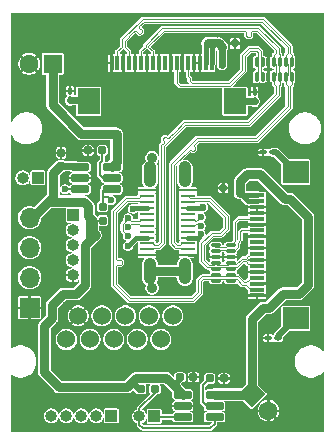
<source format=gbr>
%TF.GenerationSoftware,KiCad,Pcbnew,9.0.0*%
%TF.CreationDate,2025-03-11T18:34:40+03:00*%
%TF.ProjectId,Shield_Emergent_4,53686965-6c64-45f4-956d-657267656e74,rev?*%
%TF.SameCoordinates,Original*%
%TF.FileFunction,Copper,L1,Top*%
%TF.FilePolarity,Positive*%
%FSLAX46Y46*%
G04 Gerber Fmt 4.6, Leading zero omitted, Abs format (unit mm)*
G04 Created by KiCad (PCBNEW 9.0.0) date 2025-03-11 18:34:40*
%MOMM*%
%LPD*%
G01*
G04 APERTURE LIST*
G04 Aperture macros list*
%AMRoundRect*
0 Rectangle with rounded corners*
0 $1 Rounding radius*
0 $2 $3 $4 $5 $6 $7 $8 $9 X,Y pos of 4 corners*
0 Add a 4 corners polygon primitive as box body*
4,1,4,$2,$3,$4,$5,$6,$7,$8,$9,$2,$3,0*
0 Add four circle primitives for the rounded corners*
1,1,$1+$1,$2,$3*
1,1,$1+$1,$4,$5*
1,1,$1+$1,$6,$7*
1,1,$1+$1,$8,$9*
0 Add four rect primitives between the rounded corners*
20,1,$1+$1,$2,$3,$4,$5,0*
20,1,$1+$1,$4,$5,$6,$7,0*
20,1,$1+$1,$6,$7,$8,$9,0*
20,1,$1+$1,$8,$9,$2,$3,0*%
%AMRotRect*
0 Rectangle, with rotation*
0 The origin of the aperture is its center*
0 $1 length*
0 $2 width*
0 $3 Rotation angle, in degrees counterclockwise*
0 Add horizontal line*
21,1,$1,$2,0,0,$3*%
G04 Aperture macros list end*
%TA.AperFunction,ComponentPad*%
%ADD10R,1.000000X1.000000*%
%TD*%
%TA.AperFunction,ComponentPad*%
%ADD11O,1.000000X1.000000*%
%TD*%
%TA.AperFunction,SMDPad,CuDef*%
%ADD12RoundRect,0.075000X-0.075000X0.350000X-0.075000X-0.350000X0.075000X-0.350000X0.075000X0.350000X0*%
%TD*%
%TA.AperFunction,SMDPad,CuDef*%
%ADD13RoundRect,0.160000X-0.160000X0.197500X-0.160000X-0.197500X0.160000X-0.197500X0.160000X0.197500X0*%
%TD*%
%TA.AperFunction,ComponentPad*%
%ADD14C,0.900000*%
%TD*%
%TA.AperFunction,SMDPad,CuDef*%
%ADD15R,1.300000X0.270000*%
%TD*%
%TA.AperFunction,ComponentPad*%
%ADD16O,1.100000X2.220000*%
%TD*%
%TA.AperFunction,SMDPad,CuDef*%
%ADD17RoundRect,0.162500X-0.617500X-0.162500X0.617500X-0.162500X0.617500X0.162500X-0.617500X0.162500X0*%
%TD*%
%TA.AperFunction,SMDPad,CuDef*%
%ADD18RoundRect,0.150000X0.150000X0.200000X-0.150000X0.200000X-0.150000X-0.200000X0.150000X-0.200000X0*%
%TD*%
%TA.AperFunction,SMDPad,CuDef*%
%ADD19RoundRect,0.100000X0.100000X-0.217500X0.100000X0.217500X-0.100000X0.217500X-0.100000X-0.217500X0*%
%TD*%
%TA.AperFunction,SMDPad,CuDef*%
%ADD20RoundRect,0.160000X-0.197500X-0.160000X0.197500X-0.160000X0.197500X0.160000X-0.197500X0.160000X0*%
%TD*%
%TA.AperFunction,SMDPad,CuDef*%
%ADD21RoundRect,0.075000X0.350000X0.075000X-0.350000X0.075000X-0.350000X-0.075000X0.350000X-0.075000X0*%
%TD*%
%TA.AperFunction,ComponentPad*%
%ADD22C,1.524000*%
%TD*%
%TA.AperFunction,ComponentPad*%
%ADD23R,1.700000X1.700000*%
%TD*%
%TA.AperFunction,ComponentPad*%
%ADD24O,1.700000X1.700000*%
%TD*%
%TA.AperFunction,ComponentPad*%
%ADD25RotRect,1.600000X1.600000X315.000000*%
%TD*%
%TA.AperFunction,ComponentPad*%
%ADD26C,1.600000*%
%TD*%
%TA.AperFunction,SMDPad,CuDef*%
%ADD27R,1.300000X0.300000*%
%TD*%
%TA.AperFunction,SMDPad,CuDef*%
%ADD28R,2.200000X1.900000*%
%TD*%
%TA.AperFunction,SMDPad,CuDef*%
%ADD29RoundRect,0.100000X0.217500X0.100000X-0.217500X0.100000X-0.217500X-0.100000X0.217500X-0.100000X0*%
%TD*%
%TA.AperFunction,SMDPad,CuDef*%
%ADD30RoundRect,0.155000X-0.212500X-0.155000X0.212500X-0.155000X0.212500X0.155000X-0.212500X0.155000X0*%
%TD*%
%TA.AperFunction,SMDPad,CuDef*%
%ADD31R,0.300000X1.300000*%
%TD*%
%TA.AperFunction,SMDPad,CuDef*%
%ADD32R,1.900000X2.200000*%
%TD*%
%TA.AperFunction,SMDPad,CuDef*%
%ADD33RoundRect,0.160000X0.197500X0.160000X-0.197500X0.160000X-0.197500X-0.160000X0.197500X-0.160000X0*%
%TD*%
%TA.AperFunction,ComponentPad*%
%ADD34R,1.600000X1.600000*%
%TD*%
%TA.AperFunction,SMDPad,CuDef*%
%ADD35RoundRect,0.155000X0.155000X-0.212500X0.155000X0.212500X-0.155000X0.212500X-0.155000X-0.212500X0*%
%TD*%
%TA.AperFunction,SMDPad,CuDef*%
%ADD36RoundRect,0.150000X-0.150000X-0.200000X0.150000X-0.200000X0.150000X0.200000X-0.150000X0.200000X0*%
%TD*%
%TA.AperFunction,ViaPad*%
%ADD37C,0.600000*%
%TD*%
%TA.AperFunction,Conductor*%
%ADD38C,0.800000*%
%TD*%
%TA.AperFunction,Conductor*%
%ADD39C,0.600000*%
%TD*%
%TA.AperFunction,Conductor*%
%ADD40C,0.400000*%
%TD*%
%TA.AperFunction,Conductor*%
%ADD41C,0.250000*%
%TD*%
%TA.AperFunction,Conductor*%
%ADD42C,0.500000*%
%TD*%
%TA.AperFunction,Conductor*%
%ADD43C,0.112000*%
%TD*%
%TA.AperFunction,Conductor*%
%ADD44C,0.200000*%
%TD*%
G04 APERTURE END LIST*
D10*
%TO.P,J4,1,Pin_1*%
%TO.N,K1*%
X8750000Y-34350000D03*
D11*
%TO.P,J4,2,Pin_2*%
%TO.N,K3*%
X7479999Y-34350000D03*
%TO.P,J4,3,Pin_3*%
%TO.N,K5*%
X6210000Y-34350000D03*
%TO.P,J4,4,Pin_4*%
%TO.N,K7*%
X4940000Y-34350000D03*
%TO.P,J4,5,Pin_5*%
%TO.N,K9*%
X3670001Y-34350000D03*
%TD*%
D12*
%TO.P,U3,1,1*%
%TO.N,RX1-*%
X24050000Y-4395000D03*
%TO.P,U3,2,2*%
%TO.N,RX1+*%
X23550000Y-4395000D03*
%TO.P,U3,3,3*%
%TO.N,TX1+*%
X23050000Y-4395000D03*
%TO.P,U3,4,4*%
%TO.N,TX1-*%
X22550000Y-4395000D03*
%TO.P,U3,5,5*%
%TO.N,GND*%
X22050000Y-4395000D03*
%TO.P,U3,6,6*%
%TO.N,1_D-*%
X21550000Y-4395000D03*
%TO.P,U3,7,7*%
%TO.N,1_D+*%
X21050000Y-4395000D03*
%TO.P,U3,8,8*%
X21050000Y-5645000D03*
%TO.P,U3,9,9*%
%TO.N,1_D-*%
X21550000Y-5645000D03*
%TO.P,U3,10,10*%
%TO.N,GND*%
X22050000Y-5645000D03*
%TO.P,U3,11,11*%
%TO.N,TX1-*%
X22550000Y-5645000D03*
%TO.P,U3,12,12*%
%TO.N,TX1+*%
X23050000Y-5645000D03*
%TO.P,U3,13,13*%
%TO.N,RX1+*%
X23550000Y-5645000D03*
%TO.P,U3,14,14*%
%TO.N,RX1-*%
X24050000Y-5645000D03*
%TD*%
D13*
%TO.P,R6,1*%
%TO.N,nFLT1*%
X8020000Y-16622500D03*
%TO.P,R6,2*%
%TO.N,VBUS*%
X8020000Y-17817500D03*
%TD*%
D14*
%TO.P,X1,*%
%TO.N,*%
X12200000Y-23500000D03*
X12200000Y-12500000D03*
D15*
%TO.P,X1,A1,GND*%
%TO.N,GND*%
X11750000Y-20750000D03*
%TO.P,X1,A2,TX1+*%
%TO.N,TX1+*%
X11750000Y-20250000D03*
%TO.P,X1,A3,TX1-*%
%TO.N,TX1-*%
X11750000Y-19750000D03*
%TO.P,X1,A4,VBUS*%
%TO.N,VBUS*%
X11750001Y-19250000D03*
%TO.P,X1,A5,CC1*%
%TO.N,unconnected-(X1-CC1-PadA5)*%
X11750000Y-18750000D03*
%TO.P,X1,A6,D+*%
%TO.N,D+*%
X11750000Y-18250000D03*
%TO.P,X1,A7,D-*%
%TO.N,D-*%
X11750000Y-17750000D03*
%TO.P,X1,A8,SBU1*%
%TO.N,unconnected-(X1-SBU1-PadA8)*%
X11750000Y-17250000D03*
%TO.P,X1,A9,VBUS*%
%TO.N,VBUS*%
X11750001Y-16750000D03*
%TO.P,X1,A10,RX2-*%
%TO.N,RX2-*%
X11750000Y-16250000D03*
%TO.P,X1,A11,RX2+*%
%TO.N,RX2+*%
X11750000Y-15750000D03*
%TO.P,X1,A12,GND*%
%TO.N,GND*%
X11750000Y-15250000D03*
%TO.P,X1,B1,GND*%
X15250000Y-15250000D03*
%TO.P,X1,B2,TX2+*%
%TO.N,TX2+*%
X15250000Y-15750000D03*
%TO.P,X1,B3,TX2-*%
%TO.N,TX2-*%
X15250000Y-16250000D03*
%TO.P,X1,B4,VBUS*%
%TO.N,VBUS*%
X15249999Y-16750000D03*
%TO.P,X1,B5,CC2*%
%TO.N,unconnected-(X1-CC2-PadB5)*%
X15250000Y-17250000D03*
%TO.P,X1,B6,D+*%
%TO.N,D+*%
X15250000Y-17750000D03*
%TO.P,X1,B7,D-*%
%TO.N,D-*%
X15250000Y-18250000D03*
%TO.P,X1,B8,SBU2*%
%TO.N,unconnected-(X1-SBU2-PadB8)*%
X15250000Y-18750000D03*
%TO.P,X1,B9,VBUS*%
%TO.N,VBUS*%
X15249999Y-19250000D03*
%TO.P,X1,B10,RX1-*%
%TO.N,RX1-*%
X15250000Y-19750000D03*
%TO.P,X1,B11,RX1+*%
%TO.N,RX1+*%
X15250000Y-20250000D03*
%TO.P,X1,B12,GND*%
%TO.N,GND*%
X15250000Y-20750000D03*
D16*
%TO.P,X1,S1,SHIELD*%
%TO.N,Shield*%
X12030000Y-22100000D03*
X14970000Y-22100000D03*
X12030000Y-13900000D03*
X14970000Y-13900000D03*
%TD*%
D17*
%TO.P,U2,1,IN*%
%TO.N,VBUS*%
X14800000Y-32540000D03*
%TO.P,U2,2,GND*%
%TO.N,GND*%
X14800000Y-33490000D03*
%TO.P,U2,3,EN*%
%TO.N,EN2*%
X14800000Y-34440000D03*
%TO.P,U2,4,nFAULT*%
%TO.N,nFLT2*%
X17500000Y-34440000D03*
%TO.P,U2,5,ILIM*%
%TO.N,Net-(U2-ILIM)*%
X17500000Y-33490000D03*
%TO.P,U2,6,OUT*%
%TO.N,VOUT2*%
X17500000Y-32540000D03*
%TD*%
D18*
%TO.P,D1,1,A1*%
%TO.N,VOUT1*%
X17822500Y-2820000D03*
%TO.P,D1,2,A2*%
%TO.N,GND*%
X19222500Y-2820000D03*
%TD*%
D19*
%TO.P,R10,1*%
%TO.N,Net-(J1-PadS2)*%
X5260000Y-7637500D03*
%TO.P,R10,2*%
%TO.N,GND*%
X5260000Y-6822500D03*
%TD*%
D20*
%TO.P,R8,1*%
%TO.N,Net-(U2-ILIM)*%
X17082500Y-31170000D03*
%TO.P,R8,2*%
%TO.N,GND*%
X18277500Y-31170000D03*
%TD*%
D21*
%TO.P,U4,1,1*%
%TO.N,RX2+*%
X18857500Y-22907500D03*
%TO.P,U4,2,2*%
%TO.N,RX2-*%
X18857500Y-22407500D03*
%TO.P,U4,3,3*%
%TO.N,TX2-*%
X18857500Y-21907500D03*
%TO.P,U4,4,4*%
%TO.N,TX2+*%
X18857500Y-21407500D03*
%TO.P,U4,5,5*%
%TO.N,GND*%
X18857500Y-20907500D03*
%TO.P,U4,6,6*%
%TO.N,2_D+*%
X18857500Y-20407500D03*
%TO.P,U4,7,7*%
%TO.N,2_D-*%
X18857500Y-19907500D03*
%TO.P,U4,8,8*%
X17607500Y-19907500D03*
%TO.P,U4,9,9*%
%TO.N,2_D+*%
X17607500Y-20407500D03*
%TO.P,U4,10,10*%
%TO.N,GND*%
X17607500Y-20907500D03*
%TO.P,U4,11,11*%
%TO.N,TX2+*%
X17607500Y-21407500D03*
%TO.P,U4,12,12*%
%TO.N,TX2-*%
X17607500Y-21907500D03*
%TO.P,U4,13,13*%
%TO.N,RX2-*%
X17607500Y-22407500D03*
%TO.P,U4,14,14*%
%TO.N,RX2+*%
X17607500Y-22907500D03*
%TD*%
D22*
%TO.P,J8,1,Pin_1*%
%TO.N,K2*%
X13950000Y-25880000D03*
%TO.P,J8,2,Pin_2*%
%TO.N,K1*%
X12950000Y-27880000D03*
%TO.P,J8,3,Pin_3*%
%TO.N,K4*%
X11949999Y-25880000D03*
%TO.P,J8,4,Pin_4*%
%TO.N,K3*%
X10950000Y-27880000D03*
%TO.P,J8,5,Pin_5*%
%TO.N,K6*%
X9950000Y-25880000D03*
%TO.P,J8,6,Pin_6*%
%TO.N,K5*%
X8950001Y-27880000D03*
%TO.P,J8,7,Pin_7*%
%TO.N,K8*%
X7950000Y-25880000D03*
%TO.P,J8,8,Pin_8*%
%TO.N,K7*%
X6950000Y-27880000D03*
%TO.P,J8,9,Pin_9*%
%TO.N,GND*%
X5950000Y-25880000D03*
%TO.P,J8,10,Pin_10*%
%TO.N,K9*%
X4950000Y-27880001D03*
%TD*%
D23*
%TO.P,J2,1,Pin_1*%
%TO.N,GND*%
X1830000Y-25190000D03*
D24*
%TO.P,J2,2,Pin_2*%
%TO.N,D+*%
X1830000Y-22650000D03*
%TO.P,J2,3,Pin_3*%
%TO.N,D-*%
X1830000Y-20110001D03*
%TO.P,J2,4,Pin_4*%
%TO.N,VBUS*%
X1830000Y-17570000D03*
%TD*%
D10*
%TO.P,J6,1,Pin_1*%
%TO.N,EN2*%
X12400000Y-34380000D03*
D11*
%TO.P,J6,2,Pin_2*%
%TO.N,nFLT2*%
X11129999Y-34380000D03*
%TD*%
D19*
%TO.P,R9,1*%
%TO.N,Net-(J1-PadS1)*%
X20880000Y-7727500D03*
%TO.P,R9,2*%
%TO.N,GND*%
X20880000Y-6912500D03*
%TD*%
D25*
%TO.P,C4,1*%
%TO.N,VOUT2*%
X20640000Y-32500000D03*
D26*
%TO.P,C4,2*%
%TO.N,GND*%
X22054214Y-33914214D03*
%TD*%
D10*
%TO.P,J5,1,Pin_1*%
%TO.N,EN1*%
X2530000Y-14200000D03*
D11*
%TO.P,J5,2,Pin_2*%
%TO.N,nFLT1*%
X1259999Y-14200000D03*
%TD*%
D27*
%TO.P,J3,1,1*%
%TO.N,GND*%
X21103805Y-24150000D03*
%TO.P,J3,2,2*%
%TO.N,RX2+*%
X21103805Y-23650000D03*
%TO.P,J3,3,3*%
%TO.N,GND*%
X21103805Y-23150000D03*
%TO.P,J3,4,4*%
%TO.N,RX2-*%
X21103805Y-22650000D03*
%TO.P,J3,5,5*%
%TO.N,GND*%
X21103805Y-22150000D03*
%TO.P,J3,6,6*%
%TO.N,TX2-*%
X21103805Y-21650000D03*
%TO.P,J3,7,7*%
%TO.N,GND*%
X21103805Y-21150000D03*
%TO.P,J3,8,8*%
%TO.N,TX2+*%
X21103805Y-20650000D03*
%TO.P,J3,9,9*%
%TO.N,GND*%
X21103805Y-20150000D03*
%TO.P,J3,10,10*%
%TO.N,unconnected-(J3-Pad10)*%
X21103805Y-19650000D03*
%TO.P,J3,11,11*%
%TO.N,GND*%
X21103805Y-19150000D03*
%TO.P,J3,12,12*%
%TO.N,2_D+*%
X21103805Y-18650000D03*
%TO.P,J3,13,13*%
%TO.N,GND*%
X21103805Y-18150000D03*
%TO.P,J3,14,14*%
%TO.N,2_D-*%
X21103805Y-17650000D03*
%TO.P,J3,15,15*%
%TO.N,GND*%
X21103805Y-17150000D03*
%TO.P,J3,16,16*%
X21103805Y-16650000D03*
%TO.P,J3,17,17*%
%TO.N,VOUT2*%
X21103805Y-16150000D03*
%TO.P,J3,18,18*%
X21103805Y-15650000D03*
D28*
%TO.P,J3,S1,S1*%
%TO.N,Net-(J3-PadS1)*%
X24353805Y-13700000D03*
%TO.P,J3,S2,S2*%
%TO.N,Net-(J3-PadS2)*%
X24353805Y-26100000D03*
%TD*%
D29*
%TO.P,R12,1*%
%TO.N,Net-(J3-PadS2)*%
X22847500Y-27750000D03*
%TO.P,R12,2*%
%TO.N,GND*%
X22032500Y-27750000D03*
%TD*%
D30*
%TO.P,C3,1*%
%TO.N,VBUS*%
X14562500Y-31070000D03*
%TO.P,C3,2*%
%TO.N,GND*%
X15697500Y-31070000D03*
%TD*%
D31*
%TO.P,J1,1,1*%
%TO.N,GND*%
X8770000Y-4465000D03*
%TO.P,J1,2,2*%
%TO.N,RX1-*%
X9270000Y-4465000D03*
%TO.P,J1,3,3*%
%TO.N,GND*%
X9770000Y-4465000D03*
%TO.P,J1,4,4*%
%TO.N,RX1+*%
X10270000Y-4465000D03*
%TO.P,J1,5,5*%
%TO.N,GND*%
X10770000Y-4465000D03*
%TO.P,J1,6,6*%
%TO.N,TX1+*%
X11270000Y-4465000D03*
%TO.P,J1,7,7*%
%TO.N,GND*%
X11770000Y-4465000D03*
%TO.P,J1,8,8*%
%TO.N,TX1-*%
X12270000Y-4465000D03*
%TO.P,J1,9,9*%
%TO.N,GND*%
X12770000Y-4465000D03*
%TO.P,J1,10,10*%
%TO.N,unconnected-(J1-Pad10)*%
X13270000Y-4465000D03*
%TO.P,J1,11,11*%
%TO.N,GND*%
X13770000Y-4465000D03*
%TO.P,J1,12,12*%
%TO.N,1_D+*%
X14270000Y-4465000D03*
%TO.P,J1,13,13*%
%TO.N,GND*%
X14770000Y-4465000D03*
%TO.P,J1,14,14*%
%TO.N,1_D-*%
X15270000Y-4465000D03*
%TO.P,J1,15,15*%
%TO.N,GND*%
X15770000Y-4465000D03*
%TO.P,J1,16,16*%
X16270000Y-4465000D03*
%TO.P,J1,17,17*%
%TO.N,VOUT1*%
X16770000Y-4465000D03*
%TO.P,J1,18,18*%
X17270000Y-4465000D03*
D32*
%TO.P,J1,S1,S1*%
%TO.N,Net-(J1-PadS1)*%
X19220000Y-7715000D03*
%TO.P,J1,S2,S2*%
%TO.N,Net-(J1-PadS2)*%
X6820000Y-7715000D03*
%TD*%
D33*
%TO.P,R7,1*%
%TO.N,nFLT2*%
X12437500Y-32060000D03*
%TO.P,R7,2*%
%TO.N,VBUS*%
X11242500Y-32060000D03*
%TD*%
D17*
%TO.P,U1,1,IN*%
%TO.N,VBUS*%
X6090000Y-13270000D03*
%TO.P,U1,2,GND*%
%TO.N,GND*%
X6090000Y-14220000D03*
%TO.P,U1,3,EN*%
%TO.N,EN1*%
X6090000Y-15170000D03*
%TO.P,U1,4,nFAULT*%
%TO.N,nFLT1*%
X8790000Y-15170000D03*
%TO.P,U1,5,ILIM*%
%TO.N,Net-(U1-ILIM)*%
X8790000Y-14220000D03*
%TO.P,U1,6,OUT*%
%TO.N,VOUT1*%
X8790000Y-13270000D03*
%TD*%
D10*
%TO.P,J7,1,Pin_1*%
%TO.N,K2*%
X5510000Y-17355000D03*
D11*
%TO.P,J7,2,Pin_2*%
%TO.N,K4*%
X5510000Y-18625001D03*
%TO.P,J7,3,Pin_3*%
%TO.N,K6*%
X5510000Y-19895000D03*
%TO.P,J7,4,Pin_4*%
%TO.N,K8*%
X5510000Y-21165000D03*
%TO.P,J7,5,Pin_5*%
%TO.N,GND*%
X5510000Y-22434999D03*
%TD*%
D29*
%TO.P,R11,1*%
%TO.N,Net-(J3-PadS1)*%
X22417500Y-12040000D03*
%TO.P,R11,2*%
%TO.N,GND*%
X21602500Y-12040000D03*
%TD*%
D34*
%TO.P,C1,1*%
%TO.N,VOUT1*%
X3805113Y-4550000D03*
D26*
%TO.P,C1,2*%
%TO.N,GND*%
X1805113Y-4550000D03*
%TD*%
D35*
%TO.P,C2,1*%
%TO.N,VBUS*%
X4510000Y-13207500D03*
%TO.P,C2,2*%
%TO.N,GND*%
X4510000Y-12072500D03*
%TD*%
D33*
%TO.P,R4,1*%
%TO.N,Net-(U1-ILIM)*%
X7987500Y-11880000D03*
%TO.P,R4,2*%
%TO.N,GND*%
X6792500Y-11880000D03*
%TD*%
D36*
%TO.P,D2,1,A1*%
%TO.N,VOUT2*%
X19640000Y-15040000D03*
%TO.P,D2,2,A2*%
%TO.N,GND*%
X18240000Y-15040000D03*
%TD*%
D37*
%TO.N,VOUT1*%
X18120000Y-3420000D03*
X18120000Y-4030000D03*
X18120000Y-4670000D03*
%TO.N,GND*%
X20730000Y-14910000D03*
X20170000Y-5990000D03*
X13770000Y-23330000D03*
X22600000Y-19200000D03*
X7180000Y-24820000D03*
X17830000Y-13770000D03*
X16690000Y-8490000D03*
X4600000Y-5800000D03*
X4620000Y-7220000D03*
X20009988Y-19833079D03*
X23510000Y-1250000D03*
X9750000Y-5870000D03*
X8000000Y-4490000D03*
X24240000Y-22480000D03*
X12920000Y-3100000D03*
X1930000Y-35140000D03*
X22400000Y-16400000D03*
X20000000Y-10360000D03*
X25830000Y-34270000D03*
X10870000Y-33100000D03*
X3050000Y-23890000D03*
X25930000Y-3640000D03*
X4340000Y-33570000D03*
X4380000Y-11180000D03*
X8960000Y-8580000D03*
X8190000Y-3240000D03*
X21730000Y-9330000D03*
X20000000Y-22150000D03*
X10750000Y-5860000D03*
X22030000Y-6640000D03*
X670000Y-23750000D03*
X26030000Y-24750000D03*
X21510000Y-27000000D03*
X15900000Y-31900000D03*
X910000Y-21340000D03*
X3830000Y-9640000D03*
X2200000Y-5800000D03*
X3890000Y-23260000D03*
X10770000Y-3310000D03*
X22760000Y-34690000D03*
X2310000Y-11940000D03*
X15950000Y-3140000D03*
X18650000Y-16170000D03*
X16110000Y-34600000D03*
X19850000Y-20480000D03*
X17100000Y-14000000D03*
X25070000Y-6160000D03*
X1320000Y-6070000D03*
X19340000Y-31200000D03*
X13140000Y-23030000D03*
X4450000Y-22050000D03*
X13820000Y-3190000D03*
X12750000Y-5810000D03*
X3610000Y-17980000D03*
X17770000Y-12080000D03*
X15190000Y-10680000D03*
X13800000Y-20800000D03*
X930000Y-980000D03*
X19080000Y-4140000D03*
X21610000Y-28470000D03*
X25910000Y-15680000D03*
X9510000Y-31030000D03*
X21300000Y-12830000D03*
X13360000Y-33100000D03*
X22400000Y-20200000D03*
X4170000Y-29900000D03*
X1220000Y-2580000D03*
X24290000Y-18800000D03*
X12200000Y-11400000D03*
X22550000Y-28650000D03*
X8500000Y-31000000D03*
X14690000Y-29970000D03*
X8430000Y-1120000D03*
X20010000Y-2770000D03*
X6950000Y-26630000D03*
X20310000Y-35150000D03*
X12390000Y-1480000D03*
X10400000Y-11400000D03*
X5670000Y-11950000D03*
X22400000Y-23200000D03*
X4720000Y-26490000D03*
X23220000Y-33000000D03*
X25450000Y-8050000D03*
X18980000Y-30240000D03*
X22450000Y-29930000D03*
X18480000Y-24080000D03*
X6060000Y-6020000D03*
X25980000Y-6630000D03*
X720000Y-6820000D03*
X12370000Y-30300000D03*
X16110000Y-33840000D03*
X16590000Y-15370000D03*
X13000000Y-20800000D03*
X10390000Y-12350000D03*
X10000000Y-35000000D03*
X11310000Y-11970000D03*
X10340000Y-20810000D03*
X10200000Y-15200000D03*
X890000Y-18820000D03*
X10500000Y-21410000D03*
X22400000Y-18200000D03*
X22600000Y-22200000D03*
X14800000Y-3120000D03*
X3610000Y-19660000D03*
X13860000Y-12060000D03*
X7510000Y-14560000D03*
X17710000Y-10360000D03*
X4730000Y-14260000D03*
X5520000Y-1720000D03*
X17850000Y-17890000D03*
X15960000Y-32990000D03*
X7420000Y-15350000D03*
X4940000Y-25000000D03*
X13460000Y-6050000D03*
X19750000Y-24750000D03*
X22050000Y-11250000D03*
X8530000Y-5810000D03*
X23050000Y-7930000D03*
X14430000Y-23690000D03*
X22400000Y-17200000D03*
X3370000Y-22220000D03*
X7270000Y-12720000D03*
X5300000Y-30000000D03*
X11030000Y-23140000D03*
X7250000Y-13750000D03*
X10400000Y-14400000D03*
X18730000Y-19160000D03*
X26360000Y-20030000D03*
X15460000Y-30220000D03*
X22210000Y-13100000D03*
X18740000Y-35350000D03*
X16950000Y-27810000D03*
X14900000Y-5920000D03*
X21670000Y-7220000D03*
X19500000Y-16760000D03*
X3560000Y-2790000D03*
X16030000Y-5640000D03*
X21030000Y-2580000D03*
X18130000Y-26220000D03*
X740000Y-26770000D03*
X17070000Y-23920000D03*
X14890000Y-28190000D03*
X19050000Y-28590000D03*
X2190000Y-26860000D03*
X2120000Y-2870000D03*
X26190000Y-750000D03*
X20670000Y-34510000D03*
X22050000Y-3450000D03*
X20610000Y-8480000D03*
X22500000Y-26750000D03*
X10000000Y-33000000D03*
X11780000Y-5770000D03*
X17400000Y-15400000D03*
X11480000Y-8670000D03*
X13480000Y-8710000D03*
X1000000Y-33500000D03*
X19820000Y-18150000D03*
X7540000Y-21390000D03*
X19820000Y-25660000D03*
X22400000Y-21200000D03*
%TO.N,VBUS*%
X16313481Y-18991601D03*
X6800000Y-17446926D03*
X7415000Y-19035000D03*
X10150000Y-19948632D03*
X10600000Y-16800000D03*
X16550000Y-16700000D03*
X7210554Y-18270000D03*
%TO.N,D+*%
X10189000Y-18363500D03*
X16313477Y-17527000D03*
%TO.N,D-*%
X10189000Y-17636500D03*
X10124302Y-19087618D03*
X16314920Y-18254003D03*
%TO.N,nFLT1*%
X8740000Y-16060000D03*
%TO.N,EN1*%
X4800000Y-15170000D03*
%TD*%
D38*
%TO.N,VOUT1*%
X3773000Y-8023000D02*
X3773000Y-4582113D01*
D39*
X17830000Y-2820000D02*
X18070000Y-3060000D01*
D38*
X3773000Y-4582113D02*
X3805113Y-4550000D01*
D39*
X18120000Y-4670000D02*
X18120000Y-4680000D01*
D38*
X9190000Y-12870000D02*
X9190000Y-10460000D01*
D40*
X16770000Y-4465000D02*
X16770000Y-2930000D01*
D38*
X17830000Y-2820000D02*
X18120000Y-3110000D01*
X9190000Y-10460000D02*
X6210000Y-10460000D01*
D39*
X18120000Y-3420000D02*
X18120000Y-4030000D01*
D40*
X17270000Y-4465000D02*
X17270000Y-2980000D01*
D39*
X18120000Y-4030000D02*
X18120000Y-4670000D01*
D38*
X17450000Y-2800000D02*
X16900000Y-2800000D01*
D39*
X18120000Y-3110000D02*
X18120000Y-3420000D01*
D38*
X6210000Y-10460000D02*
X3773000Y-8023000D01*
D40*
X17270000Y-2980000D02*
X17450000Y-2800000D01*
D39*
X17822500Y-2820000D02*
X17830000Y-2820000D01*
D38*
X8790000Y-13270000D02*
X9190000Y-12870000D01*
D40*
X16770000Y-2930000D02*
X16900000Y-2800000D01*
D41*
%TO.N,GND*%
X15250000Y-20750000D02*
X15710000Y-20750000D01*
X15822500Y-20862500D02*
X15822500Y-21160000D01*
X15710000Y-20750000D02*
X15822500Y-20862500D01*
X15710000Y-20750000D02*
X15790000Y-20830000D01*
D38*
%TO.N,VBUS*%
X10100000Y-31900000D02*
X10852500Y-31147500D01*
D39*
X4387500Y-13200000D02*
X5640000Y-13200000D01*
D38*
X4310000Y-31900000D02*
X10100000Y-31900000D01*
X10852500Y-31147500D02*
X13407500Y-31147500D01*
D40*
X10848632Y-19250000D02*
X11750001Y-19250000D01*
D38*
X14035000Y-31775000D02*
X14800000Y-32540000D01*
X6800000Y-16591000D02*
X6409000Y-16200000D01*
D42*
X5730000Y-13290000D02*
X5760000Y-13320000D01*
D38*
X3840000Y-15799604D02*
X2352604Y-17287000D01*
D43*
X1800001Y-17870001D02*
X1800000Y-17870001D01*
D38*
X3080000Y-26710000D02*
X3080000Y-30670000D01*
X3840000Y-13747500D02*
X3840000Y-15799604D01*
D39*
X4297500Y-13290000D02*
X4387500Y-13200000D01*
D38*
X3750000Y-26040000D02*
X3080000Y-26710000D01*
D44*
X7663054Y-17817500D02*
X8020000Y-17817500D01*
D40*
X16313481Y-18991601D02*
X16055082Y-19250000D01*
X11750001Y-16750000D02*
X10650000Y-16750000D01*
D38*
X3750000Y-24950000D02*
X3750000Y-26040000D01*
X5780000Y-24010000D02*
X4690000Y-24010000D01*
D39*
X11110000Y-32060000D02*
X10700000Y-31650000D01*
D38*
X7210554Y-18270000D02*
X6950000Y-18530554D01*
D40*
X16313481Y-18991601D02*
X16258399Y-18991601D01*
D38*
X4690000Y-24010000D02*
X3750000Y-24950000D01*
X6800000Y-17446926D02*
X6800000Y-16591000D01*
X7210554Y-18270000D02*
X7210554Y-18830554D01*
X2352604Y-17287000D02*
X1830000Y-17287000D01*
D40*
X16500000Y-16750000D02*
X15249999Y-16750000D01*
D38*
X7210554Y-18270000D02*
X7210554Y-17857480D01*
X13407500Y-31147500D02*
X14035000Y-31775000D01*
X6537000Y-19913000D02*
X6537000Y-23253000D01*
X3540000Y-16200000D02*
X3489802Y-16149802D01*
X7210554Y-18830554D02*
X7415000Y-19035000D01*
X6800000Y-17446926D02*
X6950000Y-17596926D01*
D39*
X11242500Y-32060000D02*
X11110000Y-32060000D01*
D40*
X14562500Y-31247500D02*
X14035000Y-31775000D01*
D38*
X6950000Y-19500000D02*
X6950000Y-18950000D01*
X7415000Y-19035000D02*
X6950000Y-19500000D01*
X6950000Y-17596926D02*
X6950000Y-18950000D01*
D40*
X14562500Y-31070000D02*
X14562500Y-31247500D01*
D38*
X7210554Y-17857480D02*
X6800000Y-17446926D01*
X3080000Y-30670000D02*
X4310000Y-31900000D01*
X6537000Y-23253000D02*
X5780000Y-24010000D01*
D39*
X5640000Y-13200000D02*
X5730000Y-13290000D01*
D40*
X10150000Y-19948632D02*
X10848632Y-19250000D01*
D38*
X6409000Y-16200000D02*
X3540000Y-16200000D01*
D40*
X16055082Y-19250000D02*
X15249999Y-19250000D01*
D44*
X7210554Y-18270000D02*
X7663054Y-17817500D01*
D40*
X16550000Y-16700000D02*
X16500000Y-16750000D01*
D38*
X4297500Y-13290000D02*
X3840000Y-13747500D01*
X6950000Y-19500000D02*
X6537000Y-19913000D01*
D40*
X10650000Y-16750000D02*
X10600000Y-16800000D01*
D38*
X6950000Y-18530554D02*
X6950000Y-18950000D01*
%TO.N,VOUT2*%
X23470000Y-16000000D02*
X21370000Y-13900000D01*
D40*
X21103805Y-16150000D02*
X20300000Y-16150000D01*
D38*
X21600000Y-25200000D02*
X22100000Y-25200000D01*
X21370000Y-13900000D02*
X20250000Y-13900000D01*
D40*
X19800000Y-15650000D02*
X21103805Y-15650000D01*
D38*
X22100000Y-25200000D02*
X23300000Y-24000000D01*
X24650000Y-24000000D02*
X25400000Y-23250000D01*
X23300000Y-24000000D02*
X24650000Y-24000000D01*
X25400000Y-23250000D02*
X25400000Y-17500000D01*
X20640000Y-32500000D02*
X20640000Y-26160000D01*
X20600000Y-32540000D02*
X20640000Y-32500000D01*
D40*
X20300000Y-16150000D02*
X19800000Y-15650000D01*
D38*
X17500000Y-32540000D02*
X20600000Y-32540000D01*
X19650000Y-14500000D02*
X19650000Y-15500000D01*
X20640000Y-26160000D02*
X21600000Y-25200000D01*
X23900000Y-16000000D02*
X23470000Y-16000000D01*
X20250000Y-13900000D02*
X19650000Y-14500000D01*
X25400000Y-17500000D02*
X23900000Y-16000000D01*
D43*
%TO.N,RX1-*%
X23919500Y-5514500D02*
X24050000Y-5645000D01*
X15369500Y-11799500D02*
X15504203Y-11799500D01*
X11390500Y-740500D02*
X21599500Y-740500D01*
X23919500Y-4525500D02*
X23919500Y-5514500D01*
X21079500Y-11089500D02*
X23919500Y-8249500D01*
X15857817Y-11614299D02*
X15773609Y-11530091D01*
X14735000Y-19750000D02*
X14604500Y-19880500D01*
X16079500Y-11089500D02*
X17001194Y-11089500D01*
X14019500Y-13149500D02*
X15369500Y-11799500D01*
X23919500Y-8249500D02*
X23919500Y-6413001D01*
X15857817Y-11749003D02*
X15857817Y-11614299D01*
X15723114Y-11883707D02*
X15857817Y-11749003D01*
X23919500Y-6413001D02*
X24050000Y-6282501D01*
X15504203Y-11799500D02*
X15588410Y-11883707D01*
X14019500Y-19630019D02*
X14019500Y-13149500D01*
X15588410Y-11883707D02*
X15723114Y-11883707D01*
X24050000Y-6282501D02*
X24050000Y-5645000D01*
X9650500Y-2480500D02*
X11390500Y-740500D01*
X15773609Y-11530091D02*
X15773609Y-11395387D01*
X23919500Y-3626999D02*
X24050000Y-3757499D01*
X14604500Y-19880500D02*
X14269981Y-19880500D01*
X24050000Y-3757499D02*
X24050000Y-4395000D01*
X15908315Y-11260684D02*
X16079500Y-11089500D01*
X17001194Y-11089500D02*
X21079500Y-11089500D01*
X15250000Y-19750000D02*
X14735000Y-19750000D01*
X9270000Y-4465000D02*
X9270000Y-3489999D01*
X21599500Y-740500D02*
X23919500Y-3060500D01*
X9650500Y-3109499D02*
X9650500Y-2480500D01*
X23919500Y-3060500D02*
X23919500Y-3626999D01*
X15773609Y-11395387D02*
X15908315Y-11260684D01*
X24050000Y-4395000D02*
X23919500Y-4525500D01*
X9270000Y-3489999D02*
X9650500Y-3109499D01*
X14269981Y-19880500D02*
X14019500Y-19630019D01*
%TO.N,RX1+*%
X23550000Y-6282501D02*
X23550000Y-5645000D01*
X13780500Y-13050500D02*
X15980500Y-10850500D01*
X10270000Y-3489999D02*
X10270000Y-4465000D01*
X11343707Y-1708411D02*
X11343707Y-1843115D01*
X14735000Y-20250000D02*
X14604500Y-20119500D01*
X20980500Y-10850500D02*
X23680500Y-8150500D01*
X11489500Y-979500D02*
X11119500Y-1349500D01*
X10209500Y-2259500D02*
X9889500Y-2579500D01*
X23680500Y-5514500D02*
X23550000Y-5645000D01*
X10850092Y-1753615D02*
X10715388Y-1753615D01*
X21500500Y-979500D02*
X11489500Y-979500D01*
X11119500Y-1349500D02*
X11119500Y-1484204D01*
X9889500Y-2579500D02*
X9889500Y-3109499D01*
X9889500Y-3109499D02*
X10270000Y-3489999D01*
X23680500Y-6413001D02*
X23550000Y-6282501D01*
X10275920Y-2193080D02*
X10209500Y-2259500D01*
X15980500Y-10850500D02*
X20980500Y-10850500D01*
X23550000Y-4395000D02*
X23550000Y-3757499D01*
X13780500Y-19729019D02*
X13780500Y-13050500D01*
X11343707Y-1843115D02*
X11209002Y-1977821D01*
X23680500Y-3159500D02*
X21500500Y-979500D01*
X23680500Y-4525500D02*
X23680500Y-5514500D01*
X23680500Y-3626999D02*
X23680500Y-3159500D01*
X11119500Y-1484204D02*
X11343707Y-1708411D01*
X23550000Y-3757499D02*
X23680500Y-3626999D01*
X11074298Y-1977821D02*
X10850092Y-1753615D01*
X10580684Y-1888317D02*
X10275920Y-2193080D01*
X14604500Y-20119500D02*
X14170981Y-20119500D01*
X10715388Y-1753615D02*
X10580684Y-1888317D01*
X15250000Y-20250000D02*
X14735000Y-20250000D01*
X14170981Y-20119500D02*
X13780500Y-19729019D01*
X23680500Y-8150500D02*
X23680500Y-6413001D01*
X23550000Y-4395000D02*
X23680500Y-4525500D01*
X11209002Y-1977821D02*
X11074298Y-1977821D01*
%TO.N,TX1+*%
X23050000Y-4395000D02*
X22919500Y-4525500D01*
X13070500Y-1500500D02*
X11650500Y-2920500D01*
X13219500Y-19699656D02*
X12799656Y-20119500D01*
X13219500Y-11539500D02*
X13219500Y-19699656D01*
X11270000Y-3489999D02*
X11270000Y-4465000D01*
X23050000Y-6282501D02*
X22919500Y-6413001D01*
X11650500Y-3109499D02*
X11270000Y-3489999D01*
X22919500Y-7219500D02*
X20409500Y-9729500D01*
X21179500Y-1500500D02*
X13070500Y-1500500D01*
X22919500Y-3626999D02*
X22919500Y-3240500D01*
X12395500Y-20119500D02*
X12265000Y-20250000D01*
X23050000Y-3757499D02*
X22919500Y-3626999D01*
X22919500Y-4525500D02*
X22919500Y-5514500D01*
X23050000Y-5645000D02*
X23050000Y-6282501D01*
X22919500Y-5514500D02*
X23050000Y-5645000D01*
X23050000Y-4395000D02*
X23050000Y-3757499D01*
X12265000Y-20250000D02*
X11750000Y-20250000D01*
X15029500Y-9729500D02*
X13219500Y-11539500D01*
X12799656Y-20119500D02*
X12395500Y-20119500D01*
X20409500Y-9729500D02*
X15029500Y-9729500D01*
X22919500Y-6413001D02*
X22919500Y-7219500D01*
X11650500Y-2920500D02*
X11650500Y-3109499D01*
X22919500Y-3240500D02*
X21179500Y-1500500D01*
%TO.N,D+*%
X15895500Y-17880500D02*
X15765000Y-17750000D01*
X11235000Y-18250000D02*
X11104500Y-18119500D01*
X11104500Y-18119500D02*
X10433000Y-18119500D01*
X16313477Y-17527000D02*
X15959977Y-17880500D01*
X10433000Y-18119500D02*
X10189000Y-18363500D01*
X15765000Y-17750000D02*
X15250000Y-17750000D01*
X11750000Y-18250000D02*
X11235000Y-18250000D01*
X15959977Y-17880500D02*
X15895500Y-17880500D01*
%TO.N,TX1-*%
X22550000Y-6282501D02*
X22550000Y-5645000D01*
X12395500Y-19880500D02*
X12700656Y-19880500D01*
X12980500Y-11440500D02*
X13187221Y-11233779D01*
X13187221Y-11233779D02*
X13187222Y-11099075D01*
X20185250Y-1834750D02*
X20185250Y-2151826D01*
X12700656Y-19880500D02*
X12980500Y-19600656D01*
X14030801Y-10390199D02*
X14114624Y-10306376D01*
X13169500Y-1739500D02*
X20090000Y-1739500D01*
X22680500Y-7120500D02*
X22680500Y-6413001D01*
X20185250Y-2151826D02*
X20280500Y-2247076D01*
X14930500Y-9490500D02*
X20310500Y-9490500D01*
X13103015Y-11014868D02*
X13103015Y-10880164D01*
X20471000Y-2247076D02*
X20566250Y-2151826D01*
X13372423Y-10745461D02*
X13456631Y-10829669D01*
X13726038Y-10694963D02*
X14030801Y-10390199D01*
X22189205Y-2848205D02*
X22680500Y-3339500D01*
X11889500Y-3019500D02*
X13169500Y-1739500D01*
X22550000Y-4395000D02*
X22680500Y-4525500D01*
X22680500Y-5514500D02*
X22550000Y-5645000D01*
X20310500Y-9490500D02*
X22680500Y-7120500D01*
X22680500Y-4525500D02*
X22680500Y-5514500D01*
X22680500Y-6413001D02*
X22550000Y-6282501D01*
X22680500Y-3339500D02*
X22680500Y-3626999D01*
X20566250Y-2151826D02*
X20566250Y-1834750D01*
X12980500Y-19600656D02*
X12980500Y-11440500D01*
X13456631Y-10829669D02*
X13591335Y-10829669D01*
X13187222Y-11099075D02*
X13103015Y-11014868D01*
X22550000Y-3757499D02*
X22550000Y-4395000D01*
X14114624Y-10306376D02*
X14930500Y-9490500D01*
X12270000Y-4465000D02*
X12270000Y-3489999D01*
X13237719Y-10745461D02*
X13372423Y-10745461D01*
X13591335Y-10829669D02*
X13726038Y-10694963D01*
X20280500Y-2247076D02*
X20471000Y-2247076D01*
X12270000Y-3489999D02*
X11889500Y-3109499D01*
X11750000Y-19750000D02*
X12265000Y-19750000D01*
X21080500Y-1739500D02*
X22189205Y-2848205D01*
X12265000Y-19750000D02*
X12395500Y-19880500D01*
X13103015Y-10880164D02*
X13237719Y-10745461D01*
X11889500Y-3109499D02*
X11889500Y-3019500D01*
X20566250Y-1834750D02*
X20661500Y-1739500D01*
X20090000Y-1739500D02*
X20185250Y-1834750D01*
X22680500Y-3626999D02*
X22550000Y-3757499D01*
X20661500Y-1739500D02*
X21080500Y-1739500D01*
%TO.N,D-*%
X11750000Y-17750000D02*
X11235000Y-17750000D01*
X15895500Y-18119500D02*
X15765000Y-18250000D01*
X16314920Y-18254003D02*
X16180417Y-18119500D01*
X10433000Y-17880500D02*
X10189000Y-17636500D01*
X10124302Y-19087618D02*
X9706000Y-18669316D01*
X9706000Y-18119500D02*
X10189000Y-17636500D01*
X11235000Y-17750000D02*
X11104500Y-17880500D01*
X16180417Y-18119500D02*
X15895500Y-18119500D01*
X11104500Y-17880500D02*
X10433000Y-17880500D01*
X15765000Y-18250000D02*
X15250000Y-18250000D01*
X9706000Y-18669316D02*
X9706000Y-18119500D01*
D44*
%TO.N,nFLT1*%
X8470000Y-15790000D02*
X8740000Y-16060000D01*
X8020000Y-15790000D02*
X8470000Y-15790000D01*
X8020000Y-15790000D02*
X8020000Y-16622500D01*
X8110000Y-15220000D02*
X8020000Y-15310000D01*
X8460000Y-15220000D02*
X8110000Y-15220000D01*
X8020000Y-15310000D02*
X8020000Y-15790000D01*
%TO.N,EN1*%
X6090000Y-15170000D02*
X4800000Y-15170000D01*
%TO.N,EN2*%
X14800000Y-34440000D02*
X12460000Y-34440000D01*
X12460000Y-34440000D02*
X12400000Y-34380000D01*
%TO.N,nFLT2*%
X12437500Y-32379999D02*
X11129999Y-33687500D01*
X12437500Y-32060000D02*
X12437500Y-32379999D01*
X17140000Y-35370000D02*
X11412893Y-35370000D01*
X11412893Y-35370000D02*
X11129999Y-35087106D01*
X11129999Y-33687500D02*
X11129999Y-34380000D01*
X17500000Y-34440000D02*
X17500000Y-35010000D01*
X11129999Y-35087106D02*
X11129999Y-34380000D01*
X17500000Y-35010000D02*
X17140000Y-35370000D01*
D43*
%TO.N,2_D-*%
X19213000Y-19552000D02*
X18857500Y-19907500D01*
X19200000Y-18946934D02*
X19213000Y-18959934D01*
X18769502Y-19907500D02*
X18607500Y-19907500D01*
X18477000Y-20038000D02*
X18607500Y-19907500D01*
X17357500Y-19907500D02*
X17488000Y-20038000D01*
X19213000Y-18959934D02*
X19213000Y-19552000D01*
X19470000Y-17650000D02*
X19200000Y-17920000D01*
X21103805Y-17650000D02*
X19470000Y-17650000D01*
X19200000Y-17920000D02*
X19200000Y-18946934D01*
X17488000Y-20038000D02*
X18477000Y-20038000D01*
%TO.N,TX2+*%
X18629500Y-18499500D02*
X18038204Y-19090796D01*
X17738000Y-21538000D02*
X18639002Y-21538000D01*
X19331502Y-21530500D02*
X19831502Y-21030500D01*
X15250000Y-15750000D02*
X15380500Y-15880500D01*
X17099500Y-15880500D02*
X18629500Y-17410500D01*
X16599500Y-19839849D02*
X16599500Y-21146937D01*
X18038204Y-19090796D02*
X17348553Y-19090796D01*
X15380500Y-15880500D02*
X17099500Y-15880500D01*
X20436805Y-20817000D02*
X20603805Y-20650000D01*
X20603805Y-20650000D02*
X21103805Y-20650000D01*
X18769502Y-21407500D02*
X18857500Y-21407500D01*
X16599500Y-21146937D02*
X16990563Y-21538000D01*
X20119500Y-21030500D02*
X20333000Y-20817000D01*
X18857500Y-21407500D02*
X18980500Y-21530500D01*
X16990563Y-21538000D02*
X17477000Y-21538000D01*
X18980500Y-21530500D02*
X19331502Y-21530500D01*
X20333000Y-20817000D02*
X20436805Y-20817000D01*
X18639002Y-21538000D02*
X18769502Y-21407500D01*
X18629500Y-17410500D02*
X18629500Y-18499500D01*
X19831502Y-21030500D02*
X20119500Y-21030500D01*
X17348553Y-19090796D02*
X16599500Y-19839849D01*
X17607500Y-21407500D02*
X17738000Y-21538000D01*
X17477000Y-21538000D02*
X17607500Y-21407500D01*
%TO.N,2_D+*%
X21103805Y-18650000D02*
X19768998Y-18650000D01*
X18477000Y-20277000D02*
X18607500Y-20407500D01*
X19768998Y-18650000D02*
X19675840Y-18743158D01*
X17357500Y-20407500D02*
X17488000Y-20277000D01*
X19149446Y-20407500D02*
X18857500Y-20407500D01*
X19465500Y-19694500D02*
X19465500Y-20091446D01*
X17488000Y-20277000D02*
X18477000Y-20277000D01*
X19675840Y-18743158D02*
X19675840Y-19484160D01*
X19465500Y-20091446D02*
X19149446Y-20407500D01*
X19675840Y-19484160D02*
X19465500Y-19694500D01*
%TO.N,RX2+*%
X20603805Y-23650000D02*
X21103805Y-23650000D01*
X19856296Y-23269500D02*
X20151303Y-23269500D01*
X20436805Y-23483000D02*
X20603805Y-23650000D01*
X20364803Y-23483000D02*
X20436805Y-23483000D01*
X10260500Y-24629500D02*
X15689500Y-24629500D01*
X16527457Y-22777000D02*
X17477000Y-22777000D01*
X18985000Y-22780000D02*
X19366796Y-22780000D01*
X11750000Y-15750000D02*
X11235000Y-15750000D01*
X8880500Y-23249500D02*
X10260500Y-24629500D01*
X11235000Y-15750000D02*
X11104500Y-15880500D01*
X11104500Y-15880500D02*
X10000500Y-15880500D01*
X16369500Y-22934957D02*
X16527457Y-22777000D01*
X15689500Y-24629500D02*
X16369500Y-23949500D01*
X10000500Y-15880500D02*
X8880500Y-17000500D01*
X8880500Y-17000500D02*
X8880500Y-23249500D01*
X18857500Y-22907500D02*
X18727000Y-22777000D01*
X17738000Y-22777000D02*
X17607500Y-22907500D01*
X20151303Y-23269500D02*
X20364803Y-23483000D01*
X18727000Y-22777000D02*
X17738000Y-22777000D01*
X19366796Y-22780000D02*
X19856296Y-23269500D01*
X18857500Y-22907500D02*
X18985000Y-22780000D01*
X17477000Y-22777000D02*
X17607500Y-22907500D01*
X16369500Y-23949500D02*
X16369500Y-22934957D01*
%TO.N,RX2-*%
X15590500Y-24390500D02*
X16130500Y-23850500D01*
X10099500Y-16119500D02*
X9119500Y-17099500D01*
X11104500Y-16119500D02*
X10099500Y-16119500D01*
X9531826Y-21553237D02*
X9214750Y-21553237D01*
X19464796Y-22540000D02*
X19955296Y-23030500D01*
X9627076Y-21457987D02*
X9531826Y-21553237D01*
X20436805Y-22817000D02*
X20603805Y-22650000D01*
X18990000Y-22540000D02*
X19464796Y-22540000D01*
X9119500Y-21648487D02*
X9119500Y-22399676D01*
X17738000Y-22538000D02*
X17607500Y-22407500D01*
X9119500Y-23150500D02*
X10359500Y-24390500D01*
X9119500Y-17099500D02*
X9119500Y-21076987D01*
X18639003Y-22538000D02*
X17738000Y-22538000D01*
X16428457Y-22538000D02*
X17477000Y-22538000D01*
X16130500Y-22835957D02*
X16428457Y-22538000D01*
X20151303Y-23030500D02*
X20364803Y-22817000D01*
X18769503Y-22407500D02*
X18639003Y-22538000D01*
X11235000Y-16250000D02*
X11104500Y-16119500D01*
X19955296Y-23030500D02*
X20151303Y-23030500D01*
X9214750Y-21553237D02*
X9119500Y-21648487D01*
X9119500Y-21076987D02*
X9214750Y-21172237D01*
X10359500Y-24390500D02*
X15590500Y-24390500D01*
X16130500Y-23850500D02*
X16130500Y-22835957D01*
X11750000Y-16250000D02*
X11235000Y-16250000D01*
X9627076Y-21267487D02*
X9627076Y-21457987D01*
X18857500Y-22407500D02*
X18769503Y-22407500D01*
X20364803Y-22817000D02*
X20436805Y-22817000D01*
X20603805Y-22650000D02*
X21103805Y-22650000D01*
X9119500Y-22399676D02*
X9119500Y-23150500D01*
X17477000Y-22538000D02*
X17607500Y-22407500D01*
X9531826Y-21172237D02*
X9627076Y-21267487D01*
X9214750Y-21172237D02*
X9531826Y-21172237D01*
X18857500Y-22407500D02*
X18990000Y-22540000D01*
%TO.N,TX2-*%
X18995500Y-21769500D02*
X19430500Y-21769500D01*
X20119500Y-21269500D02*
X20333000Y-21483000D01*
X17000500Y-16119500D02*
X18390500Y-17509500D01*
X16891563Y-21777000D02*
X17477000Y-21777000D01*
X19430500Y-21769500D02*
X19930500Y-21269500D01*
X17607500Y-21907500D02*
X17738000Y-21777000D01*
X16360500Y-21245937D02*
X16891563Y-21777000D01*
X20436805Y-21483000D02*
X20603805Y-21650000D01*
X19930500Y-21269500D02*
X20119500Y-21269500D01*
X18727000Y-21777000D02*
X18857500Y-21907500D01*
X20603805Y-21650000D02*
X21103805Y-21650000D01*
X17939204Y-18851796D02*
X17249553Y-18851796D01*
X18857500Y-21907500D02*
X18995500Y-21769500D01*
X18390500Y-17509500D02*
X18390500Y-18400500D01*
X20333000Y-21483000D02*
X20436805Y-21483000D01*
X15250000Y-16250000D02*
X15380500Y-16119500D01*
X16360500Y-19740849D02*
X16360500Y-21245937D01*
X17738000Y-21777000D02*
X18727000Y-21777000D01*
X17477000Y-21777000D02*
X17607500Y-21907500D01*
X15380500Y-16119500D02*
X17000500Y-16119500D01*
X18390500Y-18400500D02*
X17939204Y-18851796D01*
X17249553Y-18851796D02*
X16360500Y-19740849D01*
D38*
%TO.N,Shield*%
X14970000Y-22100000D02*
X12030000Y-22100000D01*
D44*
%TO.N,Net-(U1-ILIM)*%
X7987500Y-12737160D02*
X7987500Y-12190000D01*
X7783000Y-13992999D02*
X7783000Y-12941660D01*
X8790000Y-14220000D02*
X8010001Y-14220000D01*
X7783000Y-12941660D02*
X7987500Y-12737160D01*
X8010001Y-14220000D02*
X7783000Y-13992999D01*
%TO.N,Net-(U2-ILIM)*%
X16493000Y-33163000D02*
X16493000Y-31759500D01*
X16820000Y-33490000D02*
X16493000Y-33163000D01*
X16493000Y-31759500D02*
X17082500Y-31170000D01*
X17500000Y-33490000D02*
X16820000Y-33490000D01*
D43*
%TO.N,1_D+*%
X21050000Y-4120000D02*
X21050000Y-4395000D01*
X18087000Y-6432000D02*
X18777000Y-6432000D01*
X20039500Y-3909504D02*
X20499504Y-3449500D01*
X14540000Y-6440000D02*
X18079000Y-6440000D01*
X21180500Y-4525500D02*
X21180500Y-5514500D01*
X21180500Y-3587709D02*
X21180500Y-3989500D01*
X20499504Y-3449500D02*
X21042291Y-3449500D01*
X21180500Y-5514500D02*
X21050000Y-5645000D01*
X18777000Y-6432000D02*
X20039500Y-5169500D01*
X14270000Y-6170000D02*
X14540000Y-6440000D01*
X20039500Y-5169500D02*
X20039500Y-3909504D01*
X21050000Y-4395000D02*
X21180500Y-4525500D01*
X21042291Y-3449500D02*
X21180500Y-3587709D01*
X14270000Y-4465000D02*
X14270000Y-6170000D01*
X18079000Y-6440000D02*
X18087000Y-6432000D01*
X21180500Y-3989500D02*
X21050000Y-4120000D01*
%TO.N,1_D-*%
X21550000Y-4395000D02*
X21419500Y-4525500D01*
X21419500Y-3989500D02*
X21550000Y-4120000D01*
X15220000Y-5015000D02*
X15220000Y-5556934D01*
X15383000Y-5719934D02*
X15383000Y-5963000D01*
X19800500Y-5070500D02*
X19800500Y-3810504D01*
X15621000Y-6201000D02*
X17980002Y-6201000D01*
X21419500Y-4525500D02*
X21419500Y-5514500D01*
X15220000Y-5556934D02*
X15383000Y-5719934D01*
X15270000Y-4965000D02*
X15220000Y-5015000D01*
X21419500Y-5514500D02*
X21550000Y-5645000D01*
X21550000Y-4120000D02*
X21550000Y-4395000D01*
X21141291Y-3210500D02*
X21419500Y-3488709D01*
X18678000Y-6193000D02*
X19800500Y-5070500D01*
X21419500Y-3488709D02*
X21419500Y-3989500D01*
X19800500Y-3810504D02*
X20400504Y-3210500D01*
X20400504Y-3210500D02*
X21141291Y-3210500D01*
X17980002Y-6201000D02*
X17988002Y-6193000D01*
X15270000Y-4465000D02*
X15270000Y-4965000D01*
X17988002Y-6193000D02*
X18678000Y-6193000D01*
X15383000Y-5963000D02*
X15621000Y-6201000D01*
D39*
%TO.N,Net-(J1-PadS1)*%
X19232500Y-7727500D02*
X19220000Y-7715000D01*
X20880000Y-7727500D02*
X19232500Y-7727500D01*
%TO.N,Net-(J1-PadS2)*%
X5260000Y-7637500D02*
X6742500Y-7637500D01*
X6742500Y-7637500D02*
X6820000Y-7715000D01*
D42*
%TO.N,Net-(J3-PadS1)*%
X24353805Y-13700000D02*
X22693805Y-12040000D01*
X22693805Y-12040000D02*
X22417500Y-12040000D01*
%TO.N,Net-(J3-PadS2)*%
X22847500Y-27750000D02*
X22847500Y-27606305D01*
X22847500Y-27606305D02*
X24353805Y-26100000D01*
%TD*%
%TA.AperFunction,Conductor*%
%TO.N,GND*%
G36*
X23308651Y-6119895D02*
G01*
X23313334Y-6120827D01*
X23319954Y-6127447D01*
X23329006Y-6140994D01*
X23355834Y-6158920D01*
X23366039Y-6174193D01*
X23366500Y-6178875D01*
X23366500Y-6319002D01*
X23373564Y-6336055D01*
X23373564Y-6336056D01*
X23394435Y-6386444D01*
X23394436Y-6386446D01*
X23394437Y-6386446D01*
X23489971Y-6481980D01*
X23497000Y-6498951D01*
X23497000Y-8064550D01*
X23489971Y-8081521D01*
X20911521Y-10659971D01*
X20894550Y-10667000D01*
X15943998Y-10667000D01*
X15876557Y-10694934D01*
X15876555Y-10694935D01*
X15876555Y-10694936D01*
X13676556Y-12894936D01*
X13676555Y-12894935D01*
X13624934Y-12946557D01*
X13597000Y-13013999D01*
X13597000Y-19765520D01*
X13605691Y-19786501D01*
X13605691Y-19786502D01*
X13624935Y-19832962D01*
X13624936Y-19832964D01*
X13624937Y-19832964D01*
X14067037Y-20275064D01*
X14067038Y-20275064D01*
X14067039Y-20275065D01*
X14134478Y-20303000D01*
X14134480Y-20303000D01*
X14134481Y-20303000D01*
X14448500Y-20303000D01*
X14465471Y-20310029D01*
X14472500Y-20327000D01*
X14472500Y-20397562D01*
X14479897Y-20434746D01*
X14479897Y-20434747D01*
X14479898Y-20434748D01*
X14508078Y-20476922D01*
X14513201Y-20480345D01*
X14523406Y-20495618D01*
X14519822Y-20513634D01*
X14513202Y-20520255D01*
X14508439Y-20523437D01*
X14508436Y-20523440D01*
X14480368Y-20565446D01*
X14473000Y-20602487D01*
X14473000Y-20649999D01*
X14473001Y-20650000D01*
X16026999Y-20650000D01*
X16027000Y-20649999D01*
X16027000Y-20602495D01*
X16026999Y-20602487D01*
X16019631Y-20565446D01*
X15991563Y-20523440D01*
X15991560Y-20523437D01*
X15986799Y-20520256D01*
X15976593Y-20504983D01*
X15980176Y-20486967D01*
X15986798Y-20480345D01*
X15991922Y-20476922D01*
X16020102Y-20434748D01*
X16027500Y-20397558D01*
X16027500Y-20102442D01*
X16020102Y-20065252D01*
X15991922Y-20023078D01*
X15987247Y-20019954D01*
X15977043Y-20004682D01*
X15980627Y-19986666D01*
X15987248Y-19980045D01*
X15991922Y-19976922D01*
X16020102Y-19934748D01*
X16027500Y-19897558D01*
X16027500Y-19602442D01*
X16027500Y-19601500D01*
X16034529Y-19584529D01*
X16051500Y-19577500D01*
X16098197Y-19577500D01*
X16098198Y-19577500D01*
X16181492Y-19555181D01*
X16256172Y-19512065D01*
X16342107Y-19426130D01*
X16359078Y-19419101D01*
X16364797Y-19419101D01*
X16381768Y-19426130D01*
X16388797Y-19443101D01*
X16381768Y-19460072D01*
X16381766Y-19460072D01*
X16256556Y-19585284D01*
X16204935Y-19636905D01*
X16194063Y-19663155D01*
X16181901Y-19692517D01*
X16181901Y-19692518D01*
X16177000Y-19704348D01*
X16177000Y-21282437D01*
X16204935Y-21349880D01*
X16204936Y-21349882D01*
X16204937Y-21349882D01*
X16735999Y-21880944D01*
X16735998Y-21880944D01*
X16768837Y-21913782D01*
X16787619Y-21932564D01*
X16815231Y-21944001D01*
X16855061Y-21960500D01*
X16855062Y-21960500D01*
X16855063Y-21960500D01*
X17031000Y-21960500D01*
X17047971Y-21967529D01*
X17055000Y-21984500D01*
X17055000Y-22002448D01*
X17066748Y-22061510D01*
X17066748Y-22061511D01*
X17066749Y-22061512D01*
X17111506Y-22128494D01*
X17111509Y-22128496D01*
X17125051Y-22137545D01*
X17135256Y-22152818D01*
X17131672Y-22170834D01*
X17125051Y-22177455D01*
X17111509Y-22186503D01*
X17111504Y-22186508D01*
X17066748Y-22253489D01*
X17055000Y-22312551D01*
X17055000Y-22330500D01*
X17047971Y-22347471D01*
X17031000Y-22354500D01*
X16391955Y-22354500D01*
X16324514Y-22382434D01*
X16324512Y-22382435D01*
X16324512Y-22382436D01*
X16026556Y-22680393D01*
X16026555Y-22680392D01*
X15974935Y-22732013D01*
X15962744Y-22761448D01*
X15962744Y-22761449D01*
X15954853Y-22780499D01*
X15947000Y-22799456D01*
X15947000Y-23764550D01*
X15939971Y-23781521D01*
X15521521Y-24199971D01*
X15504550Y-24207000D01*
X10445451Y-24207000D01*
X10428480Y-24199971D01*
X9310029Y-23081520D01*
X9303000Y-23064549D01*
X9303000Y-21760737D01*
X9310029Y-21743766D01*
X9327000Y-21736737D01*
X9568328Y-21736737D01*
X9579129Y-21732262D01*
X9596263Y-21725165D01*
X9635770Y-21708801D01*
X9687390Y-21657181D01*
X9687389Y-21657181D01*
X9782640Y-21561932D01*
X9810576Y-21494488D01*
X9810576Y-21421486D01*
X9810576Y-21230987D01*
X9810575Y-21230984D01*
X9807921Y-21224574D01*
X9807921Y-21224575D01*
X9799103Y-21203288D01*
X9782640Y-21163542D01*
X9635771Y-21016674D01*
X9635770Y-21016673D01*
X9596263Y-21000308D01*
X9596262Y-21000307D01*
X9568328Y-20988737D01*
X9568327Y-20988737D01*
X9568326Y-20988737D01*
X9327000Y-20988737D01*
X9310029Y-20981708D01*
X9303000Y-20964737D01*
X9303000Y-20850001D01*
X10973000Y-20850001D01*
X10973000Y-20897512D01*
X10980368Y-20934553D01*
X11008436Y-20976559D01*
X11008440Y-20976563D01*
X11050446Y-21004631D01*
X11087487Y-21011999D01*
X11087496Y-21012000D01*
X11541928Y-21012000D01*
X11558899Y-21019029D01*
X11565928Y-21036000D01*
X11558899Y-21052970D01*
X11503754Y-21108115D01*
X11503749Y-21108121D01*
X11429604Y-21219086D01*
X11378537Y-21342378D01*
X11378534Y-21342385D01*
X11352500Y-21473267D01*
X11352500Y-22726732D01*
X11378534Y-22857614D01*
X11378537Y-22857621D01*
X11429604Y-22980913D01*
X11480752Y-23057461D01*
X11503751Y-23091881D01*
X11598119Y-23186249D01*
X11631967Y-23208865D01*
X11663270Y-23229782D01*
X11673475Y-23245055D01*
X11670722Y-23261735D01*
X11661855Y-23277095D01*
X11648366Y-23327437D01*
X11622500Y-23423971D01*
X11622500Y-23576029D01*
X11636292Y-23627500D01*
X11648355Y-23672523D01*
X11661856Y-23722907D01*
X11737885Y-23854593D01*
X11845407Y-23962115D01*
X11977093Y-24038144D01*
X12123971Y-24077500D01*
X12123972Y-24077500D01*
X12276028Y-24077500D01*
X12276029Y-24077500D01*
X12422907Y-24038144D01*
X12554593Y-23962115D01*
X12662115Y-23854593D01*
X12738144Y-23722907D01*
X12777500Y-23576029D01*
X12777500Y-23423971D01*
X12738144Y-23277093D01*
X12662115Y-23145407D01*
X12629724Y-23113016D01*
X12591140Y-23074431D01*
X12584111Y-23057461D01*
X12588155Y-23044128D01*
X12630393Y-22980917D01*
X12635939Y-22967529D01*
X12649362Y-22935121D01*
X12681464Y-22857619D01*
X12707500Y-22726728D01*
X12707500Y-22651500D01*
X12714529Y-22634529D01*
X12731500Y-22627500D01*
X14268500Y-22627500D01*
X14285471Y-22634529D01*
X14292500Y-22651500D01*
X14292500Y-22726732D01*
X14318534Y-22857614D01*
X14318537Y-22857621D01*
X14369604Y-22980913D01*
X14420752Y-23057461D01*
X14443751Y-23091881D01*
X14538119Y-23186249D01*
X14603271Y-23229782D01*
X14649086Y-23260395D01*
X14710732Y-23285928D01*
X14772381Y-23311464D01*
X14772384Y-23311464D01*
X14772385Y-23311465D01*
X14852677Y-23327436D01*
X14903272Y-23337500D01*
X14903276Y-23337500D01*
X15036724Y-23337500D01*
X15036728Y-23337500D01*
X15167619Y-23311464D01*
X15262981Y-23271964D01*
X15290913Y-23260395D01*
X15290914Y-23260394D01*
X15290917Y-23260393D01*
X15401881Y-23186249D01*
X15496249Y-23091881D01*
X15570393Y-22980917D01*
X15575939Y-22967529D01*
X15589362Y-22935121D01*
X15621464Y-22857619D01*
X15647500Y-22726728D01*
X15647500Y-21473272D01*
X15642921Y-21450252D01*
X15621465Y-21342385D01*
X15621464Y-21342384D01*
X15621464Y-21342381D01*
X15584645Y-21253490D01*
X15570395Y-21219086D01*
X15533282Y-21163543D01*
X15496249Y-21108119D01*
X15475630Y-21087500D01*
X15441101Y-21052970D01*
X15434072Y-21036000D01*
X15441102Y-21019029D01*
X15458072Y-21012000D01*
X15912504Y-21012000D01*
X15912512Y-21011999D01*
X15949553Y-21004631D01*
X15991559Y-20976563D01*
X15991563Y-20976559D01*
X16019631Y-20934553D01*
X16026999Y-20897512D01*
X16027000Y-20897504D01*
X16027000Y-20850001D01*
X16026999Y-20850000D01*
X14473001Y-20850000D01*
X14473000Y-20850001D01*
X14473000Y-20897512D01*
X14480368Y-20934553D01*
X14508436Y-20976559D01*
X14508440Y-20976563D01*
X14524208Y-20987099D01*
X14534413Y-21002372D01*
X14530829Y-21020388D01*
X14527845Y-21024024D01*
X14443754Y-21108115D01*
X14443749Y-21108121D01*
X14369604Y-21219086D01*
X14318537Y-21342378D01*
X14318534Y-21342385D01*
X14292500Y-21473267D01*
X14292500Y-21548500D01*
X14285471Y-21565471D01*
X14268500Y-21572500D01*
X12731500Y-21572500D01*
X12714529Y-21565471D01*
X12707500Y-21548500D01*
X12707500Y-21473275D01*
X12707499Y-21473267D01*
X12681465Y-21342385D01*
X12681464Y-21342384D01*
X12681464Y-21342381D01*
X12644645Y-21253490D01*
X12630395Y-21219086D01*
X12593282Y-21163543D01*
X12556249Y-21108119D01*
X12472153Y-21024023D01*
X12465125Y-21007054D01*
X12472154Y-20990083D01*
X12475792Y-20987098D01*
X12491560Y-20976562D01*
X12491563Y-20976559D01*
X12519631Y-20934553D01*
X12526999Y-20897512D01*
X12527000Y-20897504D01*
X12527000Y-20850001D01*
X12526999Y-20850000D01*
X10973001Y-20850000D01*
X10973000Y-20850001D01*
X9303000Y-20850001D01*
X9303000Y-17185450D01*
X9310029Y-17168479D01*
X10168479Y-16310029D01*
X10185450Y-16303000D01*
X10948500Y-16303000D01*
X10965471Y-16310029D01*
X10972500Y-16327000D01*
X10972500Y-16398500D01*
X10965471Y-16415471D01*
X10948500Y-16422500D01*
X10807582Y-16422500D01*
X10795583Y-16419285D01*
X10765009Y-16401633D01*
X10765006Y-16401632D01*
X10656281Y-16372500D01*
X10543719Y-16372500D01*
X10434993Y-16401632D01*
X10434991Y-16401632D01*
X10434991Y-16401633D01*
X10337509Y-16457915D01*
X10257915Y-16537509D01*
X10220426Y-16602442D01*
X10201632Y-16634993D01*
X10172500Y-16743719D01*
X10172500Y-16856281D01*
X10183559Y-16897554D01*
X10201362Y-16964000D01*
X10201633Y-16965009D01*
X10257915Y-17062491D01*
X10337509Y-17142085D01*
X10434991Y-17198367D01*
X10543719Y-17227500D01*
X10656281Y-17227500D01*
X10765009Y-17198367D01*
X10862491Y-17142085D01*
X10920047Y-17084529D01*
X10937018Y-17077500D01*
X10948500Y-17077500D01*
X10965471Y-17084529D01*
X10972500Y-17101500D01*
X10972500Y-17397562D01*
X10979897Y-17434746D01*
X10979897Y-17434747D01*
X10979898Y-17434748D01*
X11008078Y-17476922D01*
X11008081Y-17476924D01*
X11008082Y-17476925D01*
X11012752Y-17480046D01*
X11022956Y-17495319D01*
X11019371Y-17513335D01*
X11012752Y-17519954D01*
X11008082Y-17523074D01*
X11008076Y-17523080D01*
X10979897Y-17565253D01*
X10972500Y-17602437D01*
X10972500Y-17673000D01*
X10965471Y-17689971D01*
X10948500Y-17697000D01*
X10640500Y-17697000D01*
X10623529Y-17689971D01*
X10616500Y-17673000D01*
X10616500Y-17580219D01*
X10601188Y-17523074D01*
X10587367Y-17471491D01*
X10531085Y-17374009D01*
X10451491Y-17294415D01*
X10354009Y-17238133D01*
X10354006Y-17238132D01*
X10245281Y-17209000D01*
X10132719Y-17209000D01*
X10023993Y-17238132D01*
X10023991Y-17238132D01*
X10023991Y-17238133D01*
X9926509Y-17294415D01*
X9846915Y-17374009D01*
X9833317Y-17397562D01*
X9790632Y-17471493D01*
X9761500Y-17580219D01*
X9761500Y-17692781D01*
X9781519Y-17767500D01*
X9779121Y-17785711D01*
X9775308Y-17790681D01*
X9602056Y-17963935D01*
X9550435Y-18015556D01*
X9538240Y-18045000D01*
X9522933Y-18081954D01*
X9522931Y-18081960D01*
X9522500Y-18082999D01*
X9522500Y-18705817D01*
X9532149Y-18729110D01*
X9532149Y-18729111D01*
X9550435Y-18773259D01*
X9550436Y-18773261D01*
X9550437Y-18773261D01*
X9710610Y-18933434D01*
X9717639Y-18950405D01*
X9716821Y-18956616D01*
X9699014Y-19023080D01*
X9696802Y-19031337D01*
X9696802Y-19143899D01*
X9725935Y-19252627D01*
X9782217Y-19350109D01*
X9861811Y-19429703D01*
X9959293Y-19485985D01*
X10005573Y-19498385D01*
X10020146Y-19509567D01*
X10022544Y-19527778D01*
X10011362Y-19542351D01*
X10005574Y-19544749D01*
X9984992Y-19550264D01*
X9887509Y-19606547D01*
X9807915Y-19686141D01*
X9751632Y-19783625D01*
X9738412Y-19832964D01*
X9722500Y-19892351D01*
X9722500Y-20004913D01*
X9751633Y-20113641D01*
X9807915Y-20211123D01*
X9887509Y-20290717D01*
X9984991Y-20346999D01*
X10093719Y-20376132D01*
X10206281Y-20376132D01*
X10315009Y-20346999D01*
X10412491Y-20290717D01*
X10492085Y-20211123D01*
X10548367Y-20113641D01*
X10577500Y-20004913D01*
X10577500Y-19994228D01*
X10584528Y-19977258D01*
X10931529Y-19630256D01*
X10948500Y-19623228D01*
X10965471Y-19630257D01*
X10972500Y-19647228D01*
X10972500Y-19897562D01*
X10979897Y-19934746D01*
X10979897Y-19934747D01*
X10979898Y-19934748D01*
X11008078Y-19976922D01*
X11008081Y-19976924D01*
X11008082Y-19976925D01*
X11012752Y-19980046D01*
X11022956Y-19995319D01*
X11019371Y-20013335D01*
X11012752Y-20019954D01*
X11008082Y-20023074D01*
X11008076Y-20023080D01*
X10979897Y-20065253D01*
X10972500Y-20102437D01*
X10972500Y-20397562D01*
X10979897Y-20434746D01*
X10979897Y-20434747D01*
X10979898Y-20434748D01*
X11008078Y-20476922D01*
X11013201Y-20480345D01*
X11023406Y-20495618D01*
X11019822Y-20513634D01*
X11013202Y-20520255D01*
X11008439Y-20523437D01*
X11008436Y-20523440D01*
X10980368Y-20565446D01*
X10973000Y-20602487D01*
X10973000Y-20649999D01*
X10973001Y-20650000D01*
X12526999Y-20650000D01*
X12527000Y-20649999D01*
X12527000Y-20602495D01*
X12526999Y-20602487D01*
X12519631Y-20565446D01*
X12491563Y-20523440D01*
X12491560Y-20523437D01*
X12486799Y-20520256D01*
X12476593Y-20504983D01*
X12480176Y-20486967D01*
X12486798Y-20480345D01*
X12491922Y-20476922D01*
X12520102Y-20434748D01*
X12527500Y-20397558D01*
X12527500Y-20327000D01*
X12534529Y-20310029D01*
X12551500Y-20303000D01*
X12836158Y-20303000D01*
X12855458Y-20295005D01*
X12875988Y-20286501D01*
X12903600Y-20275064D01*
X12955220Y-20223444D01*
X13375063Y-19803601D01*
X13375064Y-19803600D01*
X13395821Y-19753488D01*
X13403000Y-19736157D01*
X13403000Y-19663155D01*
X13403000Y-11625450D01*
X13410029Y-11608479D01*
X15098479Y-9920029D01*
X15115450Y-9913000D01*
X20446002Y-9913000D01*
X20468488Y-9903685D01*
X20494842Y-9892769D01*
X20513444Y-9885064D01*
X20565064Y-9833444D01*
X23075063Y-7323445D01*
X23075064Y-7323444D01*
X23103000Y-7256000D01*
X23103000Y-6498950D01*
X23110028Y-6481980D01*
X23205564Y-6386446D01*
X23209063Y-6378000D01*
X23233500Y-6319002D01*
X23233500Y-6178875D01*
X23240529Y-6161904D01*
X23244166Y-6158920D01*
X23270994Y-6140994D01*
X23280045Y-6127447D01*
X23284014Y-6124796D01*
X23286666Y-6120827D01*
X23291348Y-6119895D01*
X23295318Y-6117243D01*
X23300000Y-6118174D01*
X23304682Y-6117243D01*
X23308651Y-6119895D01*
G37*
%TD.AperFunction*%
%TA.AperFunction,Conductor*%
G36*
X16931521Y-16310029D02*
G01*
X18199971Y-17578479D01*
X18207000Y-17595450D01*
X18207000Y-18314549D01*
X18199971Y-18331520D01*
X17870225Y-18661267D01*
X17853254Y-18668296D01*
X17213051Y-18668296D01*
X17145610Y-18696230D01*
X16781952Y-19059888D01*
X16764981Y-19066917D01*
X16748010Y-19059888D01*
X16740981Y-19042917D01*
X16740981Y-18935320D01*
X16736903Y-18920102D01*
X16711848Y-18826592D01*
X16655566Y-18729110D01*
X16575972Y-18649516D01*
X16566420Y-18644001D01*
X16555239Y-18629428D01*
X16557637Y-18611216D01*
X16566420Y-18602433D01*
X16577411Y-18596088D01*
X16657005Y-18516494D01*
X16713287Y-18419012D01*
X16742420Y-18310284D01*
X16742420Y-18197722D01*
X16713287Y-18088994D01*
X16657005Y-17991512D01*
X16577411Y-17911918D01*
X16577408Y-17911916D01*
X16577406Y-17911914D01*
X16575592Y-17910867D01*
X16564412Y-17896292D01*
X16566812Y-17878081D01*
X16574779Y-17870117D01*
X16574721Y-17870042D01*
X16575296Y-17869600D01*
X16575598Y-17869298D01*
X16575968Y-17869085D01*
X16655562Y-17789491D01*
X16711844Y-17692009D01*
X16740977Y-17583281D01*
X16740977Y-17470719D01*
X16711844Y-17361991D01*
X16655562Y-17264509D01*
X16575968Y-17184915D01*
X16554089Y-17172283D01*
X16542909Y-17157712D01*
X16545306Y-17139500D01*
X16559879Y-17128318D01*
X16566091Y-17127500D01*
X16606281Y-17127500D01*
X16715009Y-17098367D01*
X16812491Y-17042085D01*
X16892085Y-16962491D01*
X16948367Y-16865009D01*
X16977500Y-16756281D01*
X16977500Y-16643719D01*
X16948367Y-16534991D01*
X16892085Y-16437509D01*
X16812491Y-16357915D01*
X16812488Y-16357913D01*
X16812487Y-16357912D01*
X16794945Y-16347784D01*
X16783763Y-16333211D01*
X16786161Y-16315000D01*
X16800734Y-16303818D01*
X16806945Y-16303000D01*
X16914550Y-16303000D01*
X16931521Y-16310029D01*
G37*
%TD.AperFunction*%
%TA.AperFunction,Conductor*%
G36*
X26742471Y-257529D02*
G01*
X26749500Y-274500D01*
X26749500Y-28871443D01*
X26742471Y-28888414D01*
X26725500Y-28895443D01*
X26708529Y-28888414D01*
X26706084Y-28885550D01*
X26689261Y-28862396D01*
X26689259Y-28862394D01*
X26689257Y-28862391D01*
X26537609Y-28710743D01*
X26537605Y-28710740D01*
X26537604Y-28710739D01*
X26364112Y-28584689D01*
X26364105Y-28584685D01*
X26173020Y-28487323D01*
X26173014Y-28487320D01*
X25969058Y-28421050D01*
X25969054Y-28421049D01*
X25969053Y-28421049D01*
X25757231Y-28387500D01*
X25542769Y-28387500D01*
X25330947Y-28421049D01*
X25330945Y-28421049D01*
X25330942Y-28421050D01*
X25330940Y-28421050D01*
X25126985Y-28487320D01*
X25126979Y-28487323D01*
X24935894Y-28584685D01*
X24935887Y-28584689D01*
X24762395Y-28710739D01*
X24610739Y-28862395D01*
X24484689Y-29035887D01*
X24484685Y-29035894D01*
X24387323Y-29226979D01*
X24387320Y-29226985D01*
X24321050Y-29430940D01*
X24321050Y-29430942D01*
X24287500Y-29642771D01*
X24287500Y-29857228D01*
X24321050Y-30069057D01*
X24321050Y-30069059D01*
X24387320Y-30273014D01*
X24387323Y-30273020D01*
X24484685Y-30464105D01*
X24484689Y-30464112D01*
X24609381Y-30635735D01*
X24610743Y-30637609D01*
X24762391Y-30789257D01*
X24762394Y-30789259D01*
X24762395Y-30789260D01*
X24935887Y-30915310D01*
X24935894Y-30915314D01*
X25126982Y-31012678D01*
X25330947Y-31078951D01*
X25542769Y-31112500D01*
X25542772Y-31112500D01*
X25757228Y-31112500D01*
X25757231Y-31112500D01*
X25969053Y-31078951D01*
X26173018Y-31012678D01*
X26364106Y-30915314D01*
X26411395Y-30880957D01*
X26455104Y-30849200D01*
X26537609Y-30789257D01*
X26689257Y-30637609D01*
X26706084Y-30614448D01*
X26721745Y-30604851D01*
X26739606Y-30609138D01*
X26749204Y-30624800D01*
X26749500Y-30628555D01*
X26749500Y-35725500D01*
X26742471Y-35742471D01*
X26725500Y-35749500D01*
X274500Y-35749500D01*
X257529Y-35742471D01*
X250500Y-35725500D01*
X250500Y-34288192D01*
X3042501Y-34288192D01*
X3042501Y-34411807D01*
X3066614Y-34533030D01*
X3066617Y-34533037D01*
X3113915Y-34647229D01*
X3133963Y-34677233D01*
X3182590Y-34750008D01*
X3269993Y-34837411D01*
X3352526Y-34892558D01*
X3372771Y-34906085D01*
X3429867Y-34929734D01*
X3486966Y-34953385D01*
X3486969Y-34953385D01*
X3486970Y-34953386D01*
X3571006Y-34970102D01*
X3608198Y-34977500D01*
X3608202Y-34977500D01*
X3731800Y-34977500D01*
X3731804Y-34977500D01*
X3853036Y-34953385D01*
X3943857Y-34915766D01*
X3967230Y-34906085D01*
X3967231Y-34906084D01*
X3967234Y-34906083D01*
X4070009Y-34837411D01*
X4157412Y-34750008D01*
X4226084Y-34647233D01*
X4226679Y-34645798D01*
X4236801Y-34621359D01*
X4273386Y-34533035D01*
X4281461Y-34492437D01*
X4291666Y-34477165D01*
X4309682Y-34473581D01*
X4324955Y-34483786D01*
X4328539Y-34492437D01*
X4336614Y-34533032D01*
X4336616Y-34533037D01*
X4383914Y-34647229D01*
X4403962Y-34677233D01*
X4452589Y-34750008D01*
X4539992Y-34837411D01*
X4622525Y-34892558D01*
X4642770Y-34906085D01*
X4699866Y-34929734D01*
X4756965Y-34953385D01*
X4756968Y-34953385D01*
X4756969Y-34953386D01*
X4841005Y-34970102D01*
X4878197Y-34977500D01*
X4878201Y-34977500D01*
X5001799Y-34977500D01*
X5001803Y-34977500D01*
X5123035Y-34953385D01*
X5213856Y-34915766D01*
X5237229Y-34906085D01*
X5237230Y-34906084D01*
X5237233Y-34906083D01*
X5340008Y-34837411D01*
X5427411Y-34750008D01*
X5496083Y-34647233D01*
X5496678Y-34645798D01*
X5506800Y-34621359D01*
X5543385Y-34533035D01*
X5551461Y-34492435D01*
X5561666Y-34477162D01*
X5579682Y-34473578D01*
X5594955Y-34483783D01*
X5598539Y-34492435D01*
X5606613Y-34533030D01*
X5606616Y-34533037D01*
X5653914Y-34647229D01*
X5673962Y-34677233D01*
X5722589Y-34750008D01*
X5809992Y-34837411D01*
X5892525Y-34892558D01*
X5912770Y-34906085D01*
X5969866Y-34929734D01*
X6026965Y-34953385D01*
X6026968Y-34953385D01*
X6026969Y-34953386D01*
X6111005Y-34970102D01*
X6148197Y-34977500D01*
X6148201Y-34977500D01*
X6271799Y-34977500D01*
X6271803Y-34977500D01*
X6393035Y-34953385D01*
X6483856Y-34915766D01*
X6507229Y-34906085D01*
X6507230Y-34906084D01*
X6507233Y-34906083D01*
X6610008Y-34837411D01*
X6697411Y-34750008D01*
X6766083Y-34647233D01*
X6766678Y-34645798D01*
X6776800Y-34621359D01*
X6813385Y-34533035D01*
X6821460Y-34492437D01*
X6831665Y-34477165D01*
X6849681Y-34473581D01*
X6864954Y-34483786D01*
X6868538Y-34492437D01*
X6876613Y-34533032D01*
X6876615Y-34533037D01*
X6923913Y-34647229D01*
X6943961Y-34677233D01*
X6992588Y-34750008D01*
X7079991Y-34837411D01*
X7162524Y-34892558D01*
X7182769Y-34906085D01*
X7239865Y-34929734D01*
X7296964Y-34953385D01*
X7296967Y-34953385D01*
X7296968Y-34953386D01*
X7381004Y-34970102D01*
X7418196Y-34977500D01*
X7418200Y-34977500D01*
X7541798Y-34977500D01*
X7541802Y-34977500D01*
X7663034Y-34953385D01*
X7753855Y-34915766D01*
X7777228Y-34906085D01*
X7777229Y-34906084D01*
X7777232Y-34906083D01*
X7880007Y-34837411D01*
X7967410Y-34750008D01*
X8036082Y-34647233D01*
X8036677Y-34645798D01*
X8076327Y-34550072D01*
X8089315Y-34537083D01*
X8107684Y-34537083D01*
X8120673Y-34550071D01*
X8122500Y-34559256D01*
X8122500Y-34862562D01*
X8129897Y-34899746D01*
X8129897Y-34899747D01*
X8129898Y-34899748D01*
X8158078Y-34941922D01*
X8200252Y-34970102D01*
X8237442Y-34977500D01*
X8237446Y-34977500D01*
X9262554Y-34977500D01*
X9262558Y-34977500D01*
X9299748Y-34970102D01*
X9341922Y-34941922D01*
X9370102Y-34899748D01*
X9377500Y-34862558D01*
X9377500Y-33837442D01*
X9370102Y-33800252D01*
X9341922Y-33758078D01*
X9299748Y-33729898D01*
X9299747Y-33729897D01*
X9299746Y-33729897D01*
X9262562Y-33722500D01*
X9262558Y-33722500D01*
X8237442Y-33722500D01*
X8237437Y-33722500D01*
X8200253Y-33729897D01*
X8158080Y-33758076D01*
X8158076Y-33758080D01*
X8129897Y-33800253D01*
X8122500Y-33837437D01*
X8122500Y-34140743D01*
X8115471Y-34157714D01*
X8098500Y-34164743D01*
X8081529Y-34157714D01*
X8076327Y-34149927D01*
X8036084Y-34052770D01*
X8010322Y-34014214D01*
X7967410Y-33949992D01*
X7880007Y-33862589D01*
X7842372Y-33837442D01*
X7777228Y-33793914D01*
X7663036Y-33746616D01*
X7663029Y-33746613D01*
X7541806Y-33722500D01*
X7541802Y-33722500D01*
X7418196Y-33722500D01*
X7418191Y-33722500D01*
X7296968Y-33746613D01*
X7296961Y-33746616D01*
X7182769Y-33793914D01*
X7079993Y-33862587D01*
X6992586Y-33949994D01*
X6923913Y-34052770D01*
X6876615Y-34166962D01*
X6876613Y-34166967D01*
X6868538Y-34207562D01*
X6858332Y-34222835D01*
X6840316Y-34226418D01*
X6825043Y-34216212D01*
X6821460Y-34207561D01*
X6813386Y-34166969D01*
X6813385Y-34166967D01*
X6813385Y-34166965D01*
X6778511Y-34082770D01*
X6766085Y-34052770D01*
X6740323Y-34014214D01*
X6697411Y-33949992D01*
X6610008Y-33862589D01*
X6572373Y-33837442D01*
X6507229Y-33793914D01*
X6393037Y-33746616D01*
X6393030Y-33746613D01*
X6271807Y-33722500D01*
X6271803Y-33722500D01*
X6148197Y-33722500D01*
X6148192Y-33722500D01*
X6026969Y-33746613D01*
X6026962Y-33746616D01*
X5912770Y-33793914D01*
X5809994Y-33862587D01*
X5722587Y-33949994D01*
X5653914Y-34052770D01*
X5606616Y-34166962D01*
X5606613Y-34166969D01*
X5598539Y-34207564D01*
X5588334Y-34222837D01*
X5570318Y-34226421D01*
X5555045Y-34216216D01*
X5551461Y-34207564D01*
X5543386Y-34166969D01*
X5543385Y-34166967D01*
X5543385Y-34166965D01*
X5508511Y-34082770D01*
X5496085Y-34052770D01*
X5470323Y-34014214D01*
X5427411Y-33949992D01*
X5340008Y-33862589D01*
X5302373Y-33837442D01*
X5237229Y-33793914D01*
X5123037Y-33746616D01*
X5123030Y-33746613D01*
X5001807Y-33722500D01*
X5001803Y-33722500D01*
X4878197Y-33722500D01*
X4878192Y-33722500D01*
X4756969Y-33746613D01*
X4756962Y-33746616D01*
X4642770Y-33793914D01*
X4539994Y-33862587D01*
X4452587Y-33949994D01*
X4383914Y-34052770D01*
X4336616Y-34166962D01*
X4336614Y-34166967D01*
X4328539Y-34207562D01*
X4318333Y-34222835D01*
X4300317Y-34226418D01*
X4285044Y-34216212D01*
X4281461Y-34207561D01*
X4273387Y-34166969D01*
X4273386Y-34166967D01*
X4273386Y-34166965D01*
X4238512Y-34082770D01*
X4226086Y-34052770D01*
X4200324Y-34014214D01*
X4157412Y-33949992D01*
X4070009Y-33862589D01*
X4032374Y-33837442D01*
X3967230Y-33793914D01*
X3853038Y-33746616D01*
X3853031Y-33746613D01*
X3731808Y-33722500D01*
X3731804Y-33722500D01*
X3608198Y-33722500D01*
X3608193Y-33722500D01*
X3486970Y-33746613D01*
X3486963Y-33746616D01*
X3372771Y-33793914D01*
X3269995Y-33862587D01*
X3182588Y-33949994D01*
X3113915Y-34052770D01*
X3066617Y-34166962D01*
X3066614Y-34166969D01*
X3042501Y-34288192D01*
X250500Y-34288192D01*
X250500Y-30900373D01*
X257529Y-30883402D01*
X274500Y-30876373D01*
X288605Y-30880956D01*
X335894Y-30915314D01*
X526982Y-31012678D01*
X730947Y-31078951D01*
X942769Y-31112500D01*
X942772Y-31112500D01*
X1157228Y-31112500D01*
X1157231Y-31112500D01*
X1369053Y-31078951D01*
X1573018Y-31012678D01*
X1764106Y-30915314D01*
X1811395Y-30880957D01*
X1855104Y-30849200D01*
X1937609Y-30789257D01*
X2089257Y-30637609D01*
X2215314Y-30464106D01*
X2312678Y-30273018D01*
X2378951Y-30069053D01*
X2412500Y-29857231D01*
X2412500Y-29642769D01*
X2378951Y-29430947D01*
X2312678Y-29226982D01*
X2215314Y-29035894D01*
X2215310Y-29035887D01*
X2089260Y-28862395D01*
X2089259Y-28862394D01*
X2089257Y-28862391D01*
X1937609Y-28710743D01*
X1937605Y-28710740D01*
X1937604Y-28710739D01*
X1764112Y-28584689D01*
X1764105Y-28584685D01*
X1573020Y-28487323D01*
X1573014Y-28487320D01*
X1369058Y-28421050D01*
X1369054Y-28421049D01*
X1369053Y-28421049D01*
X1157231Y-28387500D01*
X942769Y-28387500D01*
X730947Y-28421049D01*
X730945Y-28421049D01*
X730942Y-28421050D01*
X730940Y-28421050D01*
X526985Y-28487320D01*
X526979Y-28487323D01*
X335894Y-28584685D01*
X335887Y-28584689D01*
X288607Y-28619041D01*
X270745Y-28623330D01*
X255084Y-28613732D01*
X250500Y-28599625D01*
X250500Y-24327487D01*
X853000Y-24327487D01*
X853000Y-25089999D01*
X853001Y-25090000D01*
X1339157Y-25090000D01*
X1330000Y-25124174D01*
X1330000Y-25255826D01*
X1339157Y-25290000D01*
X853001Y-25290000D01*
X853000Y-25290001D01*
X853000Y-26052512D01*
X860368Y-26089553D01*
X888436Y-26131559D01*
X888440Y-26131563D01*
X930446Y-26159631D01*
X967487Y-26166999D01*
X967496Y-26167000D01*
X1729999Y-26167000D01*
X1730000Y-26166999D01*
X1730000Y-25680842D01*
X1764174Y-25690000D01*
X1895826Y-25690000D01*
X1930000Y-25680842D01*
X1930000Y-26166999D01*
X1930001Y-26167000D01*
X2692504Y-26167000D01*
X2692512Y-26166999D01*
X2729553Y-26159631D01*
X2771559Y-26131563D01*
X2771563Y-26131559D01*
X2799631Y-26089553D01*
X2806999Y-26052512D01*
X2807000Y-26052504D01*
X2807000Y-25290001D01*
X2806999Y-25290000D01*
X2320843Y-25290000D01*
X2330000Y-25255826D01*
X2330000Y-25124174D01*
X2320843Y-25090000D01*
X2806999Y-25090000D01*
X2807000Y-25089999D01*
X2807000Y-24327495D01*
X2806999Y-24327487D01*
X2799631Y-24290446D01*
X2771563Y-24248440D01*
X2771559Y-24248436D01*
X2729553Y-24220368D01*
X2692512Y-24213000D01*
X1930001Y-24213000D01*
X1930000Y-24213001D01*
X1930000Y-24699157D01*
X1895826Y-24690000D01*
X1764174Y-24690000D01*
X1730000Y-24699157D01*
X1730000Y-24213001D01*
X1729999Y-24213000D01*
X967487Y-24213000D01*
X930446Y-24220368D01*
X888440Y-24248436D01*
X888436Y-24248440D01*
X860368Y-24290446D01*
X853000Y-24327487D01*
X250500Y-24327487D01*
X250500Y-22553720D01*
X852500Y-22553720D01*
X852500Y-22746279D01*
X890063Y-22935121D01*
X890065Y-22935130D01*
X963747Y-23113016D01*
X963750Y-23113020D01*
X1070726Y-23273120D01*
X1206880Y-23409274D01*
X1301504Y-23472500D01*
X1366983Y-23516252D01*
X1539949Y-23587896D01*
X1544874Y-23589936D01*
X1733725Y-23627500D01*
X1733729Y-23627500D01*
X1926271Y-23627500D01*
X1926275Y-23627500D01*
X2115126Y-23589936D01*
X2221062Y-23546056D01*
X2293016Y-23516252D01*
X2293017Y-23516251D01*
X2293020Y-23516250D01*
X2453120Y-23409274D01*
X2589274Y-23273120D01*
X2696250Y-23113020D01*
X2705008Y-23091878D01*
X2734405Y-23020906D01*
X2769936Y-22935126D01*
X2807500Y-22746275D01*
X2807500Y-22553725D01*
X2769936Y-22364874D01*
X2769233Y-22363176D01*
X2696252Y-22186983D01*
X2688202Y-22174935D01*
X2589274Y-22026880D01*
X2453120Y-21890726D01*
X2427256Y-21873444D01*
X2293016Y-21783747D01*
X2115130Y-21710065D01*
X2115121Y-21710063D01*
X1926279Y-21672500D01*
X1926275Y-21672500D01*
X1733725Y-21672500D01*
X1733720Y-21672500D01*
X1544878Y-21710063D01*
X1544869Y-21710065D01*
X1366983Y-21783747D01*
X1206882Y-21890724D01*
X1070724Y-22026882D01*
X963747Y-22186983D01*
X890065Y-22364869D01*
X890063Y-22364878D01*
X852500Y-22553720D01*
X250500Y-22553720D01*
X250500Y-20013721D01*
X852500Y-20013721D01*
X852500Y-20206280D01*
X890063Y-20395122D01*
X890065Y-20395131D01*
X963747Y-20573017D01*
X1039817Y-20686863D01*
X1070726Y-20733121D01*
X1206880Y-20869275D01*
X1304575Y-20934553D01*
X1366983Y-20976253D01*
X1511227Y-21036000D01*
X1544874Y-21049937D01*
X1733725Y-21087501D01*
X1733729Y-21087501D01*
X1926271Y-21087501D01*
X1926275Y-21087501D01*
X2115126Y-21049937D01*
X2259627Y-20990083D01*
X2293016Y-20976253D01*
X2293017Y-20976252D01*
X2293020Y-20976251D01*
X2453120Y-20869275D01*
X2589274Y-20733121D01*
X2696250Y-20573021D01*
X2700976Y-20561613D01*
X2747102Y-20450253D01*
X2769936Y-20395127D01*
X2807500Y-20206276D01*
X2807500Y-20013726D01*
X2769936Y-19824875D01*
X2764833Y-19812556D01*
X2696252Y-19646984D01*
X2663366Y-19597767D01*
X2589274Y-19486881D01*
X2453120Y-19350727D01*
X2338734Y-19274296D01*
X2293016Y-19243748D01*
X2115130Y-19170066D01*
X2115121Y-19170064D01*
X1926279Y-19132501D01*
X1926275Y-19132501D01*
X1733725Y-19132501D01*
X1733720Y-19132501D01*
X1544878Y-19170064D01*
X1544869Y-19170066D01*
X1366983Y-19243748D01*
X1206882Y-19350725D01*
X1070724Y-19486883D01*
X963747Y-19646984D01*
X890065Y-19824870D01*
X890063Y-19824879D01*
X852500Y-20013721D01*
X250500Y-20013721D01*
X250500Y-17473720D01*
X852500Y-17473720D01*
X852500Y-17666279D01*
X890063Y-17855121D01*
X890065Y-17855130D01*
X963747Y-18033016D01*
X1033620Y-18137588D01*
X1070726Y-18193120D01*
X1206880Y-18329274D01*
X1271572Y-18372500D01*
X1366983Y-18436252D01*
X1544869Y-18509934D01*
X1544874Y-18509936D01*
X1733725Y-18547500D01*
X1733729Y-18547500D01*
X1926271Y-18547500D01*
X1926275Y-18547500D01*
X2115126Y-18509936D01*
X2219990Y-18466500D01*
X2293016Y-18436252D01*
X2293017Y-18436251D01*
X2293020Y-18436250D01*
X2453120Y-18329274D01*
X2589274Y-18193120D01*
X2696250Y-18033020D01*
X2700206Y-18023471D01*
X2733093Y-17944073D01*
X2769936Y-17855126D01*
X2807500Y-17666275D01*
X2807500Y-17588043D01*
X2814529Y-17571072D01*
X3651073Y-16734529D01*
X3668044Y-16727500D01*
X4896950Y-16727500D01*
X4913921Y-16734529D01*
X4920950Y-16751500D01*
X4916905Y-16764834D01*
X4889897Y-16805253D01*
X4882500Y-16842437D01*
X4882500Y-17867562D01*
X4889897Y-17904746D01*
X4889897Y-17904747D01*
X4889898Y-17904748D01*
X4918078Y-17946922D01*
X4960252Y-17975102D01*
X4997442Y-17982500D01*
X4997446Y-17982500D01*
X5300744Y-17982500D01*
X5317715Y-17989529D01*
X5324744Y-18006500D01*
X5317715Y-18023471D01*
X5309928Y-18028673D01*
X5212770Y-18068915D01*
X5109994Y-18137588D01*
X5022587Y-18224995D01*
X4953914Y-18327771D01*
X4906616Y-18441963D01*
X4906613Y-18441970D01*
X4882500Y-18563193D01*
X4882500Y-18686808D01*
X4906613Y-18808031D01*
X4906614Y-18808035D01*
X4906615Y-18808036D01*
X4908488Y-18812558D01*
X4953914Y-18922230D01*
X4976305Y-18955740D01*
X5022589Y-19025009D01*
X5109992Y-19112412D01*
X5157114Y-19143898D01*
X5212770Y-19181086D01*
X5269866Y-19204735D01*
X5326965Y-19228386D01*
X5326968Y-19228386D01*
X5326969Y-19228387D01*
X5347527Y-19232476D01*
X5367561Y-19236461D01*
X5382834Y-19246666D01*
X5386418Y-19264682D01*
X5376213Y-19279955D01*
X5367562Y-19283539D01*
X5326967Y-19291614D01*
X5326962Y-19291616D01*
X5212770Y-19338914D01*
X5109994Y-19407587D01*
X5022587Y-19494994D01*
X4953914Y-19597770D01*
X4906616Y-19711962D01*
X4906613Y-19711969D01*
X4882500Y-19833192D01*
X4882500Y-19956807D01*
X4906613Y-20078030D01*
X4906616Y-20078037D01*
X4953914Y-20192229D01*
X5010500Y-20276915D01*
X5022589Y-20295008D01*
X5109992Y-20382411D01*
X5155597Y-20412883D01*
X5212770Y-20451085D01*
X5252471Y-20467529D01*
X5326965Y-20498385D01*
X5326968Y-20498385D01*
X5326969Y-20498386D01*
X5367564Y-20506461D01*
X5382837Y-20516666D01*
X5386421Y-20534682D01*
X5376216Y-20549955D01*
X5367564Y-20553539D01*
X5326969Y-20561613D01*
X5326962Y-20561616D01*
X5212770Y-20608914D01*
X5109994Y-20677587D01*
X5022587Y-20764994D01*
X4953914Y-20867770D01*
X4906616Y-20981962D01*
X4906613Y-20981969D01*
X4882500Y-21103192D01*
X4882500Y-21226807D01*
X4906613Y-21348030D01*
X4906616Y-21348037D01*
X4953914Y-21462229D01*
X4961293Y-21473272D01*
X5022589Y-21565008D01*
X5109992Y-21652411D01*
X5166996Y-21690500D01*
X5212770Y-21721085D01*
X5250559Y-21736737D01*
X5326965Y-21768385D01*
X5326968Y-21768385D01*
X5326969Y-21768386D01*
X5368842Y-21776715D01*
X5384115Y-21786920D01*
X5387699Y-21804936D01*
X5377494Y-21820209D01*
X5368842Y-21823793D01*
X5327115Y-21832092D01*
X5327108Y-21832094D01*
X5213007Y-21879356D01*
X5110313Y-21947974D01*
X5022975Y-22035312D01*
X4954357Y-22138006D01*
X4907096Y-22252105D01*
X4907094Y-22252114D01*
X4890608Y-22334999D01*
X5200331Y-22334999D01*
X5185000Y-22392212D01*
X5185000Y-22477786D01*
X5200331Y-22534999D01*
X4890608Y-22534999D01*
X4907094Y-22617883D01*
X4907096Y-22617892D01*
X4954357Y-22731991D01*
X5022975Y-22834685D01*
X5110313Y-22922023D01*
X5213007Y-22990641D01*
X5327106Y-23037902D01*
X5327115Y-23037904D01*
X5410000Y-23054390D01*
X5410000Y-22744668D01*
X5467213Y-22759999D01*
X5552787Y-22759999D01*
X5610000Y-22744668D01*
X5610000Y-23054390D01*
X5692884Y-23037904D01*
X5692893Y-23037902D01*
X5806992Y-22990641D01*
X5909686Y-22922023D01*
X5968529Y-22863181D01*
X5985500Y-22856152D01*
X6002471Y-22863181D01*
X6009500Y-22880152D01*
X6009500Y-23024560D01*
X6002471Y-23041531D01*
X5568532Y-23475471D01*
X5551561Y-23482500D01*
X4620553Y-23482500D01*
X4576006Y-23494435D01*
X4576007Y-23494436D01*
X4486393Y-23518447D01*
X4438574Y-23546056D01*
X4366105Y-23587896D01*
X4267894Y-23686106D01*
X4267895Y-23686107D01*
X4267893Y-23686109D01*
X3426109Y-24527893D01*
X3426107Y-24527895D01*
X3426106Y-24527894D01*
X3327896Y-24626105D01*
X3327895Y-24626107D01*
X3304863Y-24666000D01*
X3258448Y-24746392D01*
X3258448Y-24746393D01*
X3223692Y-24876107D01*
X3222500Y-24880554D01*
X3222500Y-25811560D01*
X3215471Y-25828531D01*
X2756107Y-26287895D01*
X2756106Y-26287894D01*
X2657894Y-26386107D01*
X2623170Y-26446249D01*
X2623171Y-26446250D01*
X2588448Y-26506392D01*
X2588448Y-26506393D01*
X2552500Y-26640553D01*
X2552500Y-30739447D01*
X2556020Y-30752584D01*
X2560340Y-30768705D01*
X2588256Y-30872895D01*
X2588448Y-30873608D01*
X2592691Y-30880957D01*
X2612527Y-30915314D01*
X2612526Y-30915314D01*
X2657894Y-30993892D01*
X2757466Y-31093465D01*
X2757478Y-31093475D01*
X3887893Y-32223890D01*
X3887895Y-32223893D01*
X3986107Y-32322105D01*
X3986109Y-32322106D01*
X3986110Y-32322107D01*
X4010852Y-32336392D01*
X4010853Y-32336392D01*
X4106392Y-32391552D01*
X4173473Y-32409526D01*
X4240553Y-32427500D01*
X4240554Y-32427500D01*
X10169446Y-32427500D01*
X10169447Y-32427500D01*
X10236527Y-32409526D01*
X10303608Y-32391552D01*
X10399147Y-32336392D01*
X10423893Y-32322105D01*
X10522105Y-32223893D01*
X10522105Y-32223892D01*
X10524077Y-32221921D01*
X10524085Y-32221911D01*
X10578740Y-32167257D01*
X10595710Y-32160228D01*
X10612681Y-32167257D01*
X10779177Y-32333753D01*
X10784161Y-32341030D01*
X10803703Y-32385288D01*
X10803704Y-32385289D01*
X10803705Y-32385291D01*
X10879709Y-32461295D01*
X10978037Y-32504711D01*
X11002076Y-32507500D01*
X11482924Y-32507500D01*
X11506963Y-32504711D01*
X11605291Y-32461295D01*
X11681295Y-32385291D01*
X11724711Y-32286963D01*
X11727500Y-32262924D01*
X11727500Y-31857076D01*
X11724711Y-31833037D01*
X11681295Y-31734709D01*
X11662555Y-31715969D01*
X11655527Y-31699000D01*
X11662556Y-31682029D01*
X11679527Y-31675000D01*
X12000473Y-31675000D01*
X12017444Y-31682029D01*
X12024473Y-31699000D01*
X12017444Y-31715969D01*
X11998705Y-31734709D01*
X11998703Y-31734711D01*
X11955289Y-31833036D01*
X11955288Y-31833037D01*
X11952500Y-31857074D01*
X11952500Y-32262925D01*
X11955288Y-32286962D01*
X11955289Y-32286963D01*
X11998703Y-32385288D01*
X11998704Y-32385289D01*
X11998705Y-32385291D01*
X12037618Y-32424204D01*
X12044647Y-32441174D01*
X12037618Y-32458145D01*
X11001131Y-33494635D01*
X11001130Y-33494634D01*
X10937137Y-33558628D01*
X10937135Y-33558630D01*
X10937134Y-33558632D01*
X10937134Y-33558633D01*
X10902499Y-33642246D01*
X10902499Y-33778995D01*
X10895470Y-33795966D01*
X10887684Y-33801168D01*
X10832768Y-33823915D01*
X10729993Y-33892587D01*
X10642586Y-33979994D01*
X10573913Y-34082770D01*
X10526615Y-34196962D01*
X10526612Y-34196969D01*
X10502499Y-34318192D01*
X10502499Y-34441807D01*
X10526612Y-34563030D01*
X10526615Y-34563037D01*
X10573913Y-34677229D01*
X10583449Y-34691500D01*
X10642588Y-34780008D01*
X10729991Y-34867411D01*
X10803458Y-34916500D01*
X10832769Y-34936085D01*
X10887683Y-34958830D01*
X10900672Y-34971818D01*
X10902499Y-34981003D01*
X10902499Y-35041853D01*
X10902499Y-35132359D01*
X10937134Y-35215974D01*
X11284025Y-35562866D01*
X11343150Y-35587355D01*
X11367639Y-35597500D01*
X11367640Y-35597500D01*
X17185254Y-35597500D01*
X17200697Y-35591102D01*
X17268868Y-35562865D01*
X17692866Y-35138868D01*
X17727500Y-35055253D01*
X17727500Y-34964747D01*
X17727500Y-34916500D01*
X17734529Y-34899529D01*
X17751500Y-34892500D01*
X18160798Y-34892500D01*
X18185046Y-34889687D01*
X18284228Y-34845893D01*
X18360893Y-34769228D01*
X18404687Y-34670046D01*
X18407500Y-34645798D01*
X18407500Y-34234202D01*
X18404687Y-34209954D01*
X18360893Y-34110772D01*
X18284228Y-34034107D01*
X18284226Y-34034106D01*
X18284225Y-34034105D01*
X18274289Y-34029718D01*
X18185046Y-33990313D01*
X18185045Y-33990312D01*
X18172349Y-33988840D01*
X18156302Y-33979902D01*
X18151275Y-33962234D01*
X18160213Y-33946187D01*
X18172349Y-33941160D01*
X18174711Y-33940885D01*
X18185046Y-33939687D01*
X18284228Y-33895893D01*
X18360893Y-33819228D01*
X18363107Y-33814214D01*
X21128944Y-33814214D01*
X21666898Y-33814214D01*
X21654214Y-33861553D01*
X21654214Y-33966875D01*
X21666898Y-34014214D01*
X21128944Y-34014214D01*
X21162836Y-34184605D01*
X21162838Y-34184612D01*
X21232715Y-34353309D01*
X21334164Y-34505139D01*
X21463288Y-34634263D01*
X21615118Y-34735712D01*
X21783813Y-34805588D01*
X21783822Y-34805590D01*
X21954214Y-34839482D01*
X21954214Y-34301529D01*
X22001553Y-34314214D01*
X22106875Y-34314214D01*
X22154214Y-34301529D01*
X22154214Y-34839482D01*
X22324605Y-34805590D01*
X22324614Y-34805588D01*
X22493309Y-34735712D01*
X22645139Y-34634263D01*
X22774263Y-34505139D01*
X22875712Y-34353309D01*
X22945589Y-34184612D01*
X22945591Y-34184605D01*
X22979484Y-34014214D01*
X22441530Y-34014214D01*
X22454214Y-33966875D01*
X22454214Y-33861553D01*
X22441530Y-33814214D01*
X22979483Y-33814214D01*
X22945591Y-33643822D01*
X22945589Y-33643815D01*
X22875712Y-33475118D01*
X22774263Y-33323288D01*
X22645139Y-33194164D01*
X22493309Y-33092715D01*
X22324612Y-33022838D01*
X22324605Y-33022836D01*
X22154214Y-32988944D01*
X22154214Y-33526898D01*
X22106875Y-33514214D01*
X22001553Y-33514214D01*
X21954214Y-33526898D01*
X21954214Y-32988944D01*
X21783822Y-33022836D01*
X21783815Y-33022838D01*
X21615118Y-33092715D01*
X21463288Y-33194164D01*
X21334164Y-33323288D01*
X21232715Y-33475118D01*
X21162838Y-33643815D01*
X21162836Y-33643822D01*
X21128944Y-33814214D01*
X18363107Y-33814214D01*
X18364539Y-33810972D01*
X18364539Y-33810971D01*
X18381074Y-33773524D01*
X18404687Y-33720046D01*
X18407500Y-33695798D01*
X18407500Y-33284202D01*
X18404687Y-33259954D01*
X18360893Y-33160772D01*
X18308590Y-33108469D01*
X18301562Y-33091500D01*
X18308591Y-33074529D01*
X18325562Y-33067500D01*
X19885875Y-33067500D01*
X19902846Y-33074529D01*
X20558724Y-33730407D01*
X20574488Y-33740940D01*
X20590250Y-33751472D01*
X20590252Y-33751473D01*
X20640000Y-33761368D01*
X20689748Y-33751473D01*
X20721276Y-33730407D01*
X21870407Y-32581276D01*
X21891473Y-32549748D01*
X21901368Y-32500000D01*
X21891473Y-32450252D01*
X21885407Y-32441174D01*
X21870408Y-32418726D01*
X21870407Y-32418724D01*
X21174529Y-31722846D01*
X21167500Y-31705875D01*
X21167500Y-27850001D01*
X21588000Y-27850001D01*
X21588000Y-27872360D01*
X21601170Y-27938571D01*
X21651340Y-28013655D01*
X21651344Y-28013659D01*
X21726428Y-28063829D01*
X21792639Y-28076999D01*
X21792648Y-28077000D01*
X21932499Y-28077000D01*
X21932500Y-28076999D01*
X21932500Y-27850001D01*
X21932499Y-27850000D01*
X21588001Y-27850000D01*
X21588000Y-27850001D01*
X21167500Y-27850001D01*
X21167500Y-27627639D01*
X21588000Y-27627639D01*
X21588000Y-27649999D01*
X21588001Y-27650000D01*
X21932499Y-27650000D01*
X21932500Y-27649999D01*
X21932500Y-27423001D01*
X22132500Y-27423001D01*
X22132500Y-28076999D01*
X22132501Y-28077000D01*
X22272352Y-28077000D01*
X22272360Y-28076999D01*
X22338571Y-28063829D01*
X22413655Y-28013659D01*
X22413660Y-28013654D01*
X22419743Y-28004550D01*
X22435015Y-27994343D01*
X22453031Y-27997926D01*
X22459654Y-28004548D01*
X22465738Y-28013654D01*
X22465982Y-28014018D01*
X22541234Y-28064300D01*
X22607594Y-28077500D01*
X22653316Y-28077500D01*
X22665315Y-28080714D01*
X22701791Y-28101774D01*
X22797801Y-28127500D01*
X22797802Y-28127500D01*
X22897198Y-28127500D01*
X22897199Y-28127500D01*
X22993209Y-28101774D01*
X23029684Y-28080714D01*
X23041684Y-28077500D01*
X23087402Y-28077500D01*
X23087406Y-28077500D01*
X23153766Y-28064300D01*
X23229018Y-28014018D01*
X23279300Y-27938766D01*
X23292500Y-27872406D01*
X23292500Y-27705112D01*
X23299529Y-27688141D01*
X23803141Y-27184529D01*
X23820112Y-27177500D01*
X25466359Y-27177500D01*
X25466363Y-27177500D01*
X25503553Y-27170102D01*
X25545727Y-27141922D01*
X25573907Y-27099748D01*
X25581305Y-27062558D01*
X25581305Y-25137442D01*
X25573907Y-25100252D01*
X25545727Y-25058078D01*
X25503553Y-25029898D01*
X25503552Y-25029897D01*
X25503551Y-25029897D01*
X25466367Y-25022500D01*
X25466363Y-25022500D01*
X23241247Y-25022500D01*
X23241242Y-25022500D01*
X23204058Y-25029897D01*
X23161885Y-25058076D01*
X23161881Y-25058080D01*
X23133702Y-25100253D01*
X23126305Y-25137437D01*
X23126305Y-26783693D01*
X23119276Y-26800664D01*
X22545422Y-27374518D01*
X22495728Y-27460589D01*
X22495355Y-27461490D01*
X22489141Y-27470230D01*
X22487896Y-27471338D01*
X22465982Y-27485982D01*
X22457952Y-27497999D01*
X22455658Y-27500042D01*
X22449659Y-27502128D01*
X22444380Y-27505656D01*
X22441288Y-27505040D01*
X22438309Y-27506077D01*
X22432590Y-27503310D01*
X22426364Y-27502071D01*
X22422926Y-27498633D01*
X22421774Y-27498076D01*
X22421456Y-27497163D01*
X22419743Y-27495450D01*
X22413658Y-27486343D01*
X22413655Y-27486340D01*
X22338571Y-27436170D01*
X22272360Y-27423000D01*
X22132501Y-27423000D01*
X22132500Y-27423001D01*
X21932500Y-27423001D01*
X21932499Y-27423000D01*
X21792639Y-27423000D01*
X21726428Y-27436170D01*
X21651344Y-27486340D01*
X21651340Y-27486344D01*
X21601170Y-27561428D01*
X21588000Y-27627639D01*
X21167500Y-27627639D01*
X21167500Y-26388439D01*
X21174529Y-26371468D01*
X21811468Y-25734529D01*
X21828439Y-25727500D01*
X22169446Y-25727500D01*
X22169447Y-25727500D01*
X22236527Y-25709526D01*
X22303608Y-25691552D01*
X22405888Y-25632500D01*
X22423893Y-25622105D01*
X22522105Y-25523893D01*
X22522105Y-25523892D01*
X22524073Y-25521925D01*
X22524080Y-25521915D01*
X23511469Y-24534529D01*
X23528440Y-24527500D01*
X24719446Y-24527500D01*
X24719447Y-24527500D01*
X24786527Y-24509526D01*
X24853608Y-24491552D01*
X24913750Y-24456828D01*
X24973893Y-24422105D01*
X25072105Y-24323893D01*
X25072105Y-24323892D01*
X25074073Y-24321925D01*
X25074080Y-24321915D01*
X25822105Y-23573893D01*
X25891552Y-23453608D01*
X25913032Y-23373444D01*
X25927500Y-23319447D01*
X25927500Y-17430553D01*
X25891552Y-17296393D01*
X25822105Y-17176107D01*
X25773498Y-17127500D01*
X25723893Y-17077894D01*
X25723893Y-17077895D01*
X25723892Y-17077894D01*
X24323475Y-15677478D01*
X24323465Y-15677466D01*
X24223894Y-15577896D01*
X24223893Y-15577895D01*
X24129834Y-15523590D01*
X24129834Y-15523589D01*
X24129833Y-15523589D01*
X24103609Y-15508448D01*
X24025211Y-15487442D01*
X23996474Y-15479742D01*
X23969447Y-15472500D01*
X23969446Y-15472500D01*
X23698440Y-15472500D01*
X23681469Y-15465471D01*
X21793475Y-13577478D01*
X21793465Y-13577466D01*
X21693894Y-13477896D01*
X21693893Y-13477895D01*
X21620826Y-13435710D01*
X21620826Y-13435709D01*
X21620825Y-13435709D01*
X21573609Y-13408448D01*
X21484167Y-13384482D01*
X21439447Y-13372500D01*
X20180553Y-13372500D01*
X20152202Y-13380096D01*
X20046393Y-13408447D01*
X19999174Y-13435710D01*
X19926105Y-13477896D01*
X19827894Y-13576106D01*
X19827895Y-13576107D01*
X19827893Y-13576109D01*
X19326109Y-14077893D01*
X19326107Y-14077895D01*
X19326106Y-14077894D01*
X19227895Y-14176106D01*
X19222261Y-14185863D01*
X19222262Y-14185864D01*
X19158447Y-14296393D01*
X19152122Y-14320000D01*
X19144387Y-14348868D01*
X19122500Y-14430553D01*
X19122500Y-15569447D01*
X19136935Y-15623318D01*
X19156677Y-15697000D01*
X19158448Y-15703607D01*
X19227895Y-15823893D01*
X19326107Y-15922105D01*
X19446393Y-15991552D01*
X19580553Y-16027500D01*
X19704403Y-16027500D01*
X19721374Y-16034529D01*
X20098910Y-16412065D01*
X20173590Y-16455181D01*
X20256884Y-16477500D01*
X20256885Y-16477500D01*
X20302805Y-16477500D01*
X20319776Y-16484529D01*
X20326805Y-16501500D01*
X20326805Y-16549999D01*
X20326806Y-16550000D01*
X21880804Y-16550000D01*
X21880805Y-16549999D01*
X21880805Y-16487495D01*
X21880804Y-16487487D01*
X21873436Y-16450446D01*
X21848938Y-16413783D01*
X21845354Y-16395767D01*
X21848936Y-16387118D01*
X21873907Y-16349748D01*
X21881305Y-16312558D01*
X21881305Y-15987442D01*
X21873907Y-15950252D01*
X21849237Y-15913331D01*
X21845654Y-15895318D01*
X21849236Y-15886669D01*
X21873907Y-15849748D01*
X21881305Y-15812558D01*
X21881305Y-15487442D01*
X21873907Y-15450252D01*
X21845727Y-15408078D01*
X21803553Y-15379898D01*
X21803552Y-15379897D01*
X21803551Y-15379897D01*
X21766367Y-15372500D01*
X21766363Y-15372500D01*
X21284591Y-15372500D01*
X21272591Y-15369285D01*
X21239190Y-15350001D01*
X21230215Y-15344819D01*
X21230214Y-15344818D01*
X21230213Y-15344818D01*
X21177408Y-15330669D01*
X21146921Y-15322500D01*
X21146920Y-15322500D01*
X20201500Y-15322500D01*
X20184529Y-15315471D01*
X20177500Y-15298500D01*
X20177500Y-14728439D01*
X20184529Y-14711468D01*
X20461468Y-14434529D01*
X20478439Y-14427500D01*
X21141561Y-14427500D01*
X21158531Y-14434528D01*
X22103899Y-15379897D01*
X23047894Y-16323892D01*
X23047895Y-16323893D01*
X23047894Y-16323893D01*
X23106076Y-16382074D01*
X23146107Y-16422105D01*
X23266393Y-16491552D01*
X23400553Y-16527500D01*
X23671561Y-16527500D01*
X23688532Y-16534529D01*
X24865471Y-17711468D01*
X24872500Y-17728439D01*
X24872500Y-23021560D01*
X24865471Y-23038531D01*
X24438532Y-23465471D01*
X24421561Y-23472500D01*
X23230553Y-23472500D01*
X23194606Y-23482131D01*
X23096394Y-23508447D01*
X23077249Y-23519501D01*
X22976107Y-23577895D01*
X21888532Y-24665471D01*
X21871561Y-24672500D01*
X21530553Y-24672500D01*
X21502202Y-24680096D01*
X21396393Y-24708447D01*
X21353097Y-24733445D01*
X21276105Y-24777896D01*
X21177894Y-24876106D01*
X21177895Y-24876107D01*
X21177893Y-24876109D01*
X20316109Y-25737893D01*
X20316107Y-25737895D01*
X20316106Y-25737894D01*
X20217894Y-25836107D01*
X20183170Y-25896249D01*
X20183171Y-25896250D01*
X20148447Y-25956393D01*
X20112500Y-26090554D01*
X20112500Y-31705875D01*
X20105471Y-31722846D01*
X19822846Y-32005471D01*
X19805875Y-32012500D01*
X17430553Y-32012500D01*
X17394606Y-32022131D01*
X17296394Y-32048447D01*
X17234322Y-32084285D01*
X17222322Y-32087500D01*
X16839200Y-32087500D01*
X16814954Y-32090312D01*
X16814953Y-32090313D01*
X16754194Y-32117141D01*
X16735830Y-32117565D01*
X16722545Y-32104880D01*
X16720500Y-32095186D01*
X16720500Y-31863675D01*
X16727529Y-31846704D01*
X16949705Y-31624529D01*
X16966676Y-31617500D01*
X17322924Y-31617500D01*
X17346963Y-31614711D01*
X17445291Y-31571295D01*
X17521295Y-31495291D01*
X17564711Y-31396963D01*
X17567500Y-31372924D01*
X17567500Y-31270001D01*
X17793001Y-31270001D01*
X17793001Y-31372851D01*
X17795784Y-31396847D01*
X17839123Y-31495000D01*
X17914999Y-31570876D01*
X18013152Y-31614215D01*
X18013153Y-31614216D01*
X18037150Y-31616999D01*
X18177498Y-31616999D01*
X18177500Y-31616998D01*
X18177500Y-31270001D01*
X18377500Y-31270001D01*
X18377500Y-31616998D01*
X18377501Y-31616999D01*
X18517847Y-31616999D01*
X18517851Y-31616998D01*
X18541847Y-31614215D01*
X18640000Y-31570876D01*
X18715876Y-31495000D01*
X18759215Y-31396847D01*
X18759216Y-31396846D01*
X18761999Y-31372850D01*
X18762000Y-31372849D01*
X18762000Y-31270001D01*
X18761999Y-31270000D01*
X18377501Y-31270000D01*
X18377500Y-31270001D01*
X18177500Y-31270001D01*
X18177499Y-31270000D01*
X17793002Y-31270000D01*
X17793001Y-31270001D01*
X17567500Y-31270001D01*
X17567500Y-30967149D01*
X17793000Y-30967149D01*
X17793000Y-31069999D01*
X17793001Y-31070000D01*
X18177499Y-31070000D01*
X18177500Y-31069999D01*
X18177500Y-30723001D01*
X18377500Y-30723001D01*
X18377500Y-31069999D01*
X18377501Y-31070000D01*
X18761998Y-31070000D01*
X18761999Y-31069999D01*
X18761999Y-30967153D01*
X18761998Y-30967148D01*
X18759215Y-30943152D01*
X18715876Y-30844999D01*
X18640000Y-30769123D01*
X18541847Y-30725784D01*
X18541846Y-30725783D01*
X18517850Y-30723000D01*
X18377501Y-30723000D01*
X18377500Y-30723001D01*
X18177500Y-30723001D01*
X18177499Y-30723000D01*
X18037153Y-30723000D01*
X18037148Y-30723001D01*
X18013152Y-30725784D01*
X17914999Y-30769123D01*
X17839123Y-30844999D01*
X17795784Y-30943152D01*
X17795783Y-30943153D01*
X17793000Y-30967149D01*
X17567500Y-30967149D01*
X17567500Y-30967076D01*
X17564711Y-30943037D01*
X17528811Y-30861732D01*
X17521296Y-30844711D01*
X17521295Y-30844710D01*
X17521295Y-30844709D01*
X17445291Y-30768705D01*
X17445289Y-30768704D01*
X17445288Y-30768703D01*
X17346963Y-30725289D01*
X17346962Y-30725288D01*
X17322925Y-30722500D01*
X17322924Y-30722500D01*
X16842076Y-30722500D01*
X16842074Y-30722500D01*
X16818037Y-30725288D01*
X16818036Y-30725289D01*
X16719711Y-30768703D01*
X16643703Y-30844711D01*
X16600289Y-30943036D01*
X16600288Y-30943037D01*
X16597500Y-30967074D01*
X16597500Y-31323324D01*
X16590471Y-31340295D01*
X16364132Y-31566635D01*
X16364131Y-31566634D01*
X16300138Y-31630628D01*
X16300136Y-31630630D01*
X16300135Y-31630632D01*
X16282817Y-31672439D01*
X16271816Y-31699000D01*
X16265500Y-31714247D01*
X16265500Y-33117747D01*
X16265500Y-33208253D01*
X16300135Y-33291868D01*
X16585471Y-33577204D01*
X16592500Y-33594174D01*
X16592500Y-33695799D01*
X16595312Y-33720045D01*
X16595313Y-33720046D01*
X16639105Y-33819225D01*
X16639106Y-33819226D01*
X16639107Y-33819228D01*
X16715772Y-33895893D01*
X16814954Y-33939687D01*
X16827650Y-33941160D01*
X16843697Y-33950098D01*
X16848724Y-33967766D01*
X16839786Y-33983813D01*
X16827650Y-33988840D01*
X16814954Y-33990312D01*
X16814953Y-33990313D01*
X16715774Y-34034105D01*
X16639105Y-34110774D01*
X16595313Y-34209953D01*
X16595312Y-34209954D01*
X16592500Y-34234200D01*
X16592500Y-34645799D01*
X16595312Y-34670045D01*
X16595313Y-34670046D01*
X16639105Y-34769225D01*
X16639106Y-34769226D01*
X16639107Y-34769228D01*
X16715772Y-34845893D01*
X16814954Y-34889687D01*
X16839202Y-34892500D01*
X17237824Y-34892500D01*
X17254795Y-34899529D01*
X17261824Y-34916500D01*
X17254795Y-34933471D01*
X17052796Y-35135471D01*
X17035825Y-35142500D01*
X11517069Y-35142500D01*
X11500098Y-35135471D01*
X11364528Y-34999901D01*
X11357499Y-34982930D01*
X11357499Y-34981003D01*
X11364528Y-34964032D01*
X11372315Y-34958830D01*
X11427228Y-34936085D01*
X11427229Y-34936084D01*
X11427232Y-34936083D01*
X11530007Y-34867411D01*
X11617410Y-34780008D01*
X11686082Y-34677233D01*
X11689060Y-34670045D01*
X11726327Y-34580072D01*
X11739315Y-34567083D01*
X11757684Y-34567083D01*
X11770673Y-34580071D01*
X11772500Y-34589256D01*
X11772500Y-34892562D01*
X11779897Y-34929746D01*
X11779897Y-34929747D01*
X11779898Y-34929748D01*
X11808078Y-34971922D01*
X11850252Y-35000102D01*
X11887442Y-35007500D01*
X11887446Y-35007500D01*
X12912554Y-35007500D01*
X12912558Y-35007500D01*
X12949748Y-35000102D01*
X12991922Y-34971922D01*
X13020102Y-34929748D01*
X13027500Y-34892558D01*
X13027500Y-34691500D01*
X13034529Y-34674529D01*
X13051500Y-34667500D01*
X13878550Y-34667500D01*
X13895521Y-34674529D01*
X13900505Y-34681806D01*
X13939105Y-34769225D01*
X13939106Y-34769226D01*
X13939107Y-34769228D01*
X14015772Y-34845893D01*
X14114954Y-34889687D01*
X14139202Y-34892500D01*
X15460798Y-34892500D01*
X15485046Y-34889687D01*
X15584228Y-34845893D01*
X15660893Y-34769228D01*
X15704687Y-34670046D01*
X15707500Y-34645798D01*
X15707500Y-34234202D01*
X15704687Y-34209954D01*
X15660893Y-34110772D01*
X15584228Y-34034107D01*
X15584226Y-34034106D01*
X15584225Y-34034105D01*
X15485046Y-33990313D01*
X15470156Y-33988585D01*
X15454109Y-33979646D01*
X15449083Y-33961978D01*
X15458022Y-33945931D01*
X15470158Y-33940905D01*
X15484928Y-33939192D01*
X15484929Y-33939191D01*
X15583938Y-33895475D01*
X15660475Y-33818938D01*
X15704191Y-33719929D01*
X15704192Y-33719928D01*
X15706999Y-33695727D01*
X15707000Y-33695726D01*
X15707000Y-33590001D01*
X15706999Y-33590000D01*
X13893001Y-33590000D01*
X13893000Y-33590001D01*
X13893000Y-33695727D01*
X13895807Y-33719928D01*
X13895808Y-33719929D01*
X13939524Y-33818938D01*
X14016061Y-33895475D01*
X14115070Y-33939191D01*
X14115071Y-33939192D01*
X14129841Y-33940905D01*
X14145889Y-33949842D01*
X14150916Y-33967510D01*
X14141979Y-33983558D01*
X14129843Y-33988585D01*
X14114953Y-33990313D01*
X14015774Y-34034105D01*
X13939105Y-34110774D01*
X13900505Y-34198194D01*
X13887220Y-34210879D01*
X13878550Y-34212500D01*
X13051500Y-34212500D01*
X13034529Y-34205471D01*
X13027500Y-34188500D01*
X13027500Y-33867445D01*
X13027499Y-33867437D01*
X13026534Y-33862587D01*
X13020102Y-33830252D01*
X12991922Y-33788078D01*
X12949748Y-33759898D01*
X12949747Y-33759897D01*
X12949746Y-33759897D01*
X12912562Y-33752500D01*
X12912558Y-33752500D01*
X11887442Y-33752500D01*
X11887437Y-33752500D01*
X11850253Y-33759897D01*
X11808080Y-33788076D01*
X11808076Y-33788080D01*
X11779897Y-33830253D01*
X11772500Y-33867437D01*
X11772500Y-34170743D01*
X11765471Y-34187714D01*
X11748500Y-34194743D01*
X11731529Y-34187714D01*
X11726327Y-34179927D01*
X11686084Y-34082770D01*
X11624306Y-33990313D01*
X11617410Y-33979992D01*
X11530007Y-33892589D01*
X11427232Y-33823917D01*
X11427231Y-33823916D01*
X11427229Y-33823915D01*
X11381279Y-33804882D01*
X11368291Y-33791893D01*
X11368291Y-33773524D01*
X11373490Y-33765741D01*
X12624704Y-32514528D01*
X12641674Y-32507500D01*
X12677924Y-32507500D01*
X12701963Y-32504711D01*
X12800291Y-32461295D01*
X12876295Y-32385291D01*
X12919711Y-32286963D01*
X12922500Y-32262924D01*
X12922500Y-31857076D01*
X12919711Y-31833037D01*
X12876295Y-31734709D01*
X12857555Y-31715969D01*
X12850527Y-31699000D01*
X12857556Y-31682029D01*
X12874527Y-31675000D01*
X13179061Y-31675000D01*
X13196032Y-31682029D01*
X13885471Y-32371468D01*
X13892500Y-32388439D01*
X13892500Y-32745799D01*
X13895312Y-32770045D01*
X13895313Y-32770046D01*
X13939105Y-32869225D01*
X13939106Y-32869226D01*
X13939107Y-32869228D01*
X14015772Y-32945893D01*
X14015773Y-32945893D01*
X14015774Y-32945894D01*
X14032941Y-32953474D01*
X14114954Y-32989687D01*
X14129841Y-32991414D01*
X14145889Y-33000352D01*
X14150916Y-33018019D01*
X14141978Y-33034067D01*
X14129842Y-33039094D01*
X14115071Y-33040807D01*
X14115070Y-33040808D01*
X14016061Y-33084524D01*
X13939524Y-33161061D01*
X13895808Y-33260070D01*
X13895807Y-33260071D01*
X13893000Y-33284272D01*
X13893000Y-33389999D01*
X13893001Y-33390000D01*
X15706999Y-33390000D01*
X15707000Y-33389999D01*
X15707000Y-33284274D01*
X15706999Y-33284272D01*
X15704192Y-33260071D01*
X15704191Y-33260070D01*
X15660475Y-33161061D01*
X15583938Y-33084524D01*
X15484929Y-33040808D01*
X15484928Y-33040807D01*
X15470157Y-33039094D01*
X15454110Y-33030156D01*
X15449083Y-33012488D01*
X15458021Y-32996441D01*
X15470157Y-32991414D01*
X15485046Y-32989687D01*
X15584228Y-32945893D01*
X15660893Y-32869228D01*
X15704687Y-32770046D01*
X15707500Y-32745798D01*
X15707500Y-32334202D01*
X15704687Y-32309954D01*
X15660893Y-32210772D01*
X15584228Y-32134107D01*
X15584226Y-32134106D01*
X15584225Y-32134105D01*
X15485046Y-32090313D01*
X15485045Y-32090312D01*
X15460799Y-32087500D01*
X15460798Y-32087500D01*
X15103440Y-32087500D01*
X15086469Y-32080471D01*
X14656546Y-31650548D01*
X14649517Y-31633577D01*
X14656544Y-31616609D01*
X14758626Y-31514529D01*
X14775596Y-31507500D01*
X14817174Y-31507500D01*
X14840799Y-31504759D01*
X14937416Y-31462098D01*
X15012098Y-31387416D01*
X15054759Y-31290799D01*
X15057500Y-31267174D01*
X15057500Y-31170001D01*
X15203001Y-31170001D01*
X15203001Y-31267109D01*
X15205735Y-31290682D01*
X15248319Y-31387126D01*
X15322873Y-31461680D01*
X15419317Y-31504264D01*
X15419318Y-31504265D01*
X15442892Y-31506999D01*
X15597498Y-31506999D01*
X15597500Y-31506998D01*
X15597500Y-31170001D01*
X15797500Y-31170001D01*
X15797500Y-31506998D01*
X15797501Y-31506999D01*
X15952105Y-31506999D01*
X15952109Y-31506998D01*
X15975682Y-31504264D01*
X16072126Y-31461680D01*
X16146680Y-31387126D01*
X16189264Y-31290682D01*
X16189265Y-31290681D01*
X16191999Y-31267108D01*
X16192000Y-31267107D01*
X16192000Y-31170001D01*
X16191999Y-31170000D01*
X15797501Y-31170000D01*
X15797500Y-31170001D01*
X15597500Y-31170001D01*
X15597499Y-31170000D01*
X15203002Y-31170000D01*
X15203001Y-31170001D01*
X15057500Y-31170001D01*
X15057500Y-30872891D01*
X15203000Y-30872891D01*
X15203000Y-30969999D01*
X15203001Y-30970000D01*
X15597499Y-30970000D01*
X15597500Y-30969999D01*
X15597500Y-30633001D01*
X15797500Y-30633001D01*
X15797500Y-30969999D01*
X15797501Y-30970000D01*
X16191998Y-30970000D01*
X16191999Y-30969999D01*
X16191999Y-30872895D01*
X16191998Y-30872890D01*
X16189264Y-30849317D01*
X16146680Y-30752873D01*
X16072126Y-30678319D01*
X15975682Y-30635735D01*
X15975681Y-30635734D01*
X15952108Y-30633000D01*
X15797501Y-30633000D01*
X15797500Y-30633001D01*
X15597500Y-30633001D01*
X15597499Y-30633000D01*
X15442895Y-30633000D01*
X15442890Y-30633001D01*
X15419317Y-30635735D01*
X15322873Y-30678319D01*
X15248319Y-30752873D01*
X15205735Y-30849317D01*
X15205734Y-30849318D01*
X15203000Y-30872891D01*
X15057500Y-30872891D01*
X15057500Y-30872826D01*
X15054759Y-30849201D01*
X15012098Y-30752584D01*
X14937416Y-30677902D01*
X14937414Y-30677901D01*
X14937413Y-30677900D01*
X14840799Y-30635241D01*
X14840798Y-30635240D01*
X14817175Y-30632500D01*
X14817174Y-30632500D01*
X14307826Y-30632500D01*
X14307824Y-30632500D01*
X14284201Y-30635240D01*
X14284200Y-30635241D01*
X14187586Y-30677900D01*
X14112900Y-30752586D01*
X14070241Y-30849200D01*
X14070240Y-30849201D01*
X14067500Y-30872824D01*
X14067500Y-31003561D01*
X14060471Y-31020532D01*
X14043500Y-31027561D01*
X14026529Y-31020532D01*
X13830975Y-30824978D01*
X13830965Y-30824966D01*
X13731394Y-30725396D01*
X13731393Y-30725395D01*
X13649133Y-30677902D01*
X13611108Y-30655948D01*
X13611107Y-30655947D01*
X13611106Y-30655947D01*
X13533827Y-30635241D01*
X13525467Y-30633001D01*
X13476947Y-30620000D01*
X10783053Y-30620000D01*
X10734533Y-30633001D01*
X10726173Y-30635241D01*
X10648893Y-30655947D01*
X10610867Y-30677902D01*
X10528605Y-30725396D01*
X10430394Y-30823606D01*
X10430395Y-30823607D01*
X10430393Y-30823609D01*
X9888532Y-31365471D01*
X9871561Y-31372500D01*
X4538439Y-31372500D01*
X4521468Y-31365471D01*
X3614529Y-30458532D01*
X3607500Y-30441561D01*
X3607500Y-27792388D01*
X4060500Y-27792388D01*
X4060500Y-27967613D01*
X4094681Y-28139454D01*
X4094682Y-28139458D01*
X4094683Y-28139459D01*
X4094683Y-28139460D01*
X4094684Y-28139461D01*
X4161732Y-28301333D01*
X4161735Y-28301337D01*
X4259080Y-28447024D01*
X4382977Y-28570921D01*
X4425936Y-28599625D01*
X4528667Y-28668268D01*
X4609603Y-28701792D01*
X4690542Y-28735318D01*
X4690545Y-28735318D01*
X4690546Y-28735319D01*
X4857930Y-28768613D01*
X4862392Y-28769501D01*
X4862396Y-28769501D01*
X5037604Y-28769501D01*
X5037608Y-28769501D01*
X5209458Y-28735318D01*
X5334661Y-28683457D01*
X5371332Y-28668268D01*
X5371333Y-28668267D01*
X5371336Y-28668266D01*
X5517023Y-28570921D01*
X5640920Y-28447024D01*
X5738265Y-28301337D01*
X5805317Y-28139459D01*
X5839500Y-27967609D01*
X5839500Y-27792393D01*
X5839499Y-27792387D01*
X6060500Y-27792387D01*
X6060500Y-27967612D01*
X6094681Y-28139453D01*
X6094682Y-28139457D01*
X6094683Y-28139458D01*
X6094683Y-28139459D01*
X6094684Y-28139460D01*
X6161732Y-28301332D01*
X6219308Y-28387500D01*
X6259080Y-28447023D01*
X6382977Y-28570920D01*
X6403584Y-28584689D01*
X6528667Y-28668267D01*
X6609603Y-28701791D01*
X6690542Y-28735317D01*
X6690545Y-28735317D01*
X6690546Y-28735318D01*
X6857930Y-28768612D01*
X6862392Y-28769500D01*
X6862396Y-28769500D01*
X7037604Y-28769500D01*
X7037608Y-28769500D01*
X7209458Y-28735317D01*
X7334661Y-28683456D01*
X7371332Y-28668267D01*
X7371333Y-28668266D01*
X7371336Y-28668265D01*
X7517023Y-28570920D01*
X7640920Y-28447023D01*
X7738265Y-28301336D01*
X7805317Y-28139458D01*
X7839500Y-27967608D01*
X7839500Y-27792392D01*
X7839499Y-27792387D01*
X8060501Y-27792387D01*
X8060501Y-27967612D01*
X8094682Y-28139453D01*
X8094683Y-28139457D01*
X8094684Y-28139458D01*
X8094684Y-28139459D01*
X8094685Y-28139460D01*
X8161733Y-28301332D01*
X8219309Y-28387500D01*
X8259081Y-28447023D01*
X8382978Y-28570920D01*
X8403585Y-28584689D01*
X8528668Y-28668267D01*
X8609604Y-28701791D01*
X8690543Y-28735317D01*
X8690546Y-28735317D01*
X8690547Y-28735318D01*
X8857931Y-28768612D01*
X8862393Y-28769500D01*
X8862397Y-28769500D01*
X9037605Y-28769500D01*
X9037609Y-28769500D01*
X9209459Y-28735317D01*
X9334662Y-28683456D01*
X9371333Y-28668267D01*
X9371334Y-28668266D01*
X9371337Y-28668265D01*
X9517024Y-28570920D01*
X9640921Y-28447023D01*
X9738266Y-28301336D01*
X9805318Y-28139458D01*
X9839501Y-27967608D01*
X9839501Y-27792392D01*
X9839500Y-27792387D01*
X10060500Y-27792387D01*
X10060500Y-27967612D01*
X10094681Y-28139453D01*
X10094682Y-28139457D01*
X10094683Y-28139458D01*
X10094683Y-28139459D01*
X10094684Y-28139460D01*
X10161732Y-28301332D01*
X10219308Y-28387500D01*
X10259080Y-28447023D01*
X10382977Y-28570920D01*
X10403584Y-28584689D01*
X10528667Y-28668267D01*
X10609603Y-28701791D01*
X10690542Y-28735317D01*
X10690545Y-28735317D01*
X10690546Y-28735318D01*
X10857930Y-28768612D01*
X10862392Y-28769500D01*
X10862396Y-28769500D01*
X11037604Y-28769500D01*
X11037608Y-28769500D01*
X11209458Y-28735317D01*
X11334661Y-28683456D01*
X11371332Y-28668267D01*
X11371333Y-28668266D01*
X11371336Y-28668265D01*
X11517023Y-28570920D01*
X11640920Y-28447023D01*
X11738265Y-28301336D01*
X11805317Y-28139458D01*
X11839500Y-27967608D01*
X11839500Y-27792392D01*
X11839499Y-27792387D01*
X12060500Y-27792387D01*
X12060500Y-27967612D01*
X12094681Y-28139453D01*
X12094682Y-28139457D01*
X12094683Y-28139458D01*
X12094683Y-28139459D01*
X12094684Y-28139460D01*
X12161732Y-28301332D01*
X12219308Y-28387500D01*
X12259080Y-28447023D01*
X12382977Y-28570920D01*
X12403584Y-28584689D01*
X12528667Y-28668267D01*
X12609603Y-28701791D01*
X12690542Y-28735317D01*
X12690545Y-28735317D01*
X12690546Y-28735318D01*
X12857930Y-28768612D01*
X12862392Y-28769500D01*
X12862396Y-28769500D01*
X13037604Y-28769500D01*
X13037608Y-28769500D01*
X13209458Y-28735317D01*
X13334661Y-28683456D01*
X13371332Y-28668267D01*
X13371333Y-28668266D01*
X13371336Y-28668265D01*
X13517023Y-28570920D01*
X13640920Y-28447023D01*
X13738265Y-28301336D01*
X13805317Y-28139458D01*
X13839500Y-27967608D01*
X13839500Y-27792392D01*
X13822139Y-27705112D01*
X13805318Y-27620546D01*
X13805317Y-27620543D01*
X13805317Y-27620542D01*
X13756758Y-27503310D01*
X13738267Y-27458667D01*
X13640921Y-27312979D01*
X13640920Y-27312977D01*
X13517023Y-27189080D01*
X13499691Y-27177499D01*
X13371332Y-27091732D01*
X13227795Y-27032278D01*
X13209458Y-27024683D01*
X13209457Y-27024682D01*
X13209453Y-27024681D01*
X13037612Y-26990500D01*
X13037608Y-26990500D01*
X12862392Y-26990500D01*
X12862387Y-26990500D01*
X12690546Y-27024681D01*
X12690539Y-27024684D01*
X12528667Y-27091732D01*
X12382979Y-27189078D01*
X12259078Y-27312979D01*
X12161732Y-27458667D01*
X12094684Y-27620539D01*
X12094681Y-27620546D01*
X12060500Y-27792387D01*
X11839499Y-27792387D01*
X11822139Y-27705112D01*
X11805318Y-27620546D01*
X11805317Y-27620543D01*
X11805317Y-27620542D01*
X11756758Y-27503310D01*
X11738267Y-27458667D01*
X11640921Y-27312979D01*
X11640920Y-27312977D01*
X11517023Y-27189080D01*
X11499691Y-27177499D01*
X11371332Y-27091732D01*
X11227795Y-27032278D01*
X11209458Y-27024683D01*
X11209457Y-27024682D01*
X11209453Y-27024681D01*
X11037612Y-26990500D01*
X11037608Y-26990500D01*
X10862392Y-26990500D01*
X10862387Y-26990500D01*
X10690546Y-27024681D01*
X10690539Y-27024684D01*
X10528667Y-27091732D01*
X10382979Y-27189078D01*
X10259078Y-27312979D01*
X10161732Y-27458667D01*
X10094684Y-27620539D01*
X10094681Y-27620546D01*
X10060500Y-27792387D01*
X9839500Y-27792387D01*
X9822140Y-27705112D01*
X9805319Y-27620546D01*
X9805318Y-27620543D01*
X9805318Y-27620542D01*
X9756759Y-27503310D01*
X9738268Y-27458667D01*
X9640922Y-27312979D01*
X9640921Y-27312977D01*
X9517024Y-27189080D01*
X9499692Y-27177499D01*
X9371333Y-27091732D01*
X9227796Y-27032278D01*
X9209459Y-27024683D01*
X9209458Y-27024682D01*
X9209454Y-27024681D01*
X9037613Y-26990500D01*
X9037609Y-26990500D01*
X8862393Y-26990500D01*
X8862388Y-26990500D01*
X8690547Y-27024681D01*
X8690540Y-27024684D01*
X8528668Y-27091732D01*
X8382980Y-27189078D01*
X8259079Y-27312979D01*
X8161733Y-27458667D01*
X8094685Y-27620539D01*
X8094682Y-27620546D01*
X8060501Y-27792387D01*
X7839499Y-27792387D01*
X7822139Y-27705112D01*
X7805318Y-27620546D01*
X7805317Y-27620543D01*
X7805317Y-27620542D01*
X7756758Y-27503310D01*
X7738267Y-27458667D01*
X7640921Y-27312979D01*
X7640920Y-27312977D01*
X7517023Y-27189080D01*
X7499691Y-27177499D01*
X7371332Y-27091732D01*
X7227795Y-27032278D01*
X7209458Y-27024683D01*
X7209457Y-27024682D01*
X7209453Y-27024681D01*
X7037612Y-26990500D01*
X7037608Y-26990500D01*
X6862392Y-26990500D01*
X6862387Y-26990500D01*
X6690546Y-27024681D01*
X6690539Y-27024684D01*
X6528667Y-27091732D01*
X6382979Y-27189078D01*
X6259078Y-27312979D01*
X6161732Y-27458667D01*
X6094684Y-27620539D01*
X6094681Y-27620546D01*
X6060500Y-27792387D01*
X5839499Y-27792387D01*
X5818763Y-27688141D01*
X5805318Y-27620547D01*
X5805317Y-27620546D01*
X5805317Y-27620543D01*
X5757904Y-27506077D01*
X5738267Y-27458668D01*
X5640921Y-27312980D01*
X5640920Y-27312978D01*
X5517023Y-27189081D01*
X5371336Y-27091736D01*
X5371337Y-27091736D01*
X5371332Y-27091733D01*
X5209460Y-27024685D01*
X5209453Y-27024682D01*
X5037612Y-26990501D01*
X5037608Y-26990501D01*
X4862392Y-26990501D01*
X4862387Y-26990501D01*
X4690546Y-27024682D01*
X4690539Y-27024685D01*
X4528667Y-27091733D01*
X4382979Y-27189079D01*
X4259078Y-27312980D01*
X4161732Y-27458668D01*
X4094684Y-27620540D01*
X4094681Y-27620547D01*
X4060500Y-27792388D01*
X3607500Y-27792388D01*
X3607500Y-26938438D01*
X3614528Y-26921468D01*
X4071915Y-26464080D01*
X4071925Y-26464073D01*
X4099843Y-26436155D01*
X4172105Y-26363893D01*
X4208222Y-26301336D01*
X4241552Y-26243608D01*
X4259526Y-26176527D01*
X4277500Y-26109447D01*
X4277500Y-25792436D01*
X5061000Y-25792436D01*
X5061000Y-25967563D01*
X5095162Y-26139307D01*
X5095164Y-26139314D01*
X5162176Y-26301095D01*
X5252420Y-26436155D01*
X5619323Y-26069251D01*
X5645124Y-26113940D01*
X5716060Y-26184876D01*
X5760745Y-26210675D01*
X5393843Y-26577578D01*
X5528904Y-26667823D01*
X5690685Y-26734835D01*
X5690692Y-26734837D01*
X5862436Y-26768999D01*
X5862445Y-26769000D01*
X6037555Y-26769000D01*
X6037563Y-26768999D01*
X6209307Y-26734837D01*
X6209314Y-26734835D01*
X6371095Y-26667823D01*
X6506155Y-26577578D01*
X6139253Y-26210676D01*
X6183940Y-26184876D01*
X6254876Y-26113940D01*
X6280676Y-26069253D01*
X6647578Y-26436155D01*
X6737823Y-26301095D01*
X6804835Y-26139314D01*
X6804837Y-26139307D01*
X6838999Y-25967563D01*
X6839000Y-25967555D01*
X6839000Y-25792443D01*
X6838999Y-25792437D01*
X6838989Y-25792387D01*
X7060500Y-25792387D01*
X7060500Y-25967612D01*
X7094681Y-26139453D01*
X7094684Y-26139460D01*
X7161732Y-26301332D01*
X7203534Y-26363893D01*
X7259080Y-26447023D01*
X7382977Y-26570920D01*
X7487190Y-26640553D01*
X7528667Y-26668267D01*
X7609603Y-26701791D01*
X7690542Y-26735317D01*
X7690545Y-26735317D01*
X7690546Y-26735318D01*
X7857930Y-26768612D01*
X7862392Y-26769500D01*
X7862396Y-26769500D01*
X8037604Y-26769500D01*
X8037608Y-26769500D01*
X8209458Y-26735317D01*
X8334661Y-26683456D01*
X8371332Y-26668267D01*
X8371333Y-26668266D01*
X8371336Y-26668265D01*
X8517023Y-26570920D01*
X8640920Y-26447023D01*
X8738265Y-26301336D01*
X8743833Y-26287895D01*
X8786504Y-26184876D01*
X8805317Y-26139458D01*
X8839500Y-25967608D01*
X8839500Y-25792392D01*
X8839499Y-25792387D01*
X9060500Y-25792387D01*
X9060500Y-25967612D01*
X9094681Y-26139453D01*
X9094684Y-26139460D01*
X9161732Y-26301332D01*
X9203534Y-26363893D01*
X9259080Y-26447023D01*
X9382977Y-26570920D01*
X9487190Y-26640553D01*
X9528667Y-26668267D01*
X9609603Y-26701791D01*
X9690542Y-26735317D01*
X9690545Y-26735317D01*
X9690546Y-26735318D01*
X9857930Y-26768612D01*
X9862392Y-26769500D01*
X9862396Y-26769500D01*
X10037604Y-26769500D01*
X10037608Y-26769500D01*
X10209458Y-26735317D01*
X10334661Y-26683456D01*
X10371332Y-26668267D01*
X10371333Y-26668266D01*
X10371336Y-26668265D01*
X10517023Y-26570920D01*
X10640920Y-26447023D01*
X10738265Y-26301336D01*
X10743833Y-26287895D01*
X10786504Y-26184876D01*
X10805317Y-26139458D01*
X10839500Y-25967608D01*
X10839500Y-25792392D01*
X10839499Y-25792387D01*
X11060499Y-25792387D01*
X11060499Y-25967612D01*
X11094680Y-26139453D01*
X11094683Y-26139460D01*
X11161731Y-26301332D01*
X11203533Y-26363893D01*
X11259079Y-26447023D01*
X11382976Y-26570920D01*
X11487189Y-26640553D01*
X11528666Y-26668267D01*
X11609602Y-26701791D01*
X11690541Y-26735317D01*
X11690544Y-26735317D01*
X11690545Y-26735318D01*
X11857929Y-26768612D01*
X11862391Y-26769500D01*
X11862395Y-26769500D01*
X12037603Y-26769500D01*
X12037607Y-26769500D01*
X12209457Y-26735317D01*
X12334660Y-26683456D01*
X12371331Y-26668267D01*
X12371332Y-26668266D01*
X12371335Y-26668265D01*
X12517022Y-26570920D01*
X12640919Y-26447023D01*
X12738264Y-26301336D01*
X12743832Y-26287895D01*
X12786503Y-26184876D01*
X12805316Y-26139458D01*
X12839499Y-25967608D01*
X12839499Y-25792392D01*
X12839498Y-25792387D01*
X13060500Y-25792387D01*
X13060500Y-25967612D01*
X13094681Y-26139453D01*
X13094684Y-26139460D01*
X13161732Y-26301332D01*
X13203534Y-26363893D01*
X13259080Y-26447023D01*
X13382977Y-26570920D01*
X13487190Y-26640553D01*
X13528667Y-26668267D01*
X13609603Y-26701791D01*
X13690542Y-26735317D01*
X13690545Y-26735317D01*
X13690546Y-26735318D01*
X13857930Y-26768612D01*
X13862392Y-26769500D01*
X13862396Y-26769500D01*
X14037604Y-26769500D01*
X14037608Y-26769500D01*
X14209458Y-26735317D01*
X14334661Y-26683456D01*
X14371332Y-26668267D01*
X14371333Y-26668266D01*
X14371336Y-26668265D01*
X14517023Y-26570920D01*
X14640920Y-26447023D01*
X14738265Y-26301336D01*
X14743833Y-26287895D01*
X14786504Y-26184876D01*
X14805317Y-26139458D01*
X14839500Y-25967608D01*
X14839500Y-25792392D01*
X14805347Y-25620692D01*
X14805318Y-25620546D01*
X14805317Y-25620545D01*
X14805317Y-25620542D01*
X14765284Y-25523893D01*
X14738267Y-25458667D01*
X14640921Y-25312979D01*
X14640920Y-25312977D01*
X14517023Y-25189080D01*
X14439746Y-25137445D01*
X14371332Y-25091732D01*
X14209460Y-25024684D01*
X14209453Y-25024681D01*
X14037612Y-24990500D01*
X14037608Y-24990500D01*
X13862392Y-24990500D01*
X13862387Y-24990500D01*
X13690546Y-25024681D01*
X13690539Y-25024684D01*
X13528667Y-25091732D01*
X13382979Y-25189078D01*
X13259078Y-25312979D01*
X13161732Y-25458667D01*
X13094684Y-25620539D01*
X13094681Y-25620546D01*
X13060500Y-25792387D01*
X12839498Y-25792387D01*
X12805346Y-25620692D01*
X12805317Y-25620546D01*
X12805316Y-25620545D01*
X12805316Y-25620542D01*
X12765283Y-25523893D01*
X12738266Y-25458667D01*
X12640920Y-25312979D01*
X12640919Y-25312977D01*
X12517022Y-25189080D01*
X12439745Y-25137445D01*
X12371331Y-25091732D01*
X12209459Y-25024684D01*
X12209452Y-25024681D01*
X12037611Y-24990500D01*
X12037607Y-24990500D01*
X11862391Y-24990500D01*
X11862386Y-24990500D01*
X11690545Y-25024681D01*
X11690538Y-25024684D01*
X11528666Y-25091732D01*
X11382978Y-25189078D01*
X11259077Y-25312979D01*
X11161731Y-25458667D01*
X11094683Y-25620539D01*
X11094680Y-25620546D01*
X11060499Y-25792387D01*
X10839499Y-25792387D01*
X10805347Y-25620692D01*
X10805318Y-25620546D01*
X10805317Y-25620545D01*
X10805317Y-25620542D01*
X10765284Y-25523893D01*
X10738267Y-25458667D01*
X10640921Y-25312979D01*
X10640920Y-25312977D01*
X10517023Y-25189080D01*
X10439746Y-25137445D01*
X10371332Y-25091732D01*
X10209460Y-25024684D01*
X10209453Y-25024681D01*
X10037612Y-24990500D01*
X10037608Y-24990500D01*
X9862392Y-24990500D01*
X9862387Y-24990500D01*
X9690546Y-25024681D01*
X9690539Y-25024684D01*
X9528667Y-25091732D01*
X9382979Y-25189078D01*
X9259078Y-25312979D01*
X9161732Y-25458667D01*
X9094684Y-25620539D01*
X9094681Y-25620546D01*
X9060500Y-25792387D01*
X8839499Y-25792387D01*
X8805347Y-25620692D01*
X8805318Y-25620546D01*
X8805317Y-25620545D01*
X8805317Y-25620542D01*
X8765284Y-25523893D01*
X8738267Y-25458667D01*
X8640921Y-25312979D01*
X8640920Y-25312977D01*
X8517023Y-25189080D01*
X8439746Y-25137445D01*
X8371332Y-25091732D01*
X8209460Y-25024684D01*
X8209453Y-25024681D01*
X8037612Y-24990500D01*
X8037608Y-24990500D01*
X7862392Y-24990500D01*
X7862387Y-24990500D01*
X7690546Y-25024681D01*
X7690539Y-25024684D01*
X7528667Y-25091732D01*
X7382979Y-25189078D01*
X7259078Y-25312979D01*
X7161732Y-25458667D01*
X7094684Y-25620539D01*
X7094681Y-25620546D01*
X7060500Y-25792387D01*
X6838989Y-25792387D01*
X6804837Y-25620692D01*
X6804835Y-25620685D01*
X6737823Y-25458904D01*
X6647578Y-25323843D01*
X6280675Y-25690745D01*
X6254876Y-25646060D01*
X6183940Y-25575124D01*
X6139251Y-25549323D01*
X6506155Y-25182420D01*
X6371095Y-25092176D01*
X6209314Y-25025164D01*
X6209307Y-25025162D01*
X6037563Y-24991000D01*
X5862436Y-24991000D01*
X5690692Y-25025162D01*
X5690685Y-25025164D01*
X5528904Y-25092176D01*
X5393843Y-25182420D01*
X5760746Y-25549323D01*
X5716060Y-25575124D01*
X5645124Y-25646060D01*
X5619323Y-25690746D01*
X5252420Y-25323843D01*
X5162176Y-25458904D01*
X5095164Y-25620685D01*
X5095162Y-25620692D01*
X5061000Y-25792436D01*
X4277500Y-25792436D01*
X4277500Y-25178439D01*
X4284529Y-25161468D01*
X4901468Y-24544529D01*
X4918439Y-24537500D01*
X5849446Y-24537500D01*
X5849447Y-24537500D01*
X5916527Y-24519526D01*
X5983608Y-24501552D01*
X6079826Y-24446000D01*
X6103893Y-24432105D01*
X6202105Y-24333893D01*
X6202105Y-24333892D01*
X6204073Y-24331925D01*
X6204080Y-24331915D01*
X6959106Y-23576892D01*
X7028552Y-23456608D01*
X7056194Y-23353444D01*
X7064500Y-23322447D01*
X7064500Y-20141439D01*
X7071529Y-20124468D01*
X7215952Y-19980045D01*
X7372105Y-19823893D01*
X7372106Y-19823891D01*
X7837105Y-19358893D01*
X7906551Y-19238608D01*
X7942500Y-19104447D01*
X7942500Y-18965554D01*
X7939870Y-18955740D01*
X7906551Y-18831392D01*
X7837105Y-18711107D01*
X7794294Y-18668296D01*
X7745083Y-18619084D01*
X7738054Y-18602114D01*
X7738054Y-18312265D01*
X7745083Y-18295294D01*
X7762054Y-18288265D01*
X7771743Y-18290308D01*
X7793037Y-18299711D01*
X7817076Y-18302500D01*
X8222924Y-18302500D01*
X8246963Y-18299711D01*
X8345291Y-18256295D01*
X8421295Y-18180291D01*
X8464711Y-18081963D01*
X8467500Y-18057924D01*
X8467500Y-17577076D01*
X8464711Y-17553037D01*
X8421295Y-17454709D01*
X8345291Y-17378705D01*
X8345289Y-17378704D01*
X8345288Y-17378703D01*
X8246963Y-17335289D01*
X8246962Y-17335288D01*
X8222925Y-17332500D01*
X8222924Y-17332500D01*
X7817076Y-17332500D01*
X7817074Y-17332500D01*
X7793037Y-17335288D01*
X7793036Y-17335289D01*
X7694711Y-17378703D01*
X7618703Y-17454711D01*
X7612970Y-17467696D01*
X7599684Y-17480381D01*
X7581320Y-17479956D01*
X7574045Y-17474972D01*
X7533609Y-17434537D01*
X7533608Y-17434537D01*
X7373475Y-17274404D01*
X7373473Y-17274401D01*
X7334529Y-17235457D01*
X7327500Y-17218486D01*
X7327500Y-16662388D01*
X7327501Y-16662375D01*
X7327501Y-16521555D01*
X7322980Y-16504680D01*
X7291552Y-16387392D01*
X7222106Y-16267108D01*
X6831106Y-15876108D01*
X6831105Y-15876107D01*
X6831105Y-15876106D01*
X6732892Y-15777894D01*
X6672750Y-15743170D01*
X6672750Y-15743171D01*
X6612608Y-15708448D01*
X6612607Y-15708447D01*
X6612606Y-15708447D01*
X6496980Y-15677466D01*
X6478447Y-15672500D01*
X6478446Y-15672500D01*
X4391500Y-15672500D01*
X4374529Y-15665471D01*
X4367500Y-15648500D01*
X4367500Y-15365457D01*
X4374529Y-15348486D01*
X4391500Y-15341457D01*
X4408471Y-15348486D01*
X4412281Y-15353452D01*
X4457915Y-15432491D01*
X4537509Y-15512085D01*
X4634991Y-15568367D01*
X4743719Y-15597500D01*
X4856281Y-15597500D01*
X4965009Y-15568367D01*
X5062491Y-15512085D01*
X5142085Y-15432491D01*
X5151056Y-15416951D01*
X5165628Y-15405770D01*
X5183839Y-15408167D01*
X5193795Y-15419258D01*
X5229105Y-15499225D01*
X5229106Y-15499226D01*
X5229107Y-15499228D01*
X5305772Y-15575893D01*
X5404954Y-15619687D01*
X5429202Y-15622500D01*
X6750798Y-15622500D01*
X6775046Y-15619687D01*
X6874228Y-15575893D01*
X6950893Y-15499228D01*
X6994687Y-15400046D01*
X6997500Y-15375798D01*
X6997500Y-14964202D01*
X6994687Y-14939954D01*
X6950893Y-14840772D01*
X6874228Y-14764107D01*
X6874226Y-14764106D01*
X6874225Y-14764105D01*
X6775046Y-14720313D01*
X6760156Y-14718585D01*
X6744109Y-14709646D01*
X6739083Y-14691978D01*
X6748022Y-14675931D01*
X6760158Y-14670905D01*
X6774928Y-14669192D01*
X6774929Y-14669191D01*
X6873938Y-14625475D01*
X6950475Y-14548938D01*
X6994191Y-14449929D01*
X6994192Y-14449928D01*
X6996999Y-14425727D01*
X6997000Y-14425726D01*
X6997000Y-14320001D01*
X6996999Y-14320000D01*
X5183001Y-14320000D01*
X5183000Y-14320001D01*
X5183000Y-14425727D01*
X5185807Y-14449928D01*
X5185808Y-14449929D01*
X5229524Y-14548938D01*
X5306061Y-14625475D01*
X5405070Y-14669191D01*
X5405071Y-14669192D01*
X5419841Y-14670905D01*
X5435889Y-14679842D01*
X5440916Y-14697510D01*
X5431979Y-14713558D01*
X5419843Y-14718585D01*
X5404953Y-14720313D01*
X5305774Y-14764105D01*
X5229105Y-14840774D01*
X5193795Y-14920741D01*
X5180509Y-14933426D01*
X5162146Y-14933002D01*
X5151056Y-14923048D01*
X5142085Y-14907509D01*
X5062491Y-14827915D01*
X4965009Y-14771633D01*
X4965006Y-14771632D01*
X4856281Y-14742500D01*
X4743719Y-14742500D01*
X4634993Y-14771632D01*
X4634991Y-14771632D01*
X4634991Y-14771633D01*
X4537509Y-14827915D01*
X4457915Y-14907509D01*
X4416287Y-14979611D01*
X4412285Y-14986542D01*
X4397711Y-14997724D01*
X4379500Y-14995327D01*
X4368318Y-14980753D01*
X4367500Y-14974542D01*
X4367500Y-13975939D01*
X4374529Y-13958968D01*
X4623968Y-13709529D01*
X4640939Y-13702500D01*
X4707174Y-13702500D01*
X4730799Y-13699759D01*
X4827416Y-13657098D01*
X4840600Y-13643914D01*
X4849986Y-13634529D01*
X4866956Y-13627500D01*
X5247437Y-13627500D01*
X5264407Y-13634529D01*
X5305772Y-13675893D01*
X5305773Y-13675894D01*
X5344191Y-13692857D01*
X5404954Y-13719687D01*
X5419841Y-13721414D01*
X5435889Y-13730352D01*
X5440916Y-13748019D01*
X5431978Y-13764067D01*
X5419842Y-13769094D01*
X5405071Y-13770807D01*
X5405070Y-13770808D01*
X5306061Y-13814524D01*
X5229524Y-13891061D01*
X5185808Y-13990070D01*
X5185807Y-13990071D01*
X5183000Y-14014272D01*
X5183000Y-14119999D01*
X5183001Y-14120000D01*
X6996999Y-14120000D01*
X6997000Y-14119999D01*
X6997000Y-14014274D01*
X6996999Y-14014272D01*
X6994192Y-13990071D01*
X6994191Y-13990070D01*
X6950475Y-13891061D01*
X6873938Y-13814524D01*
X6774929Y-13770808D01*
X6774928Y-13770807D01*
X6760157Y-13769094D01*
X6744110Y-13760156D01*
X6739083Y-13742488D01*
X6748021Y-13726441D01*
X6760157Y-13721414D01*
X6775046Y-13719687D01*
X6874228Y-13675893D01*
X6950893Y-13599228D01*
X6994687Y-13500046D01*
X6997500Y-13475798D01*
X6997500Y-13064202D01*
X6994687Y-13039954D01*
X6950893Y-12940772D01*
X6874228Y-12864107D01*
X6874226Y-12864106D01*
X6874225Y-12864105D01*
X6775046Y-12820313D01*
X6775045Y-12820312D01*
X6750799Y-12817500D01*
X6750798Y-12817500D01*
X5838922Y-12817500D01*
X5826923Y-12814285D01*
X5805009Y-12801633D01*
X5805006Y-12801632D01*
X5696281Y-12772500D01*
X4851956Y-12772500D01*
X4834986Y-12765471D01*
X4827415Y-12757901D01*
X4730799Y-12715241D01*
X4730798Y-12715240D01*
X4707175Y-12712500D01*
X4707174Y-12712500D01*
X4312826Y-12712500D01*
X4312824Y-12712500D01*
X4289201Y-12715240D01*
X4289200Y-12715241D01*
X4192585Y-12757901D01*
X4177866Y-12772619D01*
X4167108Y-12778829D01*
X4093893Y-12798447D01*
X3973608Y-12867895D01*
X3516109Y-13325393D01*
X3516107Y-13325395D01*
X3516106Y-13325394D01*
X3417896Y-13423605D01*
X3417895Y-13423607D01*
X3395445Y-13462492D01*
X3373764Y-13500045D01*
X3348447Y-13543894D01*
X3338126Y-13582415D01*
X3338126Y-13582416D01*
X3312500Y-13678054D01*
X3312500Y-15571164D01*
X3305471Y-15588135D01*
X2231410Y-16662195D01*
X2214439Y-16669224D01*
X2205256Y-16667397D01*
X2171444Y-16653391D01*
X2115130Y-16630065D01*
X2115121Y-16630063D01*
X1926279Y-16592500D01*
X1926275Y-16592500D01*
X1733725Y-16592500D01*
X1733720Y-16592500D01*
X1544878Y-16630063D01*
X1544869Y-16630065D01*
X1366983Y-16703747D01*
X1206882Y-16810724D01*
X1070724Y-16946882D01*
X963747Y-17106983D01*
X890065Y-17284869D01*
X890063Y-17284878D01*
X852500Y-17473720D01*
X250500Y-17473720D01*
X250500Y-14138192D01*
X632499Y-14138192D01*
X632499Y-14261807D01*
X656612Y-14383030D01*
X656615Y-14383037D01*
X703913Y-14497229D01*
X738464Y-14548938D01*
X772588Y-14600008D01*
X859991Y-14687411D01*
X921394Y-14728439D01*
X962769Y-14756085D01*
X1019865Y-14779734D01*
X1076964Y-14803385D01*
X1076967Y-14803385D01*
X1076968Y-14803386D01*
X1161004Y-14820102D01*
X1198196Y-14827500D01*
X1198200Y-14827500D01*
X1321798Y-14827500D01*
X1321802Y-14827500D01*
X1443034Y-14803385D01*
X1537865Y-14764105D01*
X1557228Y-14756085D01*
X1557229Y-14756084D01*
X1557232Y-14756083D01*
X1660007Y-14687411D01*
X1747410Y-14600008D01*
X1816082Y-14497233D01*
X1856327Y-14400071D01*
X1869315Y-14387083D01*
X1887684Y-14387083D01*
X1900673Y-14400071D01*
X1902500Y-14409256D01*
X1902500Y-14712562D01*
X1909897Y-14749746D01*
X1909897Y-14749747D01*
X1909898Y-14749748D01*
X1938078Y-14791922D01*
X1980252Y-14820102D01*
X2017442Y-14827500D01*
X2017446Y-14827500D01*
X3042554Y-14827500D01*
X3042558Y-14827500D01*
X3079748Y-14820102D01*
X3121922Y-14791922D01*
X3150102Y-14749748D01*
X3157500Y-14712558D01*
X3157500Y-13687442D01*
X3150102Y-13650252D01*
X3121922Y-13608078D01*
X3079748Y-13579898D01*
X3079747Y-13579897D01*
X3079746Y-13579897D01*
X3042562Y-13572500D01*
X3042558Y-13572500D01*
X2017442Y-13572500D01*
X2017437Y-13572500D01*
X1980253Y-13579897D01*
X1938080Y-13608076D01*
X1938076Y-13608080D01*
X1909897Y-13650253D01*
X1902500Y-13687437D01*
X1902500Y-13990743D01*
X1895471Y-14007714D01*
X1878500Y-14014743D01*
X1861529Y-14007714D01*
X1856327Y-13999927D01*
X1816084Y-13902770D01*
X1808260Y-13891061D01*
X1747410Y-13799992D01*
X1660007Y-13712589D01*
X1630476Y-13692857D01*
X1557228Y-13643914D01*
X1443036Y-13596616D01*
X1443029Y-13596613D01*
X1321806Y-13572500D01*
X1321802Y-13572500D01*
X1198196Y-13572500D01*
X1198191Y-13572500D01*
X1076968Y-13596613D01*
X1076961Y-13596616D01*
X962769Y-13643914D01*
X859993Y-13712587D01*
X772586Y-13799994D01*
X703913Y-13902770D01*
X656615Y-14016962D01*
X656612Y-14016969D01*
X632499Y-14138192D01*
X250500Y-14138192D01*
X250500Y-12172501D01*
X4073001Y-12172501D01*
X4073001Y-12327109D01*
X4075735Y-12350682D01*
X4118319Y-12447126D01*
X4192873Y-12521680D01*
X4289317Y-12564264D01*
X4289318Y-12564265D01*
X4312892Y-12566999D01*
X4409998Y-12566999D01*
X4410000Y-12566998D01*
X4410000Y-12172501D01*
X4610000Y-12172501D01*
X4610000Y-12566998D01*
X4610001Y-12566999D01*
X4707105Y-12566999D01*
X4707109Y-12566998D01*
X4730682Y-12564264D01*
X4827126Y-12521680D01*
X4901680Y-12447126D01*
X4944264Y-12350682D01*
X4944265Y-12350681D01*
X4946999Y-12327108D01*
X4947000Y-12327107D01*
X4947000Y-12172501D01*
X4946999Y-12172500D01*
X4610001Y-12172500D01*
X4610000Y-12172501D01*
X4410000Y-12172501D01*
X4409999Y-12172500D01*
X4073002Y-12172500D01*
X4073001Y-12172501D01*
X250500Y-12172501D01*
X250500Y-11980001D01*
X6308001Y-11980001D01*
X6308001Y-12082851D01*
X6310784Y-12106847D01*
X6354123Y-12205000D01*
X6429999Y-12280876D01*
X6528152Y-12324215D01*
X6528153Y-12324216D01*
X6552150Y-12326999D01*
X6692498Y-12326999D01*
X6692500Y-12326998D01*
X6692500Y-11980001D01*
X6892500Y-11980001D01*
X6892500Y-12326998D01*
X6892501Y-12326999D01*
X7032847Y-12326999D01*
X7032851Y-12326998D01*
X7056847Y-12324215D01*
X7155000Y-12280876D01*
X7230876Y-12205000D01*
X7274215Y-12106847D01*
X7274216Y-12106846D01*
X7276999Y-12082850D01*
X7277000Y-12082849D01*
X7277000Y-11980001D01*
X7276999Y-11980000D01*
X6892501Y-11980000D01*
X6892500Y-11980001D01*
X6692500Y-11980001D01*
X6692499Y-11980000D01*
X6308002Y-11980000D01*
X6308001Y-11980001D01*
X250500Y-11980001D01*
X250500Y-11817891D01*
X4073000Y-11817891D01*
X4073000Y-11972499D01*
X4073001Y-11972500D01*
X4409999Y-11972500D01*
X4410000Y-11972499D01*
X4410000Y-11578001D01*
X4610000Y-11578001D01*
X4610000Y-11972499D01*
X4610001Y-11972500D01*
X4946998Y-11972500D01*
X4946999Y-11972499D01*
X4946999Y-11817895D01*
X4946998Y-11817890D01*
X4944264Y-11794317D01*
X4901680Y-11697873D01*
X4880956Y-11677149D01*
X6308000Y-11677149D01*
X6308000Y-11779999D01*
X6308001Y-11780000D01*
X6692499Y-11780000D01*
X6692500Y-11779999D01*
X6692500Y-11433001D01*
X6892500Y-11433001D01*
X6892500Y-11779999D01*
X6892501Y-11780000D01*
X7276998Y-11780000D01*
X7276999Y-11779999D01*
X7276999Y-11677153D01*
X7276998Y-11677148D01*
X7274215Y-11653152D01*
X7230876Y-11554999D01*
X7155000Y-11479123D01*
X7056847Y-11435784D01*
X7056846Y-11435783D01*
X7032850Y-11433000D01*
X6892501Y-11433000D01*
X6892500Y-11433001D01*
X6692500Y-11433001D01*
X6692499Y-11433000D01*
X6552153Y-11433000D01*
X6552148Y-11433001D01*
X6528152Y-11435784D01*
X6429999Y-11479123D01*
X6354123Y-11554999D01*
X6310784Y-11653152D01*
X6310783Y-11653153D01*
X6308000Y-11677149D01*
X4880956Y-11677149D01*
X4827126Y-11623319D01*
X4730682Y-11580735D01*
X4730681Y-11580734D01*
X4707108Y-11578000D01*
X4610001Y-11578000D01*
X4610000Y-11578001D01*
X4410000Y-11578001D01*
X4409999Y-11578000D01*
X4312895Y-11578000D01*
X4312890Y-11578001D01*
X4289317Y-11580735D01*
X4192873Y-11623319D01*
X4118319Y-11697873D01*
X4075735Y-11794317D01*
X4075734Y-11794318D01*
X4073000Y-11817891D01*
X250500Y-11817891D01*
X250500Y-10550717D01*
X257529Y-10533746D01*
X274500Y-10526717D01*
X291471Y-10533746D01*
X295882Y-10539818D01*
X321399Y-10589898D01*
X384685Y-10714105D01*
X384689Y-10714112D01*
X506744Y-10882105D01*
X510743Y-10887609D01*
X662391Y-11039257D01*
X662394Y-11039259D01*
X662395Y-11039260D01*
X835887Y-11165310D01*
X835894Y-11165314D01*
X1026982Y-11262678D01*
X1230947Y-11328951D01*
X1442769Y-11362500D01*
X1442772Y-11362500D01*
X1657228Y-11362500D01*
X1657231Y-11362500D01*
X1869053Y-11328951D01*
X2073018Y-11262678D01*
X2264106Y-11165314D01*
X2437609Y-11039257D01*
X2589257Y-10887609D01*
X2707690Y-10724600D01*
X2715310Y-10714112D01*
X2715311Y-10714109D01*
X2715314Y-10714106D01*
X2812678Y-10523018D01*
X2878951Y-10319053D01*
X2912500Y-10107231D01*
X2912500Y-9892769D01*
X2878951Y-9680947D01*
X2812678Y-9476982D01*
X2715314Y-9285894D01*
X2715310Y-9285887D01*
X2589260Y-9112395D01*
X2589259Y-9112394D01*
X2589257Y-9112391D01*
X2437609Y-8960743D01*
X2437605Y-8960740D01*
X2437604Y-8960739D01*
X2264112Y-8834689D01*
X2264105Y-8834685D01*
X2073020Y-8737323D01*
X2073014Y-8737320D01*
X1869058Y-8671050D01*
X1869054Y-8671049D01*
X1869053Y-8671049D01*
X1657231Y-8637500D01*
X1442769Y-8637500D01*
X1230947Y-8671049D01*
X1230945Y-8671049D01*
X1230942Y-8671050D01*
X1230940Y-8671050D01*
X1026985Y-8737320D01*
X1026979Y-8737323D01*
X835894Y-8834685D01*
X835887Y-8834689D01*
X662395Y-8960739D01*
X510739Y-9112395D01*
X384689Y-9285887D01*
X384685Y-9285894D01*
X295884Y-9460178D01*
X281916Y-9472107D01*
X263604Y-9470666D01*
X251675Y-9456698D01*
X250500Y-9449282D01*
X250500Y-4458694D01*
X878113Y-4458694D01*
X878113Y-4641305D01*
X913735Y-4820391D01*
X913737Y-4820398D01*
X983615Y-4989095D01*
X983617Y-4989100D01*
X1080136Y-5133553D01*
X1460527Y-4753161D01*
X1485033Y-4795606D01*
X1559507Y-4870080D01*
X1601949Y-4894583D01*
X1221558Y-5274975D01*
X1366012Y-5371495D01*
X1366017Y-5371497D01*
X1534714Y-5441375D01*
X1534721Y-5441377D01*
X1713807Y-5476999D01*
X1713816Y-5477000D01*
X1896410Y-5477000D01*
X1896418Y-5476999D01*
X2075504Y-5441377D01*
X2075511Y-5441375D01*
X2244208Y-5371498D01*
X2388666Y-5274975D01*
X2008275Y-4894584D01*
X2050719Y-4870080D01*
X2125193Y-4795606D01*
X2149697Y-4753162D01*
X2530088Y-5133553D01*
X2626611Y-4989095D01*
X2696488Y-4820398D01*
X2696490Y-4820391D01*
X2732112Y-4641305D01*
X2732113Y-4641297D01*
X2732113Y-4458702D01*
X2732112Y-4458694D01*
X2696490Y-4279608D01*
X2696488Y-4279601D01*
X2626610Y-4110904D01*
X2626608Y-4110899D01*
X2530088Y-3966445D01*
X2149696Y-4346836D01*
X2125193Y-4304394D01*
X2050719Y-4229920D01*
X2008274Y-4205414D01*
X2388666Y-3825023D01*
X2285690Y-3756218D01*
X2285689Y-3756218D01*
X2257582Y-3737437D01*
X2877613Y-3737437D01*
X2877613Y-5362562D01*
X2885010Y-5399746D01*
X2885010Y-5399747D01*
X2885011Y-5399748D01*
X2913191Y-5441922D01*
X2955365Y-5470102D01*
X2992555Y-5477500D01*
X3221500Y-5477500D01*
X3238471Y-5484529D01*
X3245500Y-5501500D01*
X3245500Y-8092447D01*
X3249940Y-8109015D01*
X3251275Y-8113999D01*
X3281447Y-8226606D01*
X3315738Y-8286000D01*
X3315737Y-8286000D01*
X3350894Y-8346892D01*
X3450466Y-8446465D01*
X3450478Y-8446475D01*
X5787894Y-10783892D01*
X5787895Y-10783893D01*
X5787894Y-10783893D01*
X5847663Y-10843661D01*
X5886107Y-10882105D01*
X6006393Y-10951552D01*
X6140553Y-10987500D01*
X6279446Y-10987500D01*
X8638500Y-10987500D01*
X8655471Y-10994529D01*
X8662500Y-11011500D01*
X8662500Y-12641560D01*
X8655471Y-12658531D01*
X8503532Y-12810471D01*
X8486561Y-12817500D01*
X8236385Y-12817500D01*
X8219414Y-12810471D01*
X8212385Y-12793500D01*
X8214212Y-12784315D01*
X8215000Y-12782412D01*
X8215000Y-12350375D01*
X8222029Y-12333404D01*
X8236232Y-12326535D01*
X8251963Y-12324711D01*
X8350291Y-12281295D01*
X8426295Y-12205291D01*
X8469711Y-12106963D01*
X8472500Y-12082924D01*
X8472500Y-11677076D01*
X8469711Y-11653037D01*
X8426295Y-11554709D01*
X8350291Y-11478705D01*
X8350289Y-11478704D01*
X8350288Y-11478703D01*
X8251963Y-11435289D01*
X8251962Y-11435288D01*
X8227925Y-11432500D01*
X8227924Y-11432500D01*
X7747076Y-11432500D01*
X7747074Y-11432500D01*
X7723037Y-11435288D01*
X7723036Y-11435289D01*
X7624711Y-11478703D01*
X7548703Y-11554711D01*
X7505289Y-11653036D01*
X7505288Y-11653037D01*
X7502500Y-11677074D01*
X7502500Y-12082925D01*
X7505288Y-12106962D01*
X7505289Y-12106963D01*
X7548703Y-12205288D01*
X7548704Y-12205289D01*
X7548705Y-12205291D01*
X7624709Y-12281295D01*
X7723037Y-12324711D01*
X7738766Y-12326535D01*
X7754813Y-12335472D01*
X7760000Y-12350375D01*
X7760000Y-12632985D01*
X7752971Y-12649954D01*
X7654132Y-12748795D01*
X7654131Y-12748794D01*
X7590138Y-12812788D01*
X7590136Y-12812790D01*
X7590135Y-12812792D01*
X7590135Y-12812793D01*
X7556110Y-12894935D01*
X7555500Y-12896407D01*
X7555500Y-13947746D01*
X7555500Y-14038252D01*
X7590135Y-14121867D01*
X7875471Y-14407204D01*
X7882500Y-14424174D01*
X7882500Y-14425799D01*
X7885312Y-14450045D01*
X7885313Y-14450046D01*
X7929105Y-14549225D01*
X7929106Y-14549226D01*
X7929107Y-14549228D01*
X8005772Y-14625893D01*
X8104954Y-14669687D01*
X8117650Y-14671160D01*
X8133697Y-14680098D01*
X8138724Y-14697766D01*
X8129786Y-14713813D01*
X8117650Y-14718840D01*
X8104954Y-14720312D01*
X8104953Y-14720313D01*
X8005774Y-14764105D01*
X7929105Y-14840774D01*
X7885313Y-14939953D01*
X7885312Y-14939954D01*
X7882500Y-14964200D01*
X7882500Y-15115825D01*
X7875471Y-15132795D01*
X7827138Y-15181128D01*
X7827136Y-15181130D01*
X7827135Y-15181132D01*
X7827135Y-15181133D01*
X7792500Y-15264746D01*
X7792500Y-16124887D01*
X7785471Y-16141858D01*
X7778194Y-16146842D01*
X7694711Y-16183703D01*
X7618703Y-16259711D01*
X7575289Y-16358036D01*
X7575288Y-16358037D01*
X7572500Y-16382074D01*
X7572500Y-16862925D01*
X7575288Y-16886962D01*
X7575289Y-16886963D01*
X7618703Y-16985288D01*
X7618704Y-16985289D01*
X7618705Y-16985291D01*
X7694709Y-17061295D01*
X7694710Y-17061295D01*
X7694711Y-17061296D01*
X7703671Y-17065252D01*
X7793037Y-17104711D01*
X7817076Y-17107500D01*
X8222924Y-17107500D01*
X8246963Y-17104711D01*
X8345291Y-17061295D01*
X8421295Y-16985291D01*
X8430696Y-16964000D01*
X8697000Y-16964000D01*
X8697000Y-16964988D01*
X8697000Y-23286000D01*
X8724935Y-23353443D01*
X8724936Y-23353445D01*
X8724937Y-23353445D01*
X10156556Y-24785064D01*
X10156557Y-24785064D01*
X10156558Y-24785065D01*
X10223997Y-24813000D01*
X10223999Y-24813000D01*
X15726002Y-24813000D01*
X15736803Y-24808525D01*
X15753937Y-24801428D01*
X15793444Y-24785064D01*
X15845064Y-24733444D01*
X16328507Y-24250001D01*
X20326805Y-24250001D01*
X20326805Y-24312512D01*
X20334173Y-24349553D01*
X20362241Y-24391559D01*
X20362245Y-24391563D01*
X20404251Y-24419631D01*
X20441292Y-24426999D01*
X20441301Y-24427000D01*
X21003804Y-24427000D01*
X21003805Y-24426999D01*
X21003805Y-24250001D01*
X21203805Y-24250001D01*
X21203805Y-24426999D01*
X21203806Y-24427000D01*
X21766309Y-24427000D01*
X21766317Y-24426999D01*
X21803358Y-24419631D01*
X21845364Y-24391563D01*
X21845368Y-24391559D01*
X21873436Y-24349553D01*
X21880804Y-24312512D01*
X21880805Y-24312504D01*
X21880805Y-24250001D01*
X21880804Y-24250000D01*
X21203806Y-24250000D01*
X21203805Y-24250001D01*
X21003805Y-24250001D01*
X21003804Y-24250000D01*
X20326806Y-24250000D01*
X20326805Y-24250001D01*
X16328507Y-24250001D01*
X16525063Y-24053445D01*
X16525064Y-24053444D01*
X16553000Y-23986000D01*
X16553000Y-23020906D01*
X16560028Y-23003936D01*
X16596437Y-22967529D01*
X16613407Y-22960500D01*
X17031000Y-22960500D01*
X17047971Y-22967529D01*
X17055000Y-22984500D01*
X17055000Y-23002448D01*
X17066748Y-23061510D01*
X17066748Y-23061511D01*
X17066749Y-23061512D01*
X17111506Y-23128494D01*
X17178488Y-23173251D01*
X17237556Y-23185000D01*
X17237560Y-23185000D01*
X17977440Y-23185000D01*
X17977444Y-23185000D01*
X18036512Y-23173251D01*
X18103494Y-23128494D01*
X18148251Y-23061512D01*
X18160000Y-23002444D01*
X18160000Y-22984500D01*
X18167029Y-22967529D01*
X18184000Y-22960500D01*
X18281000Y-22960500D01*
X18297971Y-22967529D01*
X18305000Y-22984500D01*
X18305000Y-23002448D01*
X18316748Y-23061510D01*
X18316748Y-23061511D01*
X18316749Y-23061512D01*
X18361506Y-23128494D01*
X18428488Y-23173251D01*
X18487556Y-23185000D01*
X18487560Y-23185000D01*
X19227440Y-23185000D01*
X19227444Y-23185000D01*
X19286512Y-23173251D01*
X19353494Y-23128494D01*
X19378217Y-23091492D01*
X19393489Y-23081287D01*
X19411505Y-23084871D01*
X19415143Y-23087855D01*
X19752352Y-23425064D01*
X19752353Y-23425064D01*
X19752354Y-23425065D01*
X19819793Y-23453000D01*
X19819795Y-23453000D01*
X19819796Y-23453000D01*
X20065353Y-23453000D01*
X20082324Y-23460029D01*
X20260859Y-23638564D01*
X20260860Y-23638564D01*
X20260861Y-23638565D01*
X20311489Y-23659535D01*
X20324478Y-23672523D01*
X20326305Y-23681708D01*
X20326305Y-23812562D01*
X20333702Y-23849746D01*
X20333702Y-23849747D01*
X20333703Y-23849748D01*
X20356100Y-23883267D01*
X20358671Y-23887115D01*
X20362255Y-23905131D01*
X20358671Y-23913782D01*
X20334174Y-23950443D01*
X20334173Y-23950446D01*
X20326805Y-23987487D01*
X20326805Y-24049999D01*
X20326806Y-24050000D01*
X21880804Y-24050000D01*
X21880805Y-24049999D01*
X21880805Y-23987495D01*
X21880804Y-23987487D01*
X21873436Y-23950446D01*
X21848938Y-23913783D01*
X21845354Y-23895767D01*
X21848936Y-23887118D01*
X21873907Y-23849748D01*
X21881305Y-23812558D01*
X21881305Y-23487442D01*
X21873907Y-23450252D01*
X21848937Y-23412883D01*
X21845354Y-23394868D01*
X21848938Y-23386216D01*
X21873436Y-23349553D01*
X21880804Y-23312512D01*
X21880805Y-23312504D01*
X21880805Y-23250001D01*
X21880804Y-23250000D01*
X21127805Y-23250000D01*
X21110834Y-23242971D01*
X21103805Y-23226000D01*
X21103805Y-23074000D01*
X21110834Y-23057029D01*
X21127805Y-23050000D01*
X21880804Y-23050000D01*
X21880805Y-23049999D01*
X21880805Y-22987495D01*
X21880804Y-22987487D01*
X21873436Y-22950446D01*
X21848938Y-22913783D01*
X21845354Y-22895767D01*
X21848936Y-22887118D01*
X21873907Y-22849748D01*
X21881305Y-22812558D01*
X21881305Y-22487442D01*
X21873907Y-22450252D01*
X21848937Y-22412883D01*
X21845354Y-22394868D01*
X21848938Y-22386216D01*
X21873436Y-22349553D01*
X21880804Y-22312512D01*
X21880805Y-22312504D01*
X21880805Y-22250001D01*
X21880804Y-22250000D01*
X20326806Y-22250000D01*
X20326805Y-22250001D01*
X20326805Y-22312512D01*
X20334173Y-22349553D01*
X20358671Y-22386216D01*
X20362255Y-22404232D01*
X20358672Y-22412883D01*
X20345509Y-22432582D01*
X20343896Y-22434998D01*
X20333702Y-22450254D01*
X20326305Y-22487437D01*
X20326305Y-22618290D01*
X20319276Y-22635261D01*
X20311490Y-22640463D01*
X20284846Y-22651500D01*
X20260859Y-22661436D01*
X20260858Y-22661437D01*
X20082324Y-22839971D01*
X20065353Y-22847000D01*
X20041247Y-22847000D01*
X20024276Y-22839971D01*
X19568741Y-22384437D01*
X19568741Y-22384436D01*
X19568739Y-22384435D01*
X19521513Y-22364874D01*
X19501298Y-22356500D01*
X19501297Y-22356500D01*
X19501296Y-22356500D01*
X19434000Y-22356500D01*
X19417029Y-22349471D01*
X19410000Y-22332500D01*
X19410000Y-22312559D01*
X19409999Y-22312551D01*
X19398251Y-22253489D01*
X19398251Y-22253488D01*
X19353494Y-22186506D01*
X19339947Y-22177454D01*
X19329743Y-22162182D01*
X19333327Y-22144166D01*
X19339948Y-22137545D01*
X19353494Y-22128494D01*
X19398251Y-22061512D01*
X19410000Y-22002444D01*
X19410000Y-21977000D01*
X19417029Y-21960029D01*
X19434000Y-21953000D01*
X19467002Y-21953000D01*
X19479134Y-21947974D01*
X19494937Y-21941428D01*
X19534444Y-21925064D01*
X19586064Y-21873444D01*
X19586063Y-21873444D01*
X19682792Y-21776715D01*
X19999480Y-21460029D01*
X20016451Y-21453000D01*
X20033550Y-21453000D01*
X20050521Y-21460029D01*
X20229056Y-21638564D01*
X20229057Y-21638564D01*
X20229058Y-21638565D01*
X20296497Y-21666500D01*
X20296499Y-21666500D01*
X20296500Y-21666500D01*
X20302305Y-21666500D01*
X20319276Y-21673529D01*
X20326305Y-21690500D01*
X20326305Y-21812562D01*
X20333702Y-21849746D01*
X20358671Y-21887115D01*
X20362255Y-21905131D01*
X20358671Y-21913782D01*
X20334174Y-21950443D01*
X20334173Y-21950446D01*
X20326805Y-21987487D01*
X20326805Y-22049999D01*
X20326806Y-22050000D01*
X21880804Y-22050000D01*
X21880805Y-22049999D01*
X21880805Y-21987495D01*
X21880804Y-21987487D01*
X21873436Y-21950446D01*
X21848938Y-21913783D01*
X21845354Y-21895767D01*
X21848936Y-21887118D01*
X21873907Y-21849748D01*
X21881305Y-21812558D01*
X21881305Y-21487442D01*
X21873907Y-21450252D01*
X21848937Y-21412883D01*
X21845354Y-21394868D01*
X21848938Y-21386216D01*
X21873436Y-21349553D01*
X21880804Y-21312512D01*
X21880805Y-21312504D01*
X21880805Y-21250001D01*
X21880804Y-21250000D01*
X20369450Y-21250000D01*
X20352479Y-21242971D01*
X20276479Y-21166971D01*
X20269450Y-21150000D01*
X20276479Y-21133029D01*
X20352479Y-21057029D01*
X20369450Y-21050000D01*
X21880804Y-21050000D01*
X21880805Y-21049999D01*
X21880805Y-20987495D01*
X21880804Y-20987487D01*
X21873436Y-20950446D01*
X21848938Y-20913783D01*
X21845354Y-20895767D01*
X21848936Y-20887118D01*
X21873907Y-20849748D01*
X21881305Y-20812558D01*
X21881305Y-20487442D01*
X21873907Y-20450252D01*
X21848937Y-20412883D01*
X21845354Y-20394868D01*
X21848938Y-20386216D01*
X21873436Y-20349553D01*
X21880804Y-20312512D01*
X21880805Y-20312504D01*
X21880805Y-20250001D01*
X21880804Y-20250000D01*
X20326806Y-20250000D01*
X20326805Y-20250001D01*
X20326805Y-20312512D01*
X20334173Y-20349553D01*
X20358671Y-20386216D01*
X20362255Y-20404232D01*
X20358672Y-20412883D01*
X20333702Y-20450254D01*
X20326305Y-20487437D01*
X20326305Y-20609500D01*
X20319276Y-20626471D01*
X20302305Y-20633500D01*
X20296497Y-20633500D01*
X20229058Y-20661434D01*
X20050521Y-20839971D01*
X20033550Y-20847000D01*
X19795000Y-20847000D01*
X19727558Y-20874934D01*
X19399202Y-21203288D01*
X19382232Y-21210317D01*
X19365343Y-21203369D01*
X19363624Y-21201666D01*
X19353494Y-21186506D01*
X19337580Y-21175872D01*
X19335943Y-21174251D01*
X19333211Y-21167745D01*
X19329293Y-21161881D01*
X19329761Y-21159527D01*
X19328832Y-21157315D01*
X19331500Y-21150783D01*
X19332877Y-21143865D01*
X19335329Y-21141412D01*
X19335780Y-21140310D01*
X19336903Y-21139838D01*
X19339499Y-21137243D01*
X19353132Y-21128134D01*
X19353137Y-21128129D01*
X19397778Y-21061319D01*
X19397779Y-21061316D01*
X19408484Y-21007500D01*
X18306517Y-21007500D01*
X18317220Y-21061315D01*
X18317222Y-21061320D01*
X18361862Y-21128129D01*
X18361867Y-21128134D01*
X18375500Y-21137243D01*
X18385706Y-21152516D01*
X18382123Y-21170532D01*
X18375501Y-21177154D01*
X18361509Y-21186503D01*
X18361504Y-21186508D01*
X18316748Y-21253489D01*
X18305000Y-21312551D01*
X18305000Y-21330500D01*
X18297971Y-21347471D01*
X18281000Y-21354500D01*
X18184000Y-21354500D01*
X18167029Y-21347471D01*
X18160000Y-21330500D01*
X18160000Y-21312559D01*
X18159999Y-21312551D01*
X18148251Y-21253489D01*
X18148251Y-21253488D01*
X18103494Y-21186506D01*
X18089497Y-21177153D01*
X18079293Y-21161881D01*
X18082877Y-21143865D01*
X18089499Y-21137243D01*
X18103132Y-21128134D01*
X18103137Y-21128129D01*
X18147778Y-21061319D01*
X18147779Y-21061316D01*
X18158484Y-21007500D01*
X17056517Y-21007500D01*
X17067220Y-21061315D01*
X17067222Y-21061320D01*
X17111862Y-21128129D01*
X17111867Y-21128134D01*
X17125500Y-21137243D01*
X17135706Y-21152516D01*
X17132123Y-21170532D01*
X17125501Y-21177154D01*
X17111509Y-21186503D01*
X17111504Y-21186508D01*
X17084580Y-21226803D01*
X17073777Y-21242971D01*
X17066748Y-21253490D01*
X17058720Y-21293850D01*
X17048515Y-21309123D01*
X17030499Y-21312707D01*
X17018210Y-21306139D01*
X16790029Y-21077958D01*
X16783000Y-21060987D01*
X16783000Y-19925799D01*
X16790029Y-19908828D01*
X16886306Y-19812551D01*
X17055000Y-19812551D01*
X17055000Y-20002448D01*
X17066748Y-20061510D01*
X17066748Y-20061511D01*
X17066749Y-20061512D01*
X17111506Y-20128494D01*
X17111509Y-20128496D01*
X17125051Y-20137545D01*
X17135256Y-20152818D01*
X17131672Y-20170834D01*
X17125051Y-20177455D01*
X17111509Y-20186503D01*
X17111504Y-20186508D01*
X17066748Y-20253489D01*
X17055000Y-20312551D01*
X17055000Y-20502448D01*
X17066748Y-20561510D01*
X17066748Y-20561511D01*
X17066749Y-20561512D01*
X17111506Y-20628494D01*
X17125501Y-20637845D01*
X17135706Y-20653118D01*
X17132122Y-20671134D01*
X17125501Y-20677755D01*
X17111869Y-20686863D01*
X17111862Y-20686870D01*
X17067221Y-20753680D01*
X17067220Y-20753683D01*
X17056516Y-20807500D01*
X18158482Y-20807500D01*
X18147779Y-20753684D01*
X18147777Y-20753679D01*
X18103137Y-20686870D01*
X18103129Y-20686862D01*
X18089499Y-20677755D01*
X18079293Y-20662482D01*
X18082877Y-20644467D01*
X18089494Y-20637848D01*
X18103494Y-20628494D01*
X18148251Y-20561512D01*
X18160000Y-20502444D01*
X18160000Y-20484500D01*
X18167029Y-20467529D01*
X18184000Y-20460500D01*
X18281000Y-20460500D01*
X18297971Y-20467529D01*
X18305000Y-20484500D01*
X18305000Y-20502448D01*
X18316748Y-20561510D01*
X18316748Y-20561511D01*
X18316749Y-20561512D01*
X18361506Y-20628494D01*
X18375501Y-20637845D01*
X18385706Y-20653118D01*
X18382122Y-20671134D01*
X18375501Y-20677755D01*
X18361869Y-20686863D01*
X18361862Y-20686870D01*
X18317221Y-20753680D01*
X18317220Y-20753683D01*
X18306516Y-20807500D01*
X19408482Y-20807500D01*
X19397779Y-20753684D01*
X19397777Y-20753679D01*
X19353137Y-20686870D01*
X19353129Y-20686862D01*
X19339499Y-20677755D01*
X19329293Y-20662482D01*
X19332877Y-20644467D01*
X19339494Y-20637848D01*
X19353494Y-20628494D01*
X19398251Y-20561512D01*
X19410000Y-20502444D01*
X19410000Y-20416396D01*
X19417029Y-20399425D01*
X19513454Y-20303000D01*
X19621064Y-20195391D01*
X19649000Y-20127947D01*
X19649000Y-20054945D01*
X19649000Y-19780449D01*
X19656028Y-19763479D01*
X19831404Y-19588104D01*
X19847078Y-19550264D01*
X19859340Y-19520662D01*
X19859340Y-19487437D01*
X20326305Y-19487437D01*
X20326305Y-19812562D01*
X20333702Y-19849746D01*
X20358671Y-19887115D01*
X20362255Y-19905131D01*
X20358671Y-19913782D01*
X20334174Y-19950443D01*
X20334173Y-19950446D01*
X20326805Y-19987487D01*
X20326805Y-20049999D01*
X20326806Y-20050000D01*
X21880804Y-20050000D01*
X21880805Y-20049999D01*
X21880805Y-19987495D01*
X21880804Y-19987487D01*
X21873436Y-19950446D01*
X21848938Y-19913783D01*
X21845354Y-19895767D01*
X21848936Y-19887118D01*
X21873907Y-19849748D01*
X21881305Y-19812558D01*
X21881305Y-19487442D01*
X21873907Y-19450252D01*
X21848937Y-19412883D01*
X21845354Y-19394868D01*
X21848938Y-19386216D01*
X21873436Y-19349553D01*
X21880804Y-19312512D01*
X21880805Y-19312504D01*
X21880805Y-19250001D01*
X21880804Y-19250000D01*
X20326806Y-19250000D01*
X20326805Y-19250001D01*
X20326805Y-19312512D01*
X20334173Y-19349553D01*
X20358671Y-19386216D01*
X20362255Y-19404232D01*
X20358672Y-19412883D01*
X20333702Y-19450254D01*
X20326305Y-19487437D01*
X19859340Y-19487437D01*
X19859340Y-18857500D01*
X19866369Y-18840529D01*
X19883340Y-18833500D01*
X20310936Y-18833500D01*
X20327907Y-18840529D01*
X20333106Y-18848309D01*
X20333700Y-18849743D01*
X20358671Y-18887115D01*
X20362255Y-18905131D01*
X20358671Y-18913782D01*
X20334174Y-18950443D01*
X20334173Y-18950446D01*
X20326805Y-18987487D01*
X20326805Y-19049999D01*
X20326806Y-19050000D01*
X21880804Y-19050000D01*
X21880805Y-19049999D01*
X21880805Y-18987495D01*
X21880804Y-18987487D01*
X21873436Y-18950446D01*
X21848938Y-18913783D01*
X21845354Y-18895767D01*
X21848936Y-18887118D01*
X21873907Y-18849748D01*
X21881305Y-18812558D01*
X21881305Y-18487442D01*
X21873907Y-18450252D01*
X21848937Y-18412883D01*
X21845354Y-18394868D01*
X21848938Y-18386216D01*
X21873436Y-18349553D01*
X21880804Y-18312512D01*
X21880805Y-18312504D01*
X21880805Y-18250001D01*
X21880804Y-18250000D01*
X20326806Y-18250000D01*
X20326805Y-18250001D01*
X20326805Y-18312512D01*
X20334173Y-18349553D01*
X20358671Y-18386216D01*
X20362255Y-18404232D01*
X20358672Y-18412883D01*
X20333700Y-18450257D01*
X20333106Y-18451691D01*
X20320114Y-18464676D01*
X20310936Y-18466500D01*
X19732496Y-18466500D01*
X19709420Y-18476059D01*
X19709419Y-18476059D01*
X19665054Y-18494435D01*
X19665052Y-18494436D01*
X19665053Y-18494437D01*
X19571896Y-18587594D01*
X19571895Y-18587593D01*
X19520275Y-18639214D01*
X19511142Y-18661267D01*
X19509968Y-18664101D01*
X19496660Y-18696230D01*
X19492691Y-18705811D01*
X19492688Y-18705818D01*
X19492340Y-18706657D01*
X19492340Y-19398210D01*
X19485311Y-19415181D01*
X19437471Y-19463021D01*
X19420500Y-19470050D01*
X19403529Y-19463021D01*
X19396500Y-19446050D01*
X19396500Y-18923433D01*
X19396163Y-18922618D01*
X19385327Y-18896458D01*
X19383500Y-18887273D01*
X19383500Y-18005950D01*
X19390529Y-17988979D01*
X19538979Y-17840529D01*
X19555950Y-17833500D01*
X20310936Y-17833500D01*
X20327907Y-17840529D01*
X20333106Y-17848309D01*
X20333700Y-17849743D01*
X20333702Y-17849747D01*
X20333703Y-17849748D01*
X20350193Y-17874427D01*
X20358671Y-17887115D01*
X20362255Y-17905131D01*
X20358671Y-17913782D01*
X20334174Y-17950443D01*
X20334173Y-17950446D01*
X20326805Y-17987487D01*
X20326805Y-18049999D01*
X20326806Y-18050000D01*
X21880804Y-18050000D01*
X21880805Y-18049999D01*
X21880805Y-17987495D01*
X21880804Y-17987487D01*
X21873436Y-17950446D01*
X21848938Y-17913783D01*
X21845354Y-17895767D01*
X21848936Y-17887118D01*
X21873907Y-17849748D01*
X21881305Y-17812558D01*
X21881305Y-17487442D01*
X21873907Y-17450252D01*
X21848937Y-17412883D01*
X21845354Y-17394868D01*
X21848938Y-17386216D01*
X21873436Y-17349553D01*
X21880804Y-17312512D01*
X21880805Y-17312504D01*
X21880805Y-17250001D01*
X21880804Y-17250000D01*
X20326806Y-17250000D01*
X20326805Y-17250001D01*
X20326805Y-17312512D01*
X20334173Y-17349553D01*
X20358671Y-17386216D01*
X20362255Y-17404232D01*
X20358672Y-17412883D01*
X20333700Y-17450257D01*
X20333106Y-17451691D01*
X20320114Y-17464676D01*
X20310936Y-17466500D01*
X19433497Y-17466500D01*
X19366058Y-17494434D01*
X19096056Y-17764436D01*
X19096055Y-17764435D01*
X19044439Y-17816052D01*
X19044437Y-17816054D01*
X19044436Y-17816056D01*
X19028742Y-17853944D01*
X19028251Y-17855130D01*
X19020259Y-17874425D01*
X19020259Y-17874427D01*
X19016500Y-17883500D01*
X19016500Y-18983435D01*
X19021885Y-18996435D01*
X19027673Y-19010408D01*
X19029500Y-19019593D01*
X19029500Y-19466049D01*
X19022471Y-19483020D01*
X18882521Y-19622971D01*
X18865550Y-19630000D01*
X18487551Y-19630000D01*
X18428489Y-19641748D01*
X18361508Y-19686504D01*
X18361504Y-19686508D01*
X18316748Y-19753489D01*
X18305000Y-19812551D01*
X18305000Y-19830500D01*
X18297971Y-19847471D01*
X18281000Y-19854500D01*
X18184000Y-19854500D01*
X18167029Y-19847471D01*
X18160000Y-19830500D01*
X18160000Y-19812559D01*
X18159999Y-19812554D01*
X18148251Y-19753488D01*
X18103494Y-19686506D01*
X18036512Y-19641749D01*
X18036511Y-19641748D01*
X18036510Y-19641748D01*
X17977448Y-19630000D01*
X17977444Y-19630000D01*
X17237556Y-19630000D01*
X17237551Y-19630000D01*
X17178489Y-19641748D01*
X17111508Y-19686504D01*
X17111504Y-19686508D01*
X17066748Y-19753489D01*
X17055000Y-19812551D01*
X16886306Y-19812551D01*
X17417533Y-19281325D01*
X17434504Y-19274296D01*
X18074706Y-19274296D01*
X18093867Y-19266358D01*
X18116325Y-19257056D01*
X18142148Y-19246360D01*
X18193768Y-19194740D01*
X18193767Y-19194740D01*
X18785064Y-18603445D01*
X18813000Y-18536001D01*
X18813000Y-18462999D01*
X18813000Y-17374000D01*
X18811939Y-17371437D01*
X18808027Y-17361993D01*
X18785065Y-17306557D01*
X18785064Y-17306556D01*
X18785064Y-17306555D01*
X18228510Y-16750001D01*
X20326805Y-16750001D01*
X20326805Y-16812512D01*
X20334173Y-16849553D01*
X20334174Y-16849556D01*
X20358971Y-16886667D01*
X20362555Y-16904682D01*
X20358971Y-16913333D01*
X20334174Y-16950443D01*
X20334173Y-16950446D01*
X20326805Y-16987487D01*
X20326805Y-17049999D01*
X20326806Y-17050000D01*
X21003804Y-17050000D01*
X21003805Y-17049999D01*
X21003805Y-16750001D01*
X21203805Y-16750001D01*
X21203805Y-17049999D01*
X21203806Y-17050000D01*
X21880804Y-17050000D01*
X21880805Y-17049999D01*
X21880805Y-16987495D01*
X21880804Y-16987487D01*
X21873436Y-16950446D01*
X21848638Y-16913334D01*
X21845054Y-16895318D01*
X21848638Y-16886666D01*
X21873436Y-16849553D01*
X21880804Y-16812512D01*
X21880805Y-16812504D01*
X21880805Y-16750001D01*
X21880804Y-16750000D01*
X21203806Y-16750000D01*
X21203805Y-16750001D01*
X21003805Y-16750001D01*
X21003804Y-16750000D01*
X20326806Y-16750000D01*
X20326805Y-16750001D01*
X18228510Y-16750001D01*
X17203445Y-15724937D01*
X17203445Y-15724936D01*
X17203443Y-15724935D01*
X17151951Y-15703607D01*
X17136002Y-15697000D01*
X17136001Y-15697000D01*
X17136000Y-15697000D01*
X16051500Y-15697000D01*
X16034529Y-15689971D01*
X16027500Y-15673000D01*
X16027500Y-15602445D01*
X16027499Y-15602437D01*
X16020936Y-15569445D01*
X16020102Y-15565252D01*
X15991922Y-15523078D01*
X15986798Y-15519654D01*
X15976593Y-15504381D01*
X15980177Y-15486365D01*
X15986801Y-15479742D01*
X15991560Y-15476562D01*
X15991563Y-15476559D01*
X16019631Y-15434553D01*
X16026999Y-15397512D01*
X16027000Y-15397504D01*
X16027000Y-15350001D01*
X16026999Y-15350000D01*
X14473001Y-15350000D01*
X14473000Y-15350001D01*
X14473000Y-15397512D01*
X14480368Y-15434553D01*
X14508436Y-15476559D01*
X14508439Y-15476562D01*
X14513200Y-15479743D01*
X14523406Y-15495016D01*
X14519823Y-15513032D01*
X14513203Y-15519653D01*
X14508080Y-15523076D01*
X14508076Y-15523080D01*
X14479897Y-15565253D01*
X14472500Y-15602437D01*
X14472500Y-15897562D01*
X14479897Y-15934746D01*
X14479897Y-15934747D01*
X14479898Y-15934748D01*
X14508078Y-15976922D01*
X14508081Y-15976924D01*
X14508082Y-15976925D01*
X14512752Y-15980046D01*
X14522956Y-15995319D01*
X14519371Y-16013335D01*
X14512752Y-16019954D01*
X14508082Y-16023074D01*
X14508076Y-16023080D01*
X14479897Y-16065253D01*
X14472500Y-16102437D01*
X14472500Y-16397562D01*
X14479897Y-16434746D01*
X14479897Y-16434747D01*
X14479898Y-16434748D01*
X14508078Y-16476922D01*
X14512750Y-16480044D01*
X14522956Y-16495316D01*
X14519373Y-16513332D01*
X14512753Y-16519953D01*
X14508079Y-16523076D01*
X14508075Y-16523080D01*
X14479896Y-16565253D01*
X14472499Y-16602437D01*
X14472499Y-16897562D01*
X14479896Y-16934746D01*
X14479896Y-16934747D01*
X14479897Y-16934748D01*
X14508077Y-16976922D01*
X14512751Y-16980045D01*
X14522956Y-16995318D01*
X14519372Y-17013334D01*
X14512752Y-17019954D01*
X14508082Y-17023074D01*
X14508076Y-17023080D01*
X14479897Y-17065253D01*
X14472500Y-17102437D01*
X14472500Y-17397562D01*
X14479897Y-17434746D01*
X14479897Y-17434747D01*
X14479898Y-17434748D01*
X14508078Y-17476922D01*
X14508081Y-17476924D01*
X14508082Y-17476925D01*
X14512752Y-17480046D01*
X14522956Y-17495319D01*
X14519371Y-17513335D01*
X14512752Y-17519954D01*
X14508082Y-17523074D01*
X14508076Y-17523080D01*
X14479897Y-17565253D01*
X14472500Y-17602437D01*
X14472500Y-17897562D01*
X14479897Y-17934746D01*
X14479897Y-17934747D01*
X14479898Y-17934748D01*
X14508078Y-17976922D01*
X14508081Y-17976924D01*
X14508082Y-17976925D01*
X14512752Y-17980046D01*
X14522956Y-17995319D01*
X14519371Y-18013335D01*
X14512752Y-18019954D01*
X14508082Y-18023074D01*
X14508076Y-18023080D01*
X14479897Y-18065253D01*
X14472500Y-18102437D01*
X14472500Y-18397562D01*
X14479897Y-18434746D01*
X14479897Y-18434747D01*
X14479898Y-18434748D01*
X14508078Y-18476922D01*
X14508081Y-18476924D01*
X14508082Y-18476925D01*
X14512752Y-18480046D01*
X14522956Y-18495319D01*
X14519371Y-18513335D01*
X14512752Y-18519954D01*
X14508082Y-18523074D01*
X14508076Y-18523080D01*
X14479897Y-18565253D01*
X14472500Y-18602437D01*
X14472500Y-18897562D01*
X14479897Y-18934746D01*
X14479897Y-18934747D01*
X14479898Y-18934748D01*
X14508078Y-18976922D01*
X14512750Y-18980044D01*
X14522956Y-18995316D01*
X14519373Y-19013332D01*
X14512753Y-19019953D01*
X14508079Y-19023076D01*
X14508075Y-19023080D01*
X14479896Y-19065253D01*
X14472499Y-19102437D01*
X14472499Y-19397562D01*
X14479896Y-19434746D01*
X14479896Y-19434747D01*
X14479897Y-19434748D01*
X14508077Y-19476922D01*
X14512751Y-19480045D01*
X14522956Y-19495318D01*
X14519372Y-19513334D01*
X14512752Y-19519954D01*
X14508082Y-19523074D01*
X14508076Y-19523080D01*
X14479897Y-19565253D01*
X14472500Y-19602437D01*
X14472500Y-19673000D01*
X14465471Y-19689971D01*
X14448500Y-19697000D01*
X14355931Y-19697000D01*
X14338960Y-19689971D01*
X14210029Y-19561040D01*
X14203000Y-19544069D01*
X14203000Y-13235449D01*
X14210029Y-13218479D01*
X14215501Y-13213006D01*
X14270637Y-13157869D01*
X14287608Y-13150840D01*
X14304578Y-13157869D01*
X14311608Y-13174840D01*
X14311147Y-13179522D01*
X14292500Y-13273267D01*
X14292500Y-14526732D01*
X14318534Y-14657614D01*
X14318535Y-14657618D01*
X14318536Y-14657619D01*
X14323329Y-14669191D01*
X14369604Y-14780913D01*
X14400732Y-14827499D01*
X14443751Y-14891881D01*
X14527845Y-14975975D01*
X14534874Y-14992945D01*
X14527845Y-15009916D01*
X14524208Y-15012900D01*
X14508441Y-15023435D01*
X14508436Y-15023440D01*
X14480368Y-15065446D01*
X14473000Y-15102487D01*
X14473000Y-15149999D01*
X14473001Y-15150000D01*
X16026999Y-15150000D01*
X16027000Y-15149999D01*
X16027000Y-15140001D01*
X17813001Y-15140001D01*
X17813001Y-15281359D01*
X17815686Y-15304516D01*
X17815687Y-15304517D01*
X17857515Y-15399251D01*
X17930748Y-15472484D01*
X18025481Y-15514312D01*
X18025482Y-15514313D01*
X18048642Y-15516999D01*
X18139998Y-15516999D01*
X18140000Y-15516998D01*
X18140000Y-15140001D01*
X18340000Y-15140001D01*
X18340000Y-15516998D01*
X18340001Y-15516999D01*
X18431355Y-15516999D01*
X18431359Y-15516998D01*
X18454516Y-15514313D01*
X18454517Y-15514312D01*
X18549251Y-15472484D01*
X18622484Y-15399251D01*
X18664312Y-15304518D01*
X18664313Y-15304517D01*
X18666999Y-15281358D01*
X18667000Y-15281357D01*
X18667000Y-15140001D01*
X18666999Y-15140000D01*
X18340001Y-15140000D01*
X18340000Y-15140001D01*
X18140000Y-15140001D01*
X18139999Y-15140000D01*
X17813002Y-15140000D01*
X17813001Y-15140001D01*
X16027000Y-15140001D01*
X16027000Y-15102495D01*
X16026999Y-15102487D01*
X16019631Y-15065446D01*
X15991563Y-15023440D01*
X15991559Y-15023436D01*
X15949553Y-14995368D01*
X15912512Y-14988000D01*
X15458072Y-14988000D01*
X15441101Y-14980971D01*
X15434072Y-14964000D01*
X15441101Y-14947030D01*
X15480621Y-14907509D01*
X15496249Y-14891881D01*
X15558550Y-14798641D01*
X17813000Y-14798641D01*
X17813000Y-14939999D01*
X17813001Y-14940000D01*
X18139999Y-14940000D01*
X18140000Y-14939999D01*
X18140000Y-14563001D01*
X18340000Y-14563001D01*
X18340000Y-14939999D01*
X18340001Y-14940000D01*
X18666998Y-14940000D01*
X18666999Y-14939999D01*
X18666999Y-14798645D01*
X18666998Y-14798640D01*
X18664313Y-14775483D01*
X18664312Y-14775482D01*
X18622484Y-14680748D01*
X18549251Y-14607515D01*
X18454518Y-14565687D01*
X18454517Y-14565686D01*
X18431358Y-14563000D01*
X18340001Y-14563000D01*
X18340000Y-14563001D01*
X18140000Y-14563001D01*
X18139999Y-14563000D01*
X18048645Y-14563000D01*
X18048640Y-14563001D01*
X18025483Y-14565686D01*
X18025482Y-14565687D01*
X17930748Y-14607515D01*
X17857515Y-14680748D01*
X17815687Y-14775481D01*
X17815686Y-14775482D01*
X17813000Y-14798641D01*
X15558550Y-14798641D01*
X15570393Y-14780917D01*
X15621464Y-14657619D01*
X15647500Y-14526728D01*
X15647500Y-13273272D01*
X15646824Y-13269877D01*
X15621465Y-13142385D01*
X15621464Y-13142384D01*
X15621464Y-13142381D01*
X15579038Y-13039953D01*
X15570395Y-13019086D01*
X15528156Y-12955871D01*
X15496249Y-12908119D01*
X15401881Y-12813751D01*
X15349617Y-12778829D01*
X15290913Y-12739604D01*
X15167621Y-12688537D01*
X15167614Y-12688534D01*
X15036732Y-12662500D01*
X15036728Y-12662500D01*
X14903272Y-12662500D01*
X14903267Y-12662500D01*
X14809521Y-12681148D01*
X14791505Y-12677564D01*
X14781300Y-12662291D01*
X14784884Y-12644275D01*
X14787863Y-12640643D01*
X15288505Y-12140001D01*
X21158000Y-12140001D01*
X21158000Y-12162360D01*
X21171170Y-12228571D01*
X21221340Y-12303655D01*
X21221344Y-12303659D01*
X21296428Y-12353829D01*
X21362639Y-12366999D01*
X21362648Y-12367000D01*
X21502499Y-12367000D01*
X21502500Y-12366999D01*
X21502500Y-12140001D01*
X21502499Y-12140000D01*
X21158001Y-12140000D01*
X21158000Y-12140001D01*
X15288505Y-12140001D01*
X15419881Y-12008625D01*
X15436851Y-12001597D01*
X15453820Y-12008625D01*
X15484466Y-12039271D01*
X15484467Y-12039271D01*
X15484468Y-12039272D01*
X15551907Y-12067207D01*
X15551909Y-12067207D01*
X15759614Y-12067207D01*
X15759616Y-12067207D01*
X15799122Y-12050841D01*
X15827058Y-12039271D01*
X15878678Y-11987651D01*
X15878678Y-11987650D01*
X15948689Y-11917639D01*
X21158000Y-11917639D01*
X21158000Y-11939999D01*
X21158001Y-11940000D01*
X21502499Y-11940000D01*
X21502500Y-11939999D01*
X21502500Y-11713001D01*
X21702500Y-11713001D01*
X21702500Y-12366999D01*
X21702501Y-12367000D01*
X21842352Y-12367000D01*
X21842360Y-12366999D01*
X21908571Y-12353829D01*
X21983655Y-12303659D01*
X21983660Y-12303654D01*
X21989743Y-12294550D01*
X22005015Y-12284343D01*
X22023031Y-12287926D01*
X22029654Y-12294548D01*
X22035738Y-12303654D01*
X22035982Y-12304018D01*
X22111234Y-12354300D01*
X22177594Y-12367500D01*
X22223316Y-12367500D01*
X22235315Y-12370714D01*
X22271791Y-12391774D01*
X22367801Y-12417500D01*
X22527498Y-12417500D01*
X22544469Y-12424529D01*
X23119276Y-12999336D01*
X23126305Y-13016307D01*
X23126305Y-14662562D01*
X23133702Y-14699746D01*
X23133702Y-14699747D01*
X23133703Y-14699748D01*
X23161883Y-14741922D01*
X23204057Y-14770102D01*
X23241247Y-14777500D01*
X23241251Y-14777500D01*
X25466359Y-14777500D01*
X25466363Y-14777500D01*
X25503553Y-14770102D01*
X25545727Y-14741922D01*
X25573907Y-14699748D01*
X25581305Y-14662558D01*
X25581305Y-12737442D01*
X25573907Y-12700252D01*
X25545727Y-12658078D01*
X25503553Y-12629898D01*
X25503552Y-12629897D01*
X25503551Y-12629897D01*
X25466367Y-12622500D01*
X25466363Y-12622500D01*
X23820113Y-12622500D01*
X23803142Y-12615471D01*
X23605171Y-12417500D01*
X22925595Y-11737925D01*
X22839515Y-11688226D01*
X22839514Y-11688225D01*
X22839513Y-11688225D01*
X22778644Y-11671915D01*
X22743504Y-11662500D01*
X22367801Y-11662500D01*
X22342076Y-11669393D01*
X22271792Y-11688225D01*
X22235316Y-11709285D01*
X22223316Y-11712500D01*
X22177589Y-11712500D01*
X22111235Y-11725699D01*
X22035984Y-11775980D01*
X22035978Y-11775986D01*
X22029653Y-11785452D01*
X22014380Y-11795656D01*
X21996364Y-11792071D01*
X21989743Y-11785450D01*
X21983658Y-11776343D01*
X21983655Y-11776340D01*
X21908571Y-11726170D01*
X21842360Y-11713000D01*
X21702501Y-11713000D01*
X21702500Y-11713001D01*
X21502500Y-11713001D01*
X21502499Y-11713000D01*
X21362639Y-11713000D01*
X21296428Y-11726170D01*
X21221344Y-11776340D01*
X21221340Y-11776344D01*
X21171170Y-11851428D01*
X21158000Y-11917639D01*
X15948689Y-11917639D01*
X16013381Y-11852947D01*
X16041317Y-11785503D01*
X16041317Y-11712501D01*
X16041317Y-11712500D01*
X16041317Y-11577799D01*
X16040572Y-11576001D01*
X16027501Y-11544445D01*
X16013381Y-11510355D01*
X16003425Y-11500399D01*
X15982735Y-11479708D01*
X15975706Y-11462738D01*
X15982735Y-11445769D01*
X16008882Y-11419623D01*
X16008886Y-11419620D01*
X16012258Y-11416248D01*
X16012259Y-11416248D01*
X16099559Y-11328949D01*
X16148480Y-11280029D01*
X16165450Y-11273000D01*
X21116002Y-11273000D01*
X21126803Y-11268525D01*
X21143937Y-11261428D01*
X21183444Y-11245064D01*
X21235064Y-11193444D01*
X22535739Y-9892769D01*
X23787500Y-9892769D01*
X23787500Y-10107231D01*
X23807679Y-10234635D01*
X23821050Y-10319057D01*
X23821050Y-10319059D01*
X23887320Y-10523014D01*
X23887323Y-10523020D01*
X23984685Y-10714105D01*
X23984689Y-10714112D01*
X24106744Y-10882105D01*
X24110743Y-10887609D01*
X24262391Y-11039257D01*
X24262394Y-11039259D01*
X24262395Y-11039260D01*
X24435887Y-11165310D01*
X24435894Y-11165314D01*
X24626982Y-11262678D01*
X24830947Y-11328951D01*
X25042769Y-11362500D01*
X25042772Y-11362500D01*
X25257228Y-11362500D01*
X25257231Y-11362500D01*
X25469053Y-11328951D01*
X25673018Y-11262678D01*
X25864106Y-11165314D01*
X26037609Y-11039257D01*
X26189257Y-10887609D01*
X26307690Y-10724600D01*
X26315310Y-10714112D01*
X26315311Y-10714109D01*
X26315314Y-10714106D01*
X26412678Y-10523018D01*
X26478951Y-10319053D01*
X26512500Y-10107231D01*
X26512500Y-9892769D01*
X26478951Y-9680947D01*
X26412678Y-9476982D01*
X26315314Y-9285894D01*
X26315310Y-9285887D01*
X26189260Y-9112395D01*
X26189259Y-9112394D01*
X26189257Y-9112391D01*
X26037609Y-8960743D01*
X26037605Y-8960740D01*
X26037604Y-8960739D01*
X25864112Y-8834689D01*
X25864105Y-8834685D01*
X25673020Y-8737323D01*
X25673014Y-8737320D01*
X25469058Y-8671050D01*
X25469054Y-8671049D01*
X25469053Y-8671049D01*
X25257231Y-8637500D01*
X25042769Y-8637500D01*
X24830947Y-8671049D01*
X24830945Y-8671049D01*
X24830942Y-8671050D01*
X24830940Y-8671050D01*
X24626985Y-8737320D01*
X24626979Y-8737323D01*
X24435894Y-8834685D01*
X24435887Y-8834689D01*
X24262395Y-8960739D01*
X24110739Y-9112395D01*
X23984689Y-9285887D01*
X23984685Y-9285894D01*
X23887323Y-9476979D01*
X23887320Y-9476985D01*
X23821050Y-9680940D01*
X23821050Y-9680942D01*
X23821049Y-9680945D01*
X23821049Y-9680947D01*
X23787500Y-9892769D01*
X22535739Y-9892769D01*
X24075064Y-8353444D01*
X24103000Y-8286001D01*
X24103000Y-8212999D01*
X24103000Y-6498950D01*
X24110028Y-6481980D01*
X24205564Y-6386446D01*
X24209063Y-6378000D01*
X24233500Y-6319002D01*
X24233500Y-6178875D01*
X24240529Y-6161904D01*
X24244166Y-6158920D01*
X24270994Y-6140994D01*
X24315751Y-6074012D01*
X24327500Y-6014944D01*
X24327500Y-5275056D01*
X24315751Y-5215988D01*
X24270994Y-5149006D01*
X24204012Y-5104249D01*
X24204011Y-5104248D01*
X24204010Y-5104248D01*
X24144948Y-5092500D01*
X24144944Y-5092500D01*
X24127000Y-5092500D01*
X24110029Y-5085471D01*
X24103000Y-5068500D01*
X24103000Y-4971500D01*
X24110029Y-4954529D01*
X24127000Y-4947500D01*
X24144940Y-4947500D01*
X24144944Y-4947500D01*
X24204012Y-4935751D01*
X24270994Y-4890994D01*
X24315751Y-4824012D01*
X24327500Y-4764944D01*
X24327500Y-4025056D01*
X24315751Y-3965988D01*
X24270994Y-3899006D01*
X24244166Y-3881079D01*
X24233961Y-3865806D01*
X24233500Y-3861124D01*
X24233500Y-3720997D01*
X24227520Y-3706561D01*
X24227520Y-3706560D01*
X24205564Y-3653554D01*
X24174510Y-3622500D01*
X24110029Y-3558018D01*
X24103000Y-3541048D01*
X24103000Y-3023999D01*
X24095359Y-3005554D01*
X24089952Y-2992500D01*
X24075064Y-2956556D01*
X24070658Y-2952150D01*
X24023444Y-2904935D01*
X24023444Y-2904936D01*
X21703445Y-584937D01*
X21703444Y-584936D01*
X21663937Y-568571D01*
X21663936Y-568570D01*
X21636002Y-557000D01*
X21636001Y-557000D01*
X21636000Y-557000D01*
X11427001Y-557000D01*
X11353999Y-557000D01*
X11353997Y-557000D01*
X11286558Y-584934D01*
X9546556Y-2324936D01*
X9546555Y-2324935D01*
X9494934Y-2376557D01*
X9467000Y-2443999D01*
X9467000Y-3023549D01*
X9459971Y-3040520D01*
X9166056Y-3334435D01*
X9166055Y-3334434D01*
X9114435Y-3386055D01*
X9105148Y-3408479D01*
X9103276Y-3412999D01*
X9095829Y-3430978D01*
X9087036Y-3452205D01*
X9086500Y-3453498D01*
X9086500Y-3672131D01*
X9079471Y-3689102D01*
X9071689Y-3694302D01*
X9070253Y-3694896D01*
X9032884Y-3719866D01*
X9014868Y-3723450D01*
X9006216Y-3719866D01*
X8969553Y-3695368D01*
X8932512Y-3688000D01*
X8870001Y-3688000D01*
X8870000Y-3688001D01*
X8870000Y-5241999D01*
X8870001Y-5242000D01*
X8932504Y-5242000D01*
X8932512Y-5241999D01*
X8969553Y-5234631D01*
X9006216Y-5210133D01*
X9024232Y-5206549D01*
X9032882Y-5210132D01*
X9070252Y-5235102D01*
X9107442Y-5242500D01*
X9107446Y-5242500D01*
X9432554Y-5242500D01*
X9432558Y-5242500D01*
X9469748Y-5235102D01*
X9507117Y-5210132D01*
X9525131Y-5206549D01*
X9533783Y-5210133D01*
X9570446Y-5234631D01*
X9607487Y-5241999D01*
X9607496Y-5242000D01*
X9669999Y-5242000D01*
X9670000Y-5241999D01*
X9670000Y-3688001D01*
X9669999Y-3688000D01*
X9607487Y-3688000D01*
X9570446Y-3695368D01*
X9570443Y-3695369D01*
X9533782Y-3719866D01*
X9515767Y-3723450D01*
X9507115Y-3719866D01*
X9469746Y-3694896D01*
X9468311Y-3694302D01*
X9455325Y-3681311D01*
X9453500Y-3672131D01*
X9453500Y-3575949D01*
X9460529Y-3558978D01*
X9753029Y-3266478D01*
X9770000Y-3259449D01*
X9786971Y-3266478D01*
X10079471Y-3558978D01*
X10086500Y-3575949D01*
X10086500Y-3672131D01*
X10079471Y-3689102D01*
X10071689Y-3694302D01*
X10070253Y-3694896D01*
X10032884Y-3719866D01*
X10014868Y-3723450D01*
X10006216Y-3719866D01*
X9969553Y-3695368D01*
X9932512Y-3688000D01*
X9870001Y-3688000D01*
X9870000Y-3688001D01*
X9870000Y-5241999D01*
X9870001Y-5242000D01*
X9932504Y-5242000D01*
X9932512Y-5241999D01*
X9969553Y-5234631D01*
X10006216Y-5210133D01*
X10024232Y-5206549D01*
X10032882Y-5210132D01*
X10070252Y-5235102D01*
X10107442Y-5242500D01*
X10107446Y-5242500D01*
X10432554Y-5242500D01*
X10432558Y-5242500D01*
X10469748Y-5235102D01*
X10507117Y-5210132D01*
X10525131Y-5206549D01*
X10533783Y-5210133D01*
X10570446Y-5234631D01*
X10607487Y-5241999D01*
X10607496Y-5242000D01*
X10669999Y-5242000D01*
X10670000Y-5241999D01*
X10670000Y-3688001D01*
X10669999Y-3688000D01*
X10607487Y-3688000D01*
X10570446Y-3695368D01*
X10570443Y-3695369D01*
X10533782Y-3719866D01*
X10515767Y-3723450D01*
X10507115Y-3719866D01*
X10469746Y-3694896D01*
X10468311Y-3694302D01*
X10455325Y-3681311D01*
X10453500Y-3672131D01*
X10453500Y-3453498D01*
X10452964Y-3452205D01*
X10452963Y-3452204D01*
X10449357Y-3443499D01*
X10436724Y-3412999D01*
X10425564Y-3386055D01*
X10406948Y-3367439D01*
X10373944Y-3334434D01*
X10373944Y-3334435D01*
X10080029Y-3040520D01*
X10073000Y-3023549D01*
X10073000Y-2665450D01*
X10080029Y-2648479D01*
X10365063Y-2363445D01*
X10403573Y-2324935D01*
X10431483Y-2297025D01*
X10431482Y-2297025D01*
X10736248Y-1992262D01*
X10736248Y-1992261D01*
X10765768Y-1962741D01*
X10782739Y-1955712D01*
X10799710Y-1962741D01*
X10918734Y-2081765D01*
X10918733Y-2081765D01*
X10952294Y-2115325D01*
X10970354Y-2133385D01*
X10993886Y-2143132D01*
X11037796Y-2161321D01*
X11037797Y-2161321D01*
X11245505Y-2161321D01*
X11265721Y-2152946D01*
X11289417Y-2143131D01*
X11312946Y-2133385D01*
X11364566Y-2081765D01*
X11364566Y-2081764D01*
X11499271Y-1947059D01*
X11527207Y-1879615D01*
X11527207Y-1843444D01*
X11527207Y-1671911D01*
X11525464Y-1667704D01*
X11499271Y-1604467D01*
X11328625Y-1433821D01*
X11321597Y-1416852D01*
X11328625Y-1399882D01*
X11558479Y-1170029D01*
X11575450Y-1163000D01*
X21414550Y-1163000D01*
X21431521Y-1170029D01*
X23489971Y-3228479D01*
X23497000Y-3245450D01*
X23497000Y-3541049D01*
X23489971Y-3558018D01*
X23446056Y-3601935D01*
X23446055Y-3601934D01*
X23394435Y-3653555D01*
X23386109Y-3673659D01*
X23380376Y-3687500D01*
X23378651Y-3691665D01*
X23376234Y-3697500D01*
X23366500Y-3720998D01*
X23366500Y-3861124D01*
X23359471Y-3878095D01*
X23355834Y-3881079D01*
X23329009Y-3899003D01*
X23329003Y-3899009D01*
X23319955Y-3912551D01*
X23304682Y-3922756D01*
X23286666Y-3919172D01*
X23280045Y-3912551D01*
X23270996Y-3899009D01*
X23270995Y-3899008D01*
X23270994Y-3899006D01*
X23244166Y-3881079D01*
X23233961Y-3865806D01*
X23233500Y-3861124D01*
X23233500Y-3720997D01*
X23227520Y-3706561D01*
X23227520Y-3706560D01*
X23205564Y-3653554D01*
X23174510Y-3622500D01*
X23110029Y-3558018D01*
X23103000Y-3541048D01*
X23103000Y-3203999D01*
X23098056Y-3192065D01*
X23098056Y-3192064D01*
X23075065Y-3136558D01*
X23075064Y-3136557D01*
X23075064Y-3136556D01*
X21283445Y-1344937D01*
X21283444Y-1344936D01*
X21243937Y-1328571D01*
X21243936Y-1328570D01*
X21216002Y-1317000D01*
X21216001Y-1317000D01*
X21216000Y-1317000D01*
X13107001Y-1317000D01*
X13033999Y-1317000D01*
X13033998Y-1317000D01*
X13006063Y-1328570D01*
X13006063Y-1328571D01*
X12966556Y-1344936D01*
X12966554Y-1344937D01*
X12966552Y-1344939D01*
X11546556Y-2764936D01*
X11546555Y-2764935D01*
X11494934Y-2816557D01*
X11467000Y-2883999D01*
X11467000Y-3023549D01*
X11459971Y-3040520D01*
X11166056Y-3334435D01*
X11166055Y-3334434D01*
X11114435Y-3386055D01*
X11105148Y-3408479D01*
X11103276Y-3412999D01*
X11095829Y-3430978D01*
X11087036Y-3452205D01*
X11086500Y-3453498D01*
X11086500Y-3672131D01*
X11079471Y-3689102D01*
X11071689Y-3694302D01*
X11070253Y-3694896D01*
X11032884Y-3719866D01*
X11014868Y-3723450D01*
X11006216Y-3719866D01*
X10969553Y-3695368D01*
X10932512Y-3688000D01*
X10870001Y-3688000D01*
X10870000Y-3688001D01*
X10870000Y-5241999D01*
X10870001Y-5242000D01*
X10932504Y-5242000D01*
X10932512Y-5241999D01*
X10969553Y-5234631D01*
X11006216Y-5210133D01*
X11024232Y-5206549D01*
X11032882Y-5210132D01*
X11070252Y-5235102D01*
X11107442Y-5242500D01*
X11107446Y-5242500D01*
X11432554Y-5242500D01*
X11432558Y-5242500D01*
X11469748Y-5235102D01*
X11507117Y-5210132D01*
X11525131Y-5206549D01*
X11533783Y-5210133D01*
X11570446Y-5234631D01*
X11607487Y-5241999D01*
X11607496Y-5242000D01*
X11669999Y-5242000D01*
X11670000Y-5241999D01*
X11670000Y-3688001D01*
X11669999Y-3688000D01*
X11607487Y-3688000D01*
X11570446Y-3695368D01*
X11570443Y-3695369D01*
X11533782Y-3719866D01*
X11515767Y-3723450D01*
X11507115Y-3719866D01*
X11469746Y-3694896D01*
X11468311Y-3694302D01*
X11455325Y-3681311D01*
X11453500Y-3672131D01*
X11453500Y-3575949D01*
X11460529Y-3558978D01*
X11753029Y-3266478D01*
X11770000Y-3259449D01*
X11786971Y-3266478D01*
X12079471Y-3558978D01*
X12086500Y-3575949D01*
X12086500Y-3672131D01*
X12079471Y-3689102D01*
X12071689Y-3694302D01*
X12070253Y-3694896D01*
X12032884Y-3719866D01*
X12014868Y-3723450D01*
X12006216Y-3719866D01*
X11969553Y-3695368D01*
X11932512Y-3688000D01*
X11870001Y-3688000D01*
X11870000Y-3688001D01*
X11870000Y-5241999D01*
X11870001Y-5242000D01*
X11932504Y-5242000D01*
X11932512Y-5241999D01*
X11969553Y-5234631D01*
X12006216Y-5210133D01*
X12024232Y-5206549D01*
X12032882Y-5210132D01*
X12070252Y-5235102D01*
X12107442Y-5242500D01*
X12107446Y-5242500D01*
X12432554Y-5242500D01*
X12432558Y-5242500D01*
X12469748Y-5235102D01*
X12507117Y-5210132D01*
X12525131Y-5206549D01*
X12533783Y-5210133D01*
X12570446Y-5234631D01*
X12607487Y-5241999D01*
X12607496Y-5242000D01*
X12669999Y-5242000D01*
X12670000Y-5241999D01*
X12670000Y-3688001D01*
X12870000Y-3688001D01*
X12870000Y-5241999D01*
X12870001Y-5242000D01*
X12932504Y-5242000D01*
X12932512Y-5241999D01*
X12969553Y-5234631D01*
X13006216Y-5210133D01*
X13024232Y-5206549D01*
X13032882Y-5210132D01*
X13070252Y-5235102D01*
X13107442Y-5242500D01*
X13107446Y-5242500D01*
X13432554Y-5242500D01*
X13432558Y-5242500D01*
X13469748Y-5235102D01*
X13507117Y-5210132D01*
X13525131Y-5206549D01*
X13533783Y-5210133D01*
X13570446Y-5234631D01*
X13607487Y-5241999D01*
X13607496Y-5242000D01*
X13669999Y-5242000D01*
X13670000Y-5241999D01*
X13670000Y-3688001D01*
X13870000Y-3688001D01*
X13870000Y-5241999D01*
X13870001Y-5242000D01*
X13932504Y-5242000D01*
X13932512Y-5241999D01*
X13969553Y-5234631D01*
X14006216Y-5210133D01*
X14024232Y-5206549D01*
X14032882Y-5210132D01*
X14070252Y-5235102D01*
X14070254Y-5235102D01*
X14071685Y-5235695D01*
X14084674Y-5248685D01*
X14086500Y-5257868D01*
X14086500Y-6206500D01*
X14114435Y-6273943D01*
X14114436Y-6273945D01*
X14114437Y-6273945D01*
X14436056Y-6595564D01*
X14436057Y-6595564D01*
X14436058Y-6595565D01*
X14503497Y-6623500D01*
X18117865Y-6623500D01*
X18117865Y-6624644D01*
X18131813Y-6627404D01*
X18142034Y-6642666D01*
X18142500Y-6647373D01*
X18142500Y-8827562D01*
X18149897Y-8864746D01*
X18149897Y-8864747D01*
X18149898Y-8864748D01*
X18178078Y-8906922D01*
X18220252Y-8935102D01*
X18257442Y-8942500D01*
X18257446Y-8942500D01*
X20182554Y-8942500D01*
X20182558Y-8942500D01*
X20219748Y-8935102D01*
X20261922Y-8906922D01*
X20290102Y-8864748D01*
X20297500Y-8827558D01*
X20297500Y-8179000D01*
X20304529Y-8162029D01*
X20321500Y-8155000D01*
X20677518Y-8155000D01*
X20689015Y-8158487D01*
X20689053Y-8158396D01*
X20689979Y-8158780D01*
X20690850Y-8159044D01*
X20691230Y-8159298D01*
X20691232Y-8159298D01*
X20691234Y-8159300D01*
X20757594Y-8172500D01*
X20757598Y-8172500D01*
X21002402Y-8172500D01*
X21002406Y-8172500D01*
X21068766Y-8159300D01*
X21144018Y-8109018D01*
X21194300Y-8033766D01*
X21196849Y-8020945D01*
X21203417Y-8008657D01*
X21222085Y-7989991D01*
X21278367Y-7892509D01*
X21307500Y-7783781D01*
X21307500Y-7671219D01*
X21278367Y-7562491D01*
X21222085Y-7465009D01*
X21222083Y-7465007D01*
X21203417Y-7446340D01*
X21196849Y-7434051D01*
X21194300Y-7421235D01*
X21194299Y-7421232D01*
X21163412Y-7375007D01*
X21144018Y-7345982D01*
X21134548Y-7339654D01*
X21124343Y-7324381D01*
X21127927Y-7306365D01*
X21134550Y-7299743D01*
X21143654Y-7293660D01*
X21143659Y-7293655D01*
X21193829Y-7218571D01*
X21206999Y-7152360D01*
X21207000Y-7152352D01*
X21207000Y-7012501D01*
X21206999Y-7012500D01*
X20553001Y-7012500D01*
X20553000Y-7012501D01*
X20553000Y-7152360D01*
X20566170Y-7218571D01*
X20595634Y-7262666D01*
X20599218Y-7280682D01*
X20589013Y-7295955D01*
X20575679Y-7300000D01*
X20321500Y-7300000D01*
X20304529Y-7292971D01*
X20297500Y-7276000D01*
X20297500Y-6672639D01*
X20553000Y-6672639D01*
X20553000Y-6812499D01*
X20553001Y-6812500D01*
X20779999Y-6812500D01*
X20780000Y-6812499D01*
X20780000Y-6468001D01*
X20980000Y-6468001D01*
X20980000Y-6812499D01*
X20980001Y-6812500D01*
X21206999Y-6812500D01*
X21207000Y-6812499D01*
X21207000Y-6672647D01*
X21206999Y-6672639D01*
X21193829Y-6606428D01*
X21143659Y-6531344D01*
X21143655Y-6531340D01*
X21068571Y-6481170D01*
X21002360Y-6468000D01*
X20980001Y-6468000D01*
X20980000Y-6468001D01*
X20780000Y-6468001D01*
X20779999Y-6468000D01*
X20757639Y-6468000D01*
X20691428Y-6481170D01*
X20616344Y-6531340D01*
X20616340Y-6531344D01*
X20566170Y-6606428D01*
X20553000Y-6672639D01*
X20297500Y-6672639D01*
X20297500Y-6602445D01*
X20297499Y-6602437D01*
X20290102Y-6565253D01*
X20290102Y-6565252D01*
X20261922Y-6523078D01*
X20219748Y-6494898D01*
X20219747Y-6494897D01*
X20219746Y-6494897D01*
X20182562Y-6487500D01*
X20182558Y-6487500D01*
X19038950Y-6487500D01*
X19021979Y-6480471D01*
X19014950Y-6463500D01*
X19021979Y-6446529D01*
X19309588Y-6158920D01*
X20195064Y-5273444D01*
X20210946Y-5235101D01*
X20223000Y-5206002D01*
X20223000Y-3995454D01*
X20230029Y-3978483D01*
X20568484Y-3640029D01*
X20585455Y-3633000D01*
X20956341Y-3633000D01*
X20973312Y-3640029D01*
X20989971Y-3656688D01*
X20997000Y-3673659D01*
X20997000Y-3818500D01*
X20989971Y-3835471D01*
X20973000Y-3842500D01*
X20955051Y-3842500D01*
X20895989Y-3854248D01*
X20829008Y-3899004D01*
X20829004Y-3899008D01*
X20784248Y-3965989D01*
X20772500Y-4025051D01*
X20772500Y-4764948D01*
X20784248Y-4824010D01*
X20784248Y-4824011D01*
X20784249Y-4824012D01*
X20829006Y-4890994D01*
X20895988Y-4935751D01*
X20955056Y-4947500D01*
X20973000Y-4947500D01*
X20989971Y-4954529D01*
X20997000Y-4971500D01*
X20997000Y-5068500D01*
X20989971Y-5085471D01*
X20973000Y-5092500D01*
X20955051Y-5092500D01*
X20895989Y-5104248D01*
X20829008Y-5149004D01*
X20829004Y-5149008D01*
X20784248Y-5215989D01*
X20772500Y-5275051D01*
X20772500Y-6014948D01*
X20784248Y-6074010D01*
X20784248Y-6074011D01*
X20784249Y-6074012D01*
X20829006Y-6140994D01*
X20895988Y-6185751D01*
X20955056Y-6197500D01*
X20955060Y-6197500D01*
X21144940Y-6197500D01*
X21144944Y-6197500D01*
X21204012Y-6185751D01*
X21270994Y-6140994D01*
X21280045Y-6127447D01*
X21295318Y-6117243D01*
X21313334Y-6120827D01*
X21319954Y-6127447D01*
X21329006Y-6140994D01*
X21395988Y-6185751D01*
X21455056Y-6197500D01*
X21455060Y-6197500D01*
X21644940Y-6197500D01*
X21644944Y-6197500D01*
X21704012Y-6185751D01*
X21770994Y-6140994D01*
X21780346Y-6126997D01*
X21795617Y-6116793D01*
X21813633Y-6120376D01*
X21820255Y-6126999D01*
X21829362Y-6140629D01*
X21829370Y-6140637D01*
X21896180Y-6185278D01*
X21896183Y-6185279D01*
X21950000Y-6195983D01*
X21950000Y-5094016D01*
X21896183Y-5104720D01*
X21896180Y-5104721D01*
X21829370Y-5149362D01*
X21829363Y-5149369D01*
X21820255Y-5163001D01*
X21804982Y-5173206D01*
X21786966Y-5169622D01*
X21780345Y-5163001D01*
X21780344Y-5163000D01*
X21770994Y-5149006D01*
X21704012Y-5104249D01*
X21704011Y-5104248D01*
X21704010Y-5104248D01*
X21644948Y-5092500D01*
X21644944Y-5092500D01*
X21627000Y-5092500D01*
X21610029Y-5085471D01*
X21603000Y-5068500D01*
X21603000Y-4971500D01*
X21610029Y-4954529D01*
X21627000Y-4947500D01*
X21644940Y-4947500D01*
X21644944Y-4947500D01*
X21704012Y-4935751D01*
X21770994Y-4890994D01*
X21780346Y-4876997D01*
X21795617Y-4866793D01*
X21813633Y-4870376D01*
X21820255Y-4876999D01*
X21829362Y-4890629D01*
X21829370Y-4890637D01*
X21896180Y-4935278D01*
X21896183Y-4935279D01*
X21950000Y-4945983D01*
X21950000Y-3844016D01*
X21896183Y-3854720D01*
X21896180Y-3854721D01*
X21829370Y-3899362D01*
X21829363Y-3899369D01*
X21820255Y-3913001D01*
X21804982Y-3923206D01*
X21786966Y-3919622D01*
X21780345Y-3913001D01*
X21780344Y-3913000D01*
X21770994Y-3899006D01*
X21704012Y-3854249D01*
X21704011Y-3854248D01*
X21704010Y-3854248D01*
X21644948Y-3842500D01*
X21644944Y-3842500D01*
X21627000Y-3842500D01*
X21610029Y-3835471D01*
X21603000Y-3818500D01*
X21603000Y-3452210D01*
X21603000Y-3452209D01*
X21599393Y-3443499D01*
X21575064Y-3384764D01*
X21245236Y-3054937D01*
X21245235Y-3054936D01*
X21205728Y-3038571D01*
X21205727Y-3038570D01*
X21177793Y-3027000D01*
X21177792Y-3027000D01*
X21177791Y-3027000D01*
X20437005Y-3027000D01*
X20364003Y-3027000D01*
X20364002Y-3027000D01*
X20296561Y-3054934D01*
X20296559Y-3054935D01*
X20296559Y-3054936D01*
X19696556Y-3654940D01*
X19696555Y-3654939D01*
X19644936Y-3706560D01*
X19644935Y-3706560D01*
X19638955Y-3720999D01*
X19634836Y-3730944D01*
X19619899Y-3767007D01*
X19618159Y-3771207D01*
X19618158Y-3771210D01*
X19617000Y-3774004D01*
X19617000Y-4984549D01*
X19609971Y-5001520D01*
X18609021Y-6002471D01*
X18592050Y-6009500D01*
X18024503Y-6009500D01*
X17951501Y-6009500D01*
X17936596Y-6015673D01*
X17927414Y-6017500D01*
X15706951Y-6017500D01*
X15689980Y-6010471D01*
X15573529Y-5894020D01*
X15566500Y-5877049D01*
X15566500Y-5683434D01*
X15565701Y-5681504D01*
X15538565Y-5615990D01*
X15410529Y-5487953D01*
X15403500Y-5470983D01*
X15403500Y-5266500D01*
X15410529Y-5249529D01*
X15427500Y-5242500D01*
X15432554Y-5242500D01*
X15432558Y-5242500D01*
X15469748Y-5235102D01*
X15507117Y-5210132D01*
X15525131Y-5206549D01*
X15533783Y-5210133D01*
X15570446Y-5234631D01*
X15607487Y-5241999D01*
X15607496Y-5242000D01*
X15669999Y-5242000D01*
X15670000Y-5241999D01*
X15670000Y-4565001D01*
X15870000Y-4565001D01*
X15870000Y-5241999D01*
X15870001Y-5242000D01*
X15932504Y-5242000D01*
X15932512Y-5241999D01*
X15969553Y-5234631D01*
X16006666Y-5209833D01*
X16024682Y-5206249D01*
X16033334Y-5209833D01*
X16070446Y-5234631D01*
X16107487Y-5241999D01*
X16107496Y-5242000D01*
X16169999Y-5242000D01*
X16170000Y-5241999D01*
X16170000Y-4565001D01*
X16169999Y-4565000D01*
X15870001Y-4565000D01*
X15870000Y-4565001D01*
X15670000Y-4565001D01*
X15670000Y-3688001D01*
X15870000Y-3688001D01*
X15870000Y-4364999D01*
X15870001Y-4365000D01*
X16169999Y-4365000D01*
X16170000Y-4364999D01*
X16170000Y-3688001D01*
X16370000Y-3688001D01*
X16370000Y-5241999D01*
X16370001Y-5242000D01*
X16432504Y-5242000D01*
X16432512Y-5241999D01*
X16469553Y-5234631D01*
X16506216Y-5210133D01*
X16524232Y-5206549D01*
X16532882Y-5210132D01*
X16570252Y-5235102D01*
X16607442Y-5242500D01*
X16607446Y-5242500D01*
X16932554Y-5242500D01*
X16932558Y-5242500D01*
X16969748Y-5235102D01*
X17006668Y-5210432D01*
X17024682Y-5206849D01*
X17033330Y-5210431D01*
X17070252Y-5235102D01*
X17107442Y-5242500D01*
X17107446Y-5242500D01*
X17432554Y-5242500D01*
X17432558Y-5242500D01*
X17469748Y-5235102D01*
X17511922Y-5206922D01*
X17540102Y-5164748D01*
X17547500Y-5127558D01*
X17547500Y-4645786D01*
X17550715Y-4633786D01*
X17575181Y-4591410D01*
X17597500Y-4508116D01*
X17597500Y-3391439D01*
X17604529Y-3374468D01*
X17621500Y-3367439D01*
X17638471Y-3374468D01*
X17685471Y-3421468D01*
X17692500Y-3438439D01*
X17692500Y-3973719D01*
X17692500Y-4613719D01*
X17692500Y-4736281D01*
X17721633Y-4845009D01*
X17777915Y-4942491D01*
X17857509Y-5022085D01*
X17954991Y-5078367D01*
X18063719Y-5107500D01*
X18176281Y-5107500D01*
X18285009Y-5078367D01*
X18382491Y-5022085D01*
X18462085Y-4942491D01*
X18518367Y-4845009D01*
X18547500Y-4736281D01*
X18547500Y-4613719D01*
X18547500Y-3973719D01*
X18547500Y-3430978D01*
X18550715Y-3418978D01*
X18611552Y-3313608D01*
X18647500Y-3179446D01*
X18647500Y-3040554D01*
X18615198Y-2920001D01*
X18795501Y-2920001D01*
X18795501Y-3061359D01*
X18798186Y-3084516D01*
X18798187Y-3084517D01*
X18840015Y-3179251D01*
X18913248Y-3252484D01*
X19007981Y-3294312D01*
X19007982Y-3294313D01*
X19031142Y-3296999D01*
X19122498Y-3296999D01*
X19122500Y-3296998D01*
X19122500Y-2920001D01*
X19322500Y-2920001D01*
X19322500Y-3296998D01*
X19322501Y-3296999D01*
X19413855Y-3296999D01*
X19413859Y-3296998D01*
X19437016Y-3294313D01*
X19437017Y-3294312D01*
X19531751Y-3252484D01*
X19604984Y-3179251D01*
X19646812Y-3084518D01*
X19646813Y-3084517D01*
X19649499Y-3061358D01*
X19649500Y-3061357D01*
X19649500Y-2920001D01*
X19649499Y-2920000D01*
X19322501Y-2920000D01*
X19322500Y-2920001D01*
X19122500Y-2920001D01*
X19122499Y-2920000D01*
X18795502Y-2920000D01*
X18795501Y-2920001D01*
X18615198Y-2920001D01*
X18611552Y-2906392D01*
X18542105Y-2786108D01*
X18334638Y-2578641D01*
X18795500Y-2578641D01*
X18795500Y-2719999D01*
X18795501Y-2720000D01*
X19122499Y-2720000D01*
X19122500Y-2719999D01*
X19122500Y-2343001D01*
X19322500Y-2343001D01*
X19322500Y-2719999D01*
X19322501Y-2720000D01*
X19649498Y-2720000D01*
X19649499Y-2719999D01*
X19649499Y-2578645D01*
X19649498Y-2578640D01*
X19646813Y-2555483D01*
X19646812Y-2555482D01*
X19604984Y-2460748D01*
X19531751Y-2387515D01*
X19437018Y-2345687D01*
X19437017Y-2345686D01*
X19413858Y-2343000D01*
X19322501Y-2343000D01*
X19322500Y-2343001D01*
X19122500Y-2343001D01*
X19122499Y-2343000D01*
X19031145Y-2343000D01*
X19031140Y-2343001D01*
X19007983Y-2345686D01*
X19007982Y-2345687D01*
X18913248Y-2387515D01*
X18840015Y-2460748D01*
X18798187Y-2555481D01*
X18798186Y-2555482D01*
X18795500Y-2578641D01*
X18334638Y-2578641D01*
X18153892Y-2397895D01*
X18033608Y-2328448D01*
X18033607Y-2328447D01*
X18033606Y-2328447D01*
X17948550Y-2305657D01*
X17899446Y-2292500D01*
X17760554Y-2292500D01*
X17678242Y-2314554D01*
X17660033Y-2312158D01*
X17653607Y-2308448D01*
X17653604Y-2308447D01*
X17568650Y-2285684D01*
X17519447Y-2272500D01*
X16830553Y-2272500D01*
X16794606Y-2282131D01*
X16696394Y-2308447D01*
X16576107Y-2377895D01*
X16477895Y-2476107D01*
X16408447Y-2596394D01*
X16392608Y-2655508D01*
X16372500Y-2730553D01*
X16372500Y-2869447D01*
X16408448Y-3003607D01*
X16438083Y-3054936D01*
X16439285Y-3057017D01*
X16442500Y-3069017D01*
X16442500Y-3664000D01*
X16435471Y-3680971D01*
X16418500Y-3688000D01*
X16370001Y-3688000D01*
X16370000Y-3688001D01*
X16170000Y-3688001D01*
X16169999Y-3688000D01*
X16107487Y-3688000D01*
X16070446Y-3695368D01*
X16070443Y-3695369D01*
X16033333Y-3720166D01*
X16015318Y-3723750D01*
X16006667Y-3720166D01*
X15969556Y-3695369D01*
X15969553Y-3695368D01*
X15932512Y-3688000D01*
X15870001Y-3688000D01*
X15870000Y-3688001D01*
X15670000Y-3688001D01*
X15669999Y-3688000D01*
X15607487Y-3688000D01*
X15570446Y-3695368D01*
X15570443Y-3695369D01*
X15533782Y-3719866D01*
X15515767Y-3723450D01*
X15507115Y-3719866D01*
X15477762Y-3700253D01*
X15469748Y-3694898D01*
X15469747Y-3694897D01*
X15469746Y-3694897D01*
X15432562Y-3687500D01*
X15432558Y-3687500D01*
X15107442Y-3687500D01*
X15107437Y-3687500D01*
X15070254Y-3694897D01*
X15070252Y-3694897D01*
X15070252Y-3694898D01*
X15062238Y-3700253D01*
X15032883Y-3719867D01*
X15014867Y-3723450D01*
X15006216Y-3719866D01*
X14969553Y-3695368D01*
X14932512Y-3688000D01*
X14870001Y-3688000D01*
X14870000Y-3688001D01*
X14870000Y-5241999D01*
X14870001Y-5242000D01*
X14932504Y-5242000D01*
X14932512Y-5241999D01*
X14969553Y-5234631D01*
X14999166Y-5214844D01*
X15017182Y-5211260D01*
X15032455Y-5221465D01*
X15036500Y-5234799D01*
X15036500Y-5593435D01*
X15045843Y-5615990D01*
X15045843Y-5615991D01*
X15064435Y-5660877D01*
X15064436Y-5660879D01*
X15064437Y-5660879D01*
X15192471Y-5788913D01*
X15199500Y-5805884D01*
X15199500Y-5999500D01*
X15227435Y-6066943D01*
X15227436Y-6066945D01*
X15227437Y-6066945D01*
X15376020Y-6215529D01*
X15383049Y-6232500D01*
X15376020Y-6249471D01*
X15359049Y-6256500D01*
X14625950Y-6256500D01*
X14608979Y-6249471D01*
X14460529Y-6101021D01*
X14453500Y-6084050D01*
X14453500Y-5257868D01*
X14460529Y-5240897D01*
X14468315Y-5235695D01*
X14469741Y-5235103D01*
X14469748Y-5235102D01*
X14507117Y-5210132D01*
X14525131Y-5206549D01*
X14533783Y-5210133D01*
X14570446Y-5234631D01*
X14607487Y-5241999D01*
X14607496Y-5242000D01*
X14669999Y-5242000D01*
X14670000Y-5241999D01*
X14670000Y-3688001D01*
X14669999Y-3688000D01*
X14607487Y-3688000D01*
X14570446Y-3695368D01*
X14570443Y-3695369D01*
X14533782Y-3719866D01*
X14515767Y-3723450D01*
X14507115Y-3719866D01*
X14477762Y-3700253D01*
X14469748Y-3694898D01*
X14469747Y-3694897D01*
X14469746Y-3694897D01*
X14432562Y-3687500D01*
X14432558Y-3687500D01*
X14107442Y-3687500D01*
X14107437Y-3687500D01*
X14070254Y-3694897D01*
X14070252Y-3694897D01*
X14070252Y-3694898D01*
X14062238Y-3700253D01*
X14032883Y-3719867D01*
X14014867Y-3723450D01*
X14006216Y-3719866D01*
X13969553Y-3695368D01*
X13932512Y-3688000D01*
X13870001Y-3688000D01*
X13870000Y-3688001D01*
X13670000Y-3688001D01*
X13669999Y-3688000D01*
X13607487Y-3688000D01*
X13570446Y-3695368D01*
X13570443Y-3695369D01*
X13533782Y-3719866D01*
X13515767Y-3723450D01*
X13507115Y-3719866D01*
X13477762Y-3700253D01*
X13469748Y-3694898D01*
X13469747Y-3694897D01*
X13469746Y-3694897D01*
X13432562Y-3687500D01*
X13432558Y-3687500D01*
X13107442Y-3687500D01*
X13107437Y-3687500D01*
X13070254Y-3694897D01*
X13070252Y-3694897D01*
X13070252Y-3694898D01*
X13062238Y-3700253D01*
X13032883Y-3719867D01*
X13014867Y-3723450D01*
X13006216Y-3719866D01*
X12969553Y-3695368D01*
X12932512Y-3688000D01*
X12870001Y-3688000D01*
X12870000Y-3688001D01*
X12670000Y-3688001D01*
X12669999Y-3688000D01*
X12607487Y-3688000D01*
X12570446Y-3695368D01*
X12570443Y-3695369D01*
X12533782Y-3719866D01*
X12515767Y-3723450D01*
X12507115Y-3719866D01*
X12469746Y-3694896D01*
X12468311Y-3694302D01*
X12455325Y-3681311D01*
X12453500Y-3672131D01*
X12453500Y-3453498D01*
X12452964Y-3452205D01*
X12452963Y-3452204D01*
X12449357Y-3443499D01*
X12436724Y-3412999D01*
X12425564Y-3386055D01*
X12406948Y-3367439D01*
X12373944Y-3334434D01*
X12373944Y-3334435D01*
X12120979Y-3081470D01*
X12113950Y-3064499D01*
X12120979Y-3047528D01*
X13238479Y-1930029D01*
X13255450Y-1923000D01*
X19977750Y-1923000D01*
X19994721Y-1930029D01*
X20001750Y-1947000D01*
X20001750Y-2188326D01*
X20029685Y-2255769D01*
X20029686Y-2255771D01*
X20029687Y-2255771D01*
X20176555Y-2402640D01*
X20176556Y-2402640D01*
X20176557Y-2402641D01*
X20243998Y-2430576D01*
X20243999Y-2430576D01*
X20507502Y-2430576D01*
X20524744Y-2423433D01*
X20544952Y-2415063D01*
X20574944Y-2402640D01*
X20626564Y-2351020D01*
X20626563Y-2351020D01*
X20721814Y-2255771D01*
X20749750Y-2188327D01*
X20749750Y-2115325D01*
X20749750Y-1947000D01*
X20756779Y-1930029D01*
X20773750Y-1923000D01*
X20994550Y-1923000D01*
X21011521Y-1930029D01*
X22489971Y-3408479D01*
X22497000Y-3425450D01*
X22497000Y-3541049D01*
X22489971Y-3558018D01*
X22446056Y-3601935D01*
X22446055Y-3601934D01*
X22394435Y-3653555D01*
X22386109Y-3673659D01*
X22380376Y-3687500D01*
X22378651Y-3691665D01*
X22376234Y-3697500D01*
X22366500Y-3720998D01*
X22366500Y-3861124D01*
X22359471Y-3878095D01*
X22355834Y-3881079D01*
X22329009Y-3899003D01*
X22329003Y-3899009D01*
X22319654Y-3913001D01*
X22304380Y-3923206D01*
X22286365Y-3919622D01*
X22279743Y-3913000D01*
X22270634Y-3899367D01*
X22270629Y-3899362D01*
X22203817Y-3854721D01*
X22150000Y-3844014D01*
X22150000Y-4945982D01*
X22203815Y-4935279D01*
X22203820Y-4935277D01*
X22270629Y-4890637D01*
X22270634Y-4890632D01*
X22279743Y-4876999D01*
X22295016Y-4866793D01*
X22313032Y-4870376D01*
X22319653Y-4876997D01*
X22329006Y-4890994D01*
X22395988Y-4935751D01*
X22455056Y-4947500D01*
X22473000Y-4947500D01*
X22489971Y-4954529D01*
X22497000Y-4971500D01*
X22497000Y-5068500D01*
X22489971Y-5085471D01*
X22473000Y-5092500D01*
X22455051Y-5092500D01*
X22395989Y-5104248D01*
X22329008Y-5149004D01*
X22329003Y-5149009D01*
X22319654Y-5163001D01*
X22304380Y-5173206D01*
X22286365Y-5169622D01*
X22279743Y-5163000D01*
X22270634Y-5149367D01*
X22270629Y-5149362D01*
X22203817Y-5104721D01*
X22150000Y-5094014D01*
X22150000Y-6195982D01*
X22203815Y-6185279D01*
X22203820Y-6185277D01*
X22270629Y-6140637D01*
X22270634Y-6140632D01*
X22279743Y-6126999D01*
X22295016Y-6116793D01*
X22313032Y-6120376D01*
X22319653Y-6126997D01*
X22329006Y-6140994D01*
X22355834Y-6158920D01*
X22366039Y-6174193D01*
X22366500Y-6178875D01*
X22366500Y-6319002D01*
X22373564Y-6336055D01*
X22373564Y-6336056D01*
X22394435Y-6386444D01*
X22394436Y-6386446D01*
X22394437Y-6386446D01*
X22489971Y-6481980D01*
X22497000Y-6498951D01*
X22497000Y-7034550D01*
X22489971Y-7051521D01*
X20241521Y-9299971D01*
X20224550Y-9307000D01*
X14893998Y-9307000D01*
X14826557Y-9334934D01*
X14010680Y-10150812D01*
X14010679Y-10150812D01*
X13926856Y-10234633D01*
X13926857Y-10234634D01*
X13926856Y-10234635D01*
X13570474Y-10591019D01*
X13570473Y-10591020D01*
X13540953Y-10620541D01*
X13523982Y-10627570D01*
X13507011Y-10620541D01*
X13476370Y-10589900D01*
X13476368Y-10589898D01*
X13476367Y-10589897D01*
X13436860Y-10573532D01*
X13436859Y-10573531D01*
X13408925Y-10561961D01*
X13408924Y-10561961D01*
X13408923Y-10561961D01*
X13274221Y-10561961D01*
X13201219Y-10561961D01*
X13201218Y-10561961D01*
X13133776Y-10589895D01*
X12999070Y-10724600D01*
X12947449Y-10776221D01*
X12935880Y-10804154D01*
X12935880Y-10804155D01*
X12919515Y-10843662D01*
X12919515Y-10843664D01*
X12919515Y-10978367D01*
X12919515Y-11051369D01*
X12924157Y-11062576D01*
X12947451Y-11118812D01*
X12947452Y-11118813D01*
X12947454Y-11118815D01*
X12978094Y-11149455D01*
X12985123Y-11166426D01*
X12978094Y-11183396D01*
X12876556Y-11284935D01*
X12824935Y-11336556D01*
X12809208Y-11374528D01*
X12809208Y-11374529D01*
X12803071Y-11389344D01*
X12797000Y-11403999D01*
X12797000Y-12314449D01*
X12789971Y-12331420D01*
X12773000Y-12338449D01*
X12756029Y-12331420D01*
X12749818Y-12320661D01*
X12738144Y-12277093D01*
X12662115Y-12145407D01*
X12554593Y-12037885D01*
X12422907Y-11961856D01*
X12422906Y-11961855D01*
X12422905Y-11961855D01*
X12329789Y-11936905D01*
X12276029Y-11922500D01*
X12123971Y-11922500D01*
X12084616Y-11933045D01*
X11977094Y-11961855D01*
X11845407Y-12037885D01*
X11737885Y-12145407D01*
X11661855Y-12277094D01*
X11641168Y-12354300D01*
X11622500Y-12423971D01*
X11622500Y-12576029D01*
X11645614Y-12662291D01*
X11661856Y-12722907D01*
X11670721Y-12738263D01*
X11673118Y-12756474D01*
X11663270Y-12770217D01*
X11598121Y-12813749D01*
X11503749Y-12908121D01*
X11429604Y-13019086D01*
X11378537Y-13142378D01*
X11378534Y-13142385D01*
X11352500Y-13273267D01*
X11352500Y-14526732D01*
X11378534Y-14657614D01*
X11378535Y-14657618D01*
X11378536Y-14657619D01*
X11383329Y-14669191D01*
X11429604Y-14780913D01*
X11460732Y-14827499D01*
X11503751Y-14891881D01*
X11503754Y-14891884D01*
X11558899Y-14947030D01*
X11565928Y-14964000D01*
X11558898Y-14980971D01*
X11541928Y-14988000D01*
X11087487Y-14988000D01*
X11050446Y-14995368D01*
X11008440Y-15023436D01*
X11008436Y-15023440D01*
X10980368Y-15065446D01*
X10973000Y-15102487D01*
X10973000Y-15149999D01*
X10973001Y-15150000D01*
X12526999Y-15150000D01*
X12527000Y-15149999D01*
X12527000Y-15102495D01*
X12526999Y-15102487D01*
X12519631Y-15065446D01*
X12491563Y-15023440D01*
X12491559Y-15023436D01*
X12475791Y-15012900D01*
X12465586Y-14997627D01*
X12469170Y-14979611D01*
X12472150Y-14975979D01*
X12556249Y-14891881D01*
X12630393Y-14780917D01*
X12631809Y-14777500D01*
X12643304Y-14749746D01*
X12681464Y-14657619D01*
X12707500Y-14526728D01*
X12707500Y-13273272D01*
X12706824Y-13269877D01*
X12681465Y-13142385D01*
X12681464Y-13142384D01*
X12681464Y-13142381D01*
X12639038Y-13039953D01*
X12630395Y-13019086D01*
X12617198Y-12999336D01*
X12588154Y-12955869D01*
X12584571Y-12937855D01*
X12591138Y-12925568D01*
X12662115Y-12854593D01*
X12738144Y-12722907D01*
X12749818Y-12679337D01*
X12761000Y-12664765D01*
X12779212Y-12662368D01*
X12793785Y-12673550D01*
X12797000Y-12685550D01*
X12797000Y-19514706D01*
X12789971Y-19531677D01*
X12631677Y-19689971D01*
X12614706Y-19697000D01*
X12551500Y-19697000D01*
X12534529Y-19689971D01*
X12527500Y-19673000D01*
X12527500Y-19602445D01*
X12527499Y-19602437D01*
X12520102Y-19565253D01*
X12520102Y-19565252D01*
X12491922Y-19523078D01*
X12487247Y-19519954D01*
X12477043Y-19504682D01*
X12480627Y-19486666D01*
X12487248Y-19480045D01*
X12491923Y-19476922D01*
X12520103Y-19434748D01*
X12527501Y-19397558D01*
X12527501Y-19102442D01*
X12520103Y-19065252D01*
X12491923Y-19023078D01*
X12487248Y-19019954D01*
X12477043Y-19004680D01*
X12480627Y-18986665D01*
X12487245Y-18980046D01*
X12491922Y-18976922D01*
X12520102Y-18934748D01*
X12527500Y-18897558D01*
X12527500Y-18602442D01*
X12520102Y-18565252D01*
X12491922Y-18523078D01*
X12487247Y-18519954D01*
X12477043Y-18504682D01*
X12480627Y-18486666D01*
X12487248Y-18480045D01*
X12491922Y-18476922D01*
X12520102Y-18434748D01*
X12527500Y-18397558D01*
X12527500Y-18102442D01*
X12520102Y-18065252D01*
X12491922Y-18023078D01*
X12487247Y-18019954D01*
X12477043Y-18004682D01*
X12480627Y-17986666D01*
X12487248Y-17980045D01*
X12491922Y-17976922D01*
X12520102Y-17934748D01*
X12527500Y-17897558D01*
X12527500Y-17602442D01*
X12520102Y-17565252D01*
X12491922Y-17523078D01*
X12487247Y-17519954D01*
X12477043Y-17504682D01*
X12480627Y-17486666D01*
X12487248Y-17480045D01*
X12487381Y-17479956D01*
X12491922Y-17476922D01*
X12520102Y-17434748D01*
X12527500Y-17397558D01*
X12527500Y-17102442D01*
X12520102Y-17065252D01*
X12491922Y-17023078D01*
X12487247Y-17019954D01*
X12477043Y-17004682D01*
X12480627Y-16986666D01*
X12487248Y-16980045D01*
X12491923Y-16976922D01*
X12520103Y-16934748D01*
X12527501Y-16897558D01*
X12527501Y-16602442D01*
X12520103Y-16565252D01*
X12491923Y-16523078D01*
X12489642Y-16521554D01*
X12487248Y-16519954D01*
X12477043Y-16504680D01*
X12480627Y-16486665D01*
X12487245Y-16480046D01*
X12491922Y-16476922D01*
X12520102Y-16434748D01*
X12527500Y-16397558D01*
X12527500Y-16102442D01*
X12520102Y-16065252D01*
X12491922Y-16023078D01*
X12487247Y-16019954D01*
X12477043Y-16004682D01*
X12480627Y-15986666D01*
X12487248Y-15980045D01*
X12491922Y-15976922D01*
X12520102Y-15934748D01*
X12527500Y-15897558D01*
X12527500Y-15602442D01*
X12520102Y-15565252D01*
X12491922Y-15523078D01*
X12486798Y-15519654D01*
X12476593Y-15504381D01*
X12480177Y-15486365D01*
X12486801Y-15479742D01*
X12491560Y-15476562D01*
X12491563Y-15476559D01*
X12519631Y-15434553D01*
X12526999Y-15397512D01*
X12527000Y-15397504D01*
X12527000Y-15350001D01*
X12526999Y-15350000D01*
X10973001Y-15350000D01*
X10973000Y-15350001D01*
X10973000Y-15397512D01*
X10980368Y-15434553D01*
X11008436Y-15476559D01*
X11008439Y-15476562D01*
X11013200Y-15479743D01*
X11023406Y-15495016D01*
X11019823Y-15513032D01*
X11013203Y-15519653D01*
X11008080Y-15523076D01*
X11008076Y-15523080D01*
X10979897Y-15565253D01*
X10972500Y-15602437D01*
X10972500Y-15673000D01*
X10965471Y-15689971D01*
X10948500Y-15697000D01*
X9963998Y-15697000D01*
X9948049Y-15703607D01*
X9948048Y-15703607D01*
X9896556Y-15724935D01*
X9896554Y-15724936D01*
X9896555Y-15724937D01*
X8776556Y-16844936D01*
X8776555Y-16844935D01*
X8724935Y-16896556D01*
X8723059Y-16901088D01*
X8723058Y-16901090D01*
X8697901Y-16961822D01*
X8697898Y-16961831D01*
X8697370Y-16963107D01*
X8697000Y-16964000D01*
X8430696Y-16964000D01*
X8464711Y-16886963D01*
X8467500Y-16862924D01*
X8467500Y-16437875D01*
X8474529Y-16420904D01*
X8491500Y-16413875D01*
X8503500Y-16417091D01*
X8574988Y-16458366D01*
X8574991Y-16458367D01*
X8683719Y-16487500D01*
X8796281Y-16487500D01*
X8905009Y-16458367D01*
X9002491Y-16402085D01*
X9082085Y-16322491D01*
X9138367Y-16225009D01*
X9167500Y-16116281D01*
X9167500Y-16003719D01*
X9138367Y-15894991D01*
X9082085Y-15797509D01*
X9002491Y-15717915D01*
X8914797Y-15667284D01*
X8903616Y-15652711D01*
X8906013Y-15634500D01*
X8920587Y-15623318D01*
X8926798Y-15622500D01*
X9450798Y-15622500D01*
X9475046Y-15619687D01*
X9574228Y-15575893D01*
X9650893Y-15499228D01*
X9694687Y-15400046D01*
X9697500Y-15375798D01*
X9697500Y-14964202D01*
X9694687Y-14939954D01*
X9650893Y-14840772D01*
X9574228Y-14764107D01*
X9574226Y-14764106D01*
X9574225Y-14764105D01*
X9475046Y-14720313D01*
X9475045Y-14720312D01*
X9462349Y-14718840D01*
X9446302Y-14709902D01*
X9441275Y-14692234D01*
X9450213Y-14676187D01*
X9462349Y-14671160D01*
X9464711Y-14670885D01*
X9475046Y-14669687D01*
X9574228Y-14625893D01*
X9650893Y-14549228D01*
X9694687Y-14450046D01*
X9697500Y-14425798D01*
X9697500Y-14014202D01*
X9694687Y-13989954D01*
X9650893Y-13890772D01*
X9574228Y-13814107D01*
X9574226Y-13814106D01*
X9574225Y-13814105D01*
X9475046Y-13770313D01*
X9475045Y-13770312D01*
X9462349Y-13768840D01*
X9446302Y-13759902D01*
X9441275Y-13742234D01*
X9450213Y-13726187D01*
X9462349Y-13721160D01*
X9464711Y-13720885D01*
X9475046Y-13719687D01*
X9574228Y-13675893D01*
X9650893Y-13599228D01*
X9694687Y-13500046D01*
X9697500Y-13475798D01*
X9697500Y-13064202D01*
X9694687Y-13039954D01*
X9694687Y-13039953D01*
X9694314Y-13038584D01*
X9694289Y-13026070D01*
X9717500Y-12939447D01*
X9717500Y-10390553D01*
X9681552Y-10256393D01*
X9612105Y-10136107D01*
X9513893Y-10037895D01*
X9393607Y-9968448D01*
X9393606Y-9968447D01*
X9393605Y-9968447D01*
X9308551Y-9945657D01*
X9259447Y-9932500D01*
X9259446Y-9932500D01*
X6438440Y-9932500D01*
X6421469Y-9925471D01*
X4307529Y-7811531D01*
X4300500Y-7794560D01*
X4300500Y-7581219D01*
X4832500Y-7581219D01*
X4832500Y-7693781D01*
X4861633Y-7802509D01*
X4917915Y-7899991D01*
X4917916Y-7899992D01*
X4936581Y-7918658D01*
X4943149Y-7930945D01*
X4945699Y-7943764D01*
X4945699Y-7943765D01*
X4945700Y-7943766D01*
X4995982Y-8019018D01*
X5071234Y-8069300D01*
X5137594Y-8082500D01*
X5137598Y-8082500D01*
X5382402Y-8082500D01*
X5382406Y-8082500D01*
X5448766Y-8069300D01*
X5448769Y-8069298D01*
X5449150Y-8069044D01*
X5450020Y-8068780D01*
X5450947Y-8068396D01*
X5450984Y-8068487D01*
X5462482Y-8065000D01*
X5718500Y-8065000D01*
X5735471Y-8072029D01*
X5742500Y-8089000D01*
X5742500Y-8827562D01*
X5749897Y-8864746D01*
X5749897Y-8864747D01*
X5749898Y-8864748D01*
X5778078Y-8906922D01*
X5820252Y-8935102D01*
X5857442Y-8942500D01*
X5857446Y-8942500D01*
X7782554Y-8942500D01*
X7782558Y-8942500D01*
X7819748Y-8935102D01*
X7861922Y-8906922D01*
X7890102Y-8864748D01*
X7897500Y-8827558D01*
X7897500Y-6602442D01*
X7890102Y-6565252D01*
X7861922Y-6523078D01*
X7819748Y-6494898D01*
X7819747Y-6494897D01*
X7819746Y-6494897D01*
X7782562Y-6487500D01*
X7782558Y-6487500D01*
X5857442Y-6487500D01*
X5857437Y-6487500D01*
X5820253Y-6494897D01*
X5778080Y-6523076D01*
X5778076Y-6523080D01*
X5749897Y-6565253D01*
X5742500Y-6602437D01*
X5742500Y-7186000D01*
X5735471Y-7202971D01*
X5718500Y-7210000D01*
X5564321Y-7210000D01*
X5547350Y-7202971D01*
X5540321Y-7186000D01*
X5544366Y-7172666D01*
X5573829Y-7128571D01*
X5586999Y-7062360D01*
X5587000Y-7062352D01*
X5587000Y-6922501D01*
X5586999Y-6922500D01*
X4933001Y-6922500D01*
X4933000Y-6922501D01*
X4933000Y-7062360D01*
X4946170Y-7128571D01*
X4996340Y-7203655D01*
X4996343Y-7203658D01*
X5005450Y-7209743D01*
X5015656Y-7225016D01*
X5012073Y-7243032D01*
X5005452Y-7249653D01*
X4995986Y-7255978D01*
X4995980Y-7255984D01*
X4945700Y-7331233D01*
X4945699Y-7331237D01*
X4943148Y-7344056D01*
X4936581Y-7356341D01*
X4917916Y-7375007D01*
X4917915Y-7375009D01*
X4876732Y-7446340D01*
X4861632Y-7472493D01*
X4832500Y-7581219D01*
X4300500Y-7581219D01*
X4300500Y-6582639D01*
X4933000Y-6582639D01*
X4933000Y-6722499D01*
X4933001Y-6722500D01*
X5159999Y-6722500D01*
X5160000Y-6722499D01*
X5160000Y-6378001D01*
X5360000Y-6378001D01*
X5360000Y-6722499D01*
X5360001Y-6722500D01*
X5586999Y-6722500D01*
X5587000Y-6722499D01*
X5587000Y-6582647D01*
X5586999Y-6582639D01*
X5573829Y-6516428D01*
X5523659Y-6441344D01*
X5523655Y-6441340D01*
X5448571Y-6391170D01*
X5382360Y-6378000D01*
X5360001Y-6378000D01*
X5360000Y-6378001D01*
X5160000Y-6378001D01*
X5159999Y-6378000D01*
X5137639Y-6378000D01*
X5071428Y-6391170D01*
X4996344Y-6441340D01*
X4996340Y-6441344D01*
X4946170Y-6516428D01*
X4933000Y-6582639D01*
X4300500Y-6582639D01*
X4300500Y-5501500D01*
X4307529Y-5484529D01*
X4324500Y-5477500D01*
X4617667Y-5477500D01*
X4617671Y-5477500D01*
X4654861Y-5470102D01*
X4697035Y-5441922D01*
X4725215Y-5399748D01*
X4732613Y-5362558D01*
X4732613Y-4565001D01*
X8493000Y-4565001D01*
X8493000Y-5127512D01*
X8500368Y-5164553D01*
X8528436Y-5206559D01*
X8528440Y-5206563D01*
X8570446Y-5234631D01*
X8607487Y-5241999D01*
X8607496Y-5242000D01*
X8669999Y-5242000D01*
X8670000Y-5241999D01*
X8670000Y-4565001D01*
X8669999Y-4565000D01*
X8493001Y-4565000D01*
X8493000Y-4565001D01*
X4732613Y-4565001D01*
X4732613Y-3802487D01*
X8493000Y-3802487D01*
X8493000Y-4364999D01*
X8493001Y-4365000D01*
X8669999Y-4365000D01*
X8670000Y-4364999D01*
X8670000Y-3688001D01*
X8669999Y-3688000D01*
X8607487Y-3688000D01*
X8570446Y-3695368D01*
X8528440Y-3723436D01*
X8528436Y-3723440D01*
X8500368Y-3765446D01*
X8493000Y-3802487D01*
X4732613Y-3802487D01*
X4732613Y-3737442D01*
X4725215Y-3700252D01*
X4697035Y-3658078D01*
X4654861Y-3629898D01*
X4654860Y-3629897D01*
X4654859Y-3629897D01*
X4617675Y-3622500D01*
X4617671Y-3622500D01*
X2992555Y-3622500D01*
X2992550Y-3622500D01*
X2955366Y-3629897D01*
X2913193Y-3658076D01*
X2913189Y-3658080D01*
X2885010Y-3700253D01*
X2877613Y-3737437D01*
X2257582Y-3737437D01*
X2244208Y-3728501D01*
X2075511Y-3658624D01*
X2075504Y-3658622D01*
X1896418Y-3623000D01*
X1713807Y-3623000D01*
X1534721Y-3658622D01*
X1534714Y-3658624D01*
X1366017Y-3728502D01*
X1366012Y-3728504D01*
X1221558Y-3825023D01*
X1601950Y-4205415D01*
X1559507Y-4229920D01*
X1485033Y-4304394D01*
X1460528Y-4346837D01*
X1080136Y-3966445D01*
X983617Y-4110899D01*
X983615Y-4110904D01*
X913737Y-4279601D01*
X913735Y-4279608D01*
X878113Y-4458694D01*
X250500Y-4458694D01*
X250500Y-274500D01*
X257529Y-257529D01*
X274500Y-250500D01*
X26725500Y-250500D01*
X26742471Y-257529D01*
G37*
%TD.AperFunction*%
%TD*%
M02*

</source>
